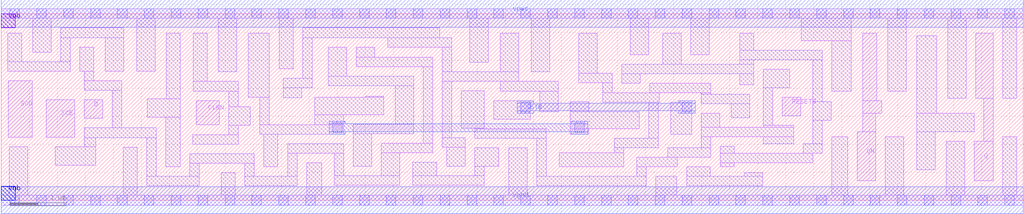
<source format=lef>
# 
# LEF OUT 
# User Name : iptguser 
# Date : Mon Feb  4 15:39:10 2013
# 
VERSION 5.5 ;
NAMESCASESENSITIVE ON ;
BUSBITCHARS "[]" ;
DIVIDERCHAR "/" ;

MACRO scs8ls_tapvgndnovpb_1
  CLASS CORE ;
  SOURCE USER ;
  ORIGIN 0 0 ;
  SIZE 0.48 BY 3.33 ;
  SYMMETRY X Y R90 ;
  SITE unit ;

  PIN vgnd
    DIRECTION INOUT ;
    USE GROUND ;
    PORT
      LAYER met1 ;
        RECT 0 -0.245 0.48 0.245 ;
    END
  END vgnd

  PIN vpwr
    DIRECTION INOUT ;
    USE POWER ;
    PORT
      LAYER met1 ;
        RECT 0 3.085 0.48 3.575 ;
    END
  END vpwr

  PIN vpb
    DIRECTION INOUT ;
    USE POWER ;
    PORT
      LAYER nwell ;
        RECT 0 3.08 0.25 3.33 ;
    END
  END vpb
  OBS
    LAYER li1 ;
      RECT 0 3.245 0.48 3.415 ;
      RECT 0.09 0.085 0.39 1.44 ;
      RECT 0 -0.085 0.48 0.085 ;
    LAYER mcon ;
      RECT 0.155 3.245 0.325 3.415 ;
      RECT 0.155 -0.085 0.325 0.085 ;
  END
END scs8ls_tapvgndnovpb_1

MACRO scs8ls_decaphe_18
  CLASS CORE ;
  SOURCE USER ;
  ORIGIN 0 0 ;
  SIZE 8.64 BY 3.33 ;
  SYMMETRY X Y ;
  SITE unit ;

  PIN vpwr
    DIRECTION INOUT ;
    USE POWER ;
    PORT
      LAYER met1 ;
        RECT 0 3.085 8.64 3.575 ;
    END
  END vpwr

  PIN vgnd
    DIRECTION INOUT ;
    USE GROUND ;
    PORT
      LAYER met1 ;
        RECT 0 -0.245 8.64 0.245 ;
    END
  END vgnd

  PIN vpb
    DIRECTION INOUT ;
    USE POWER ;
    PORT
      LAYER nwell ;
        RECT 0 3.08 0.25 3.33 ;
    END
  END vpb

  PIN vnb
    DIRECTION INOUT ;
    USE GROUND ;
    PORT
      LAYER pwell ;
        RECT 0 0 0.25 0.25 ;
    END
  END vnb
  OBS
    LAYER li1 ;
      RECT 0 3.245 8.64 3.415 ;
      RECT 0.085 1.77 8.555 3.245 ;
      RECT 1.325 1.25 2.015 1.77 ;
      RECT 3.085 1.25 3.775 1.77 ;
      RECT 4.845 1.25 5.535 1.77 ;
      RECT 6.605 1.25 7.295 1.77 ;
      RECT 0.085 1.08 1.155 1.6 ;
      RECT 0.085 0.085 8.555 1.08 ;
      RECT 2.205 1.08 2.895 1.6 ;
      RECT 3.965 1.08 4.655 1.6 ;
      RECT 5.725 1.08 6.415 1.6 ;
      RECT 7.485 1.08 8.555 1.6 ;
      RECT 0 -0.085 8.64 0.085 ;
    LAYER mcon ;
      RECT 6.875 3.245 7.045 3.415 ;
      RECT 6.875 -0.085 7.045 0.085 ;
      RECT 7.355 3.245 7.525 3.415 ;
      RECT 7.355 -0.085 7.525 0.085 ;
      RECT 7.835 3.245 8.005 3.415 ;
      RECT 7.835 -0.085 8.005 0.085 ;
      RECT 8.315 3.245 8.485 3.415 ;
      RECT 8.315 -0.085 8.485 0.085 ;
      RECT 0.155 3.245 0.325 3.415 ;
      RECT 0.155 -0.085 0.325 0.085 ;
      RECT 0.635 3.245 0.805 3.415 ;
      RECT 0.635 -0.085 0.805 0.085 ;
      RECT 1.115 3.245 1.285 3.415 ;
      RECT 1.115 -0.085 1.285 0.085 ;
      RECT 1.595 3.245 1.765 3.415 ;
      RECT 1.595 -0.085 1.765 0.085 ;
      RECT 2.075 3.245 2.245 3.415 ;
      RECT 2.075 -0.085 2.245 0.085 ;
      RECT 2.555 3.245 2.725 3.415 ;
      RECT 2.555 -0.085 2.725 0.085 ;
      RECT 3.035 3.245 3.205 3.415 ;
      RECT 3.035 -0.085 3.205 0.085 ;
      RECT 3.515 3.245 3.685 3.415 ;
      RECT 3.515 -0.085 3.685 0.085 ;
      RECT 3.995 3.245 4.165 3.415 ;
      RECT 3.995 -0.085 4.165 0.085 ;
      RECT 4.475 3.245 4.645 3.415 ;
      RECT 4.475 -0.085 4.645 0.085 ;
      RECT 4.955 3.245 5.125 3.415 ;
      RECT 4.955 -0.085 5.125 0.085 ;
      RECT 5.435 3.245 5.605 3.415 ;
      RECT 5.435 -0.085 5.605 0.085 ;
      RECT 5.915 3.245 6.085 3.415 ;
      RECT 5.915 -0.085 6.085 0.085 ;
      RECT 6.395 3.245 6.565 3.415 ;
      RECT 6.395 -0.085 6.565 0.085 ;
  END
END scs8ls_decaphe_18

MACRO scs8ls_decaphe_2
  CLASS CORE ;
  SOURCE USER ;
  ORIGIN 0 0 ;
  SIZE 0.96 BY 3.33 ;
  SYMMETRY X Y R90 ;
  SITE unit ;

  PIN vpwr
    DIRECTION INOUT ;
    USE POWER ;
    PORT
      LAYER met1 ;
        RECT 0 3.085 0.96 3.575 ;
    END
  END vpwr

  PIN vgnd
    DIRECTION INOUT ;
    USE GROUND ;
    PORT
      LAYER met1 ;
        RECT 0 -0.245 0.96 0.245 ;
    END
  END vgnd

  PIN vpb
    DIRECTION INOUT ;
    USE POWER ;
    PORT
      LAYER nwell ;
        RECT 0 3.08 0.25 3.33 ;
    END
  END vpb

  PIN vnb
    DIRECTION INOUT ;
    USE GROUND ;
    PORT
      LAYER pwell ;
        RECT 0 0 0.25 0.25 ;
    END
  END vnb
  OBS
    LAYER li1 ;
      RECT 0 3.245 0.96 3.415 ;
      RECT 0.085 1.845 0.875 3.245 ;
      RECT 0.085 0.085 0.47 1.675 ;
      RECT 0 -0.085 0.96 0.085 ;
    LAYER mcon ;
      RECT 0.635 -0.085 0.805 0.085 ;
      RECT 0.635 3.245 0.805 3.415 ;
      RECT 0.155 3.245 0.325 3.415 ;
      RECT 0.155 -0.085 0.325 0.085 ;
  END
END scs8ls_decaphe_2

MACRO scs8ls_decaphe_3
  CLASS CORE ;
  SOURCE USER ;
  ORIGIN 0 0 ;
  SIZE 1.44 BY 3.33 ;
  SYMMETRY X Y R90 ;
  SITE unit ;

  PIN vgnd
    DIRECTION INOUT ;
    USE GROUND ;
    PORT
      LAYER met1 ;
        RECT 0 -0.245 1.44 0.245 ;
    END
  END vgnd

  PIN vpwr
    DIRECTION INOUT ;
    USE POWER ;
    PORT
      LAYER met1 ;
        RECT 0 3.085 1.44 3.575 ;
    END
  END vpwr

  PIN vpb
    DIRECTION INOUT ;
    USE POWER ;
    PORT
      LAYER nwell ;
        RECT 0 3.08 0.25 3.33 ;
    END
  END vpb

  PIN vnb
    DIRECTION INOUT ;
    USE GROUND ;
    PORT
      LAYER pwell ;
        RECT 0 0 0.25 0.25 ;
    END
  END vnb
  OBS
    LAYER li1 ;
      RECT 0 3.245 1.44 3.415 ;
      RECT 0.085 1.77 1.355 3.245 ;
      RECT 0.805 1.25 1.355 1.77 ;
      RECT 0.085 1.08 0.635 1.6 ;
      RECT 0.085 0.085 1.355 1.08 ;
      RECT 0 -0.085 1.44 0.085 ;
    LAYER mcon ;
      RECT 0.155 3.245 0.325 3.415 ;
      RECT 0.155 -0.085 0.325 0.085 ;
      RECT 0.635 3.245 0.805 3.415 ;
      RECT 0.635 -0.085 0.805 0.085 ;
      RECT 1.115 3.245 1.285 3.415 ;
      RECT 1.115 -0.085 1.285 0.085 ;
  END
END scs8ls_decaphe_3

MACRO scs8ls_decaphe_4
  CLASS CORE ;
  SOURCE USER ;
  ORIGIN 0 0 ;
  SIZE 1.92 BY 3.33 ;
  SYMMETRY X Y R90 ;
  SITE unit ;

  PIN vgnd
    DIRECTION INOUT ;
    USE GROUND ;
    PORT
      LAYER met1 ;
        RECT 0 -0.245 1.92 0.245 ;
    END
  END vgnd

  PIN vpwr
    DIRECTION INOUT ;
    USE POWER ;
    PORT
      LAYER met1 ;
        RECT 0 3.085 1.92 3.575 ;
    END
  END vpwr

  PIN vpb
    DIRECTION INOUT ;
    USE POWER ;
    PORT
      LAYER nwell ;
        RECT 0 3.08 0.25 3.33 ;
    END
  END vpb

  PIN vnb
    DIRECTION INOUT ;
    USE GROUND ;
    PORT
      LAYER pwell ;
        RECT 0 0 0.25 0.25 ;
    END
  END vnb
  OBS
    LAYER li1 ;
      RECT 0 3.245 1.92 3.415 ;
      RECT 0.085 1.77 1.835 3.245 ;
      RECT 1.06 1.25 1.835 1.77 ;
      RECT 0.085 1.08 0.89 1.6 ;
      RECT 0.085 0.085 1.835 1.08 ;
      RECT 0 -0.085 1.92 0.085 ;
    LAYER mcon ;
      RECT 0.155 3.245 0.325 3.415 ;
      RECT 0.155 -0.085 0.325 0.085 ;
      RECT 0.635 3.245 0.805 3.415 ;
      RECT 0.635 -0.085 0.805 0.085 ;
      RECT 1.115 3.245 1.285 3.415 ;
      RECT 1.115 -0.085 1.285 0.085 ;
      RECT 1.595 3.245 1.765 3.415 ;
      RECT 1.595 -0.085 1.765 0.085 ;
  END
END scs8ls_decaphe_4

MACRO scs8ls_decaphe_6
  CLASS CORE ;
  SOURCE USER ;
  ORIGIN 0 0 ;
  SIZE 2.88 BY 3.33 ;
  SYMMETRY X Y R90 ;
  SITE unit ;

  PIN vgnd
    DIRECTION INOUT ;
    USE GROUND ;
    PORT
      LAYER met1 ;
        RECT 0 -0.245 2.88 0.245 ;
    END
  END vgnd

  PIN vpwr
    DIRECTION INOUT ;
    USE POWER ;
    PORT
      LAYER met1 ;
        RECT 0 3.085 2.88 3.575 ;
    END
  END vpwr

  PIN vpb
    DIRECTION INOUT ;
    USE POWER ;
    PORT
      LAYER nwell ;
        RECT 0 3.08 0.25 3.33 ;
    END
  END vpb

  PIN vnb
    DIRECTION INOUT ;
    USE GROUND ;
    PORT
      LAYER pwell ;
        RECT 0 0 0.25 0.25 ;
    END
  END vnb
  OBS
    LAYER li1 ;
      RECT 0 3.245 2.88 3.415 ;
      RECT 0.12 1.77 2.76 3.245 ;
      RECT 1.365 1.25 2.76 1.77 ;
      RECT 0.12 1.08 1.195 1.6 ;
      RECT 0.12 0.085 2.76 1.08 ;
      RECT 0 -0.085 2.88 0.085 ;
    LAYER mcon ;
      RECT 0.155 3.245 0.325 3.415 ;
      RECT 0.155 -0.085 0.325 0.085 ;
      RECT 0.635 3.245 0.805 3.415 ;
      RECT 0.635 -0.085 0.805 0.085 ;
      RECT 1.115 3.245 1.285 3.415 ;
      RECT 1.595 -0.085 1.765 0.085 ;
      RECT 2.075 3.245 2.245 3.415 ;
      RECT 2.075 -0.085 2.245 0.085 ;
      RECT 2.555 3.245 2.725 3.415 ;
      RECT 2.555 -0.085 2.725 0.085 ;
      RECT 1.115 -0.085 1.285 0.085 ;
      RECT 1.595 3.245 1.765 3.415 ;
  END
END scs8ls_decaphe_6

MACRO scs8ls_decaphe_8
  CLASS CORE ;
  SOURCE USER ;
  ORIGIN 0 0 ;
  SIZE 3.84 BY 3.33 ;
  SYMMETRY X Y R90 ;
  SITE unit ;

  PIN vpwr
    DIRECTION INOUT ;
    USE POWER ;
    PORT
      LAYER met1 ;
        RECT 0 3.085 3.84 3.575 ;
    END
  END vpwr

  PIN vgnd
    DIRECTION INOUT ;
    USE GROUND ;
    PORT
      LAYER met1 ;
        RECT 0 -0.245 3.84 0.245 ;
    END
  END vgnd

  PIN vpb
    DIRECTION INOUT ;
    USE POWER ;
    PORT
      LAYER nwell ;
        RECT 0 3.08 0.25 3.33 ;
    END
  END vpb

  PIN vnb
    DIRECTION INOUT ;
    USE GROUND ;
    PORT
      LAYER pwell ;
        RECT 0 0 0.25 0.25 ;
    END
  END vnb
  OBS
    LAYER li1 ;
      RECT 0.085 1.075 0.95 1.6 ;
      RECT 0.085 1.07 2.71 1.075 ;
      RECT 2 1.075 2.71 1.6 ;
      RECT 0.085 0.085 3.755 1.07 ;
      RECT 0 -0.085 3.84 0.085 ;
      RECT 0 3.245 3.84 3.415 ;
      RECT 0.085 1.77 3.755 3.245 ;
      RECT 1.12 1.25 1.83 1.77 ;
      RECT 2.88 1.25 3.755 1.77 ;
    LAYER mcon ;
      RECT 3.515 -0.085 3.685 0.085 ;
      RECT 2.555 3.245 2.725 3.415 ;
      RECT 3.035 -0.085 3.205 0.085 ;
      RECT 2.555 -0.085 2.725 0.085 ;
      RECT 0.635 -0.085 0.805 0.085 ;
      RECT 0.635 3.245 0.805 3.415 ;
      RECT 1.115 3.245 1.285 3.415 ;
      RECT 1.115 -0.085 1.285 0.085 ;
      RECT 1.595 3.245 1.765 3.415 ;
      RECT 1.595 -0.085 1.765 0.085 ;
      RECT 2.075 3.245 2.245 3.415 ;
      RECT 2.075 -0.085 2.245 0.085 ;
      RECT 3.515 3.245 3.685 3.415 ;
      RECT 3.035 3.245 3.205 3.415 ;
      RECT 0.155 -0.085 0.325 0.085 ;
      RECT 0.155 3.245 0.325 3.415 ;
  END
END scs8ls_decaphe_8

MACRO scs8ls_fill_diode_8
  CLASS CORE ;
  SOURCE USER ;
  ORIGIN 0 0 ;
  SIZE 3.84 BY 3.33 ;
  SYMMETRY X Y ;
  SITE unit ;

  PIN vgnd
    DIRECTION INOUT ;
    USE GROUND ;
    PORT
      LAYER met1 ;
        RECT 0 -0.245 3.84 0.245 ;
    END
  END vgnd

  PIN vpwr
    DIRECTION INOUT ;
    USE POWER ;
    PORT
      LAYER met1 ;
        RECT 0 3.085 3.84 3.575 ;
    END
  END vpwr

  PIN vpb
    DIRECTION INOUT ;
    USE POWER ;
    PORT
      LAYER nwell ;
        RECT 0 3.08 0.25 3.33 ;
    END
  END vpb

  PIN vnb
    DIRECTION INOUT ;
    USE GROUND ;
    PORT
      LAYER pwell ;
        RECT 0 0 0.25 0.25 ;
    END
  END vnb
  OBS
    LAYER li1 ;
      RECT 0 -0.085 3.84 0.085 ;
      RECT 0.135 0.085 3.705 0.58 ;
      RECT 0.135 2.75 3.705 3.245 ;
      RECT 0 3.245 3.84 3.415 ;
    LAYER mcon ;
      RECT 1.595 -0.085 1.765 0.085 ;
      RECT 1.595 3.245 1.765 3.415 ;
      RECT 1.115 -0.085 1.285 0.085 ;
      RECT 3.515 -0.085 3.685 0.085 ;
      RECT 3.515 3.245 3.685 3.415 ;
      RECT 3.035 -0.085 3.205 0.085 ;
      RECT 1.115 3.245 1.285 3.415 ;
      RECT 0.635 -0.085 0.805 0.085 ;
      RECT 3.035 3.245 3.205 3.415 ;
      RECT 0.635 3.245 0.805 3.415 ;
      RECT 0.155 -0.085 0.325 0.085 ;
      RECT 0.155 3.245 0.325 3.415 ;
      RECT 2.555 -0.085 2.725 0.085 ;
      RECT 2.555 3.245 2.725 3.415 ;
      RECT 2.075 -0.085 2.245 0.085 ;
      RECT 2.075 3.245 2.245 3.415 ;
  END
END scs8ls_fill_diode_8

MACRO scs8ls_fill_diode_4
  CLASS CORE ;
  SOURCE USER ;
  ORIGIN 0 0 ;
  SIZE 1.92 BY 3.33 ;
  SYMMETRY X Y ;
  SITE unit ;

  PIN vgnd
    DIRECTION INOUT ;
    USE GROUND ;
    PORT
      LAYER met1 ;
        RECT 0 -0.245 1.92 0.245 ;
    END
  END vgnd

  PIN vpwr
    DIRECTION INOUT ;
    USE POWER ;
    PORT
      LAYER met1 ;
        RECT 0 3.085 1.92 3.575 ;
    END
  END vpwr

  PIN vpb
    DIRECTION INOUT ;
    USE POWER ;
    PORT
      LAYER nwell ;
        RECT 0 3.08 0.25 3.33 ;
    END
  END vpb

  PIN vnb
    DIRECTION INOUT ;
    USE GROUND ;
    PORT
      LAYER pwell ;
        RECT 0 0 0.25 0.25 ;
    END
  END vnb
  OBS
    LAYER li1 ;
      RECT 0 -0.085 1.92 0.085 ;
      RECT 0.135 0.085 1.785 0.58 ;
      RECT 0.135 2.75 1.785 3.245 ;
      RECT 0 3.245 1.92 3.415 ;
    LAYER mcon ;
      RECT 1.595 3.245 1.765 3.415 ;
      RECT 0.635 3.245 0.805 3.415 ;
      RECT 1.115 -0.085 1.285 0.085 ;
      RECT 1.115 3.245 1.285 3.415 ;
      RECT 0.155 -0.085 0.325 0.085 ;
      RECT 0.155 3.245 0.325 3.415 ;
      RECT 0.635 -0.085 0.805 0.085 ;
      RECT 1.595 -0.085 1.765 0.085 ;
  END
END scs8ls_fill_diode_4

MACRO scs8ls_fill_diode_2
  CLASS CORE ;
  SOURCE USER ;
  ORIGIN 0 0 ;
  SIZE 0.96 BY 3.33 ;
  SYMMETRY X Y ;
  SITE unit ;

  PIN vgnd
    DIRECTION INOUT ;
    USE GROUND ;
    PORT
      LAYER met1 ;
        RECT 0 -0.245 0.96 0.245 ;
    END
  END vgnd

  PIN vpwr
    DIRECTION INOUT ;
    USE POWER ;
    PORT
      LAYER met1 ;
        RECT 0 3.085 0.96 3.575 ;
    END
  END vpwr

  PIN vpb
    DIRECTION INOUT ;
    USE POWER ;
    PORT
      LAYER nwell ;
        RECT 0 3.08 0.25 3.33 ;
    END
  END vpb

  PIN vnb
    DIRECTION INOUT ;
    USE GROUND ;
    PORT
      LAYER pwell ;
        RECT 0 0 0.25 0.25 ;
    END
  END vnb
  OBS
    LAYER li1 ;
      RECT 0 -0.085 0.96 0.085 ;
      RECT 0.135 0.085 0.825 0.58 ;
      RECT 0.135 2.75 0.825 3.245 ;
      RECT 0 3.245 0.96 3.415 ;
    LAYER mcon ;
      RECT 0.635 3.245 0.805 3.415 ;
      RECT 0.635 -0.085 0.805 0.085 ;
      RECT 0.155 -0.085 0.325 0.085 ;
      RECT 0.155 3.245 0.325 3.415 ;
  END
END scs8ls_fill_diode_2

MACRO scs8ls_diode_2
  CLASS CORE ANTENNACELL ;
  SOURCE USER ;
  ORIGIN 0 0 ;
  SIZE 0.96 BY 3.33 ;
  SYMMETRY X Y ;
  SITE unit ;

  PIN vgnd
    DIRECTION INOUT ;
    USE GROUND ;
    PORT
      LAYER met1 ;
        RECT 0 -0.245 0.96 0.245 ;
    END
  END vgnd

  PIN vpwr
    DIRECTION INOUT ;
    USE POWER ;
    PORT
      LAYER met1 ;
        RECT 0 3.085 0.96 3.575 ;
    END
  END vpwr

  PIN vpb
    DIRECTION INOUT ;
    USE POWER ;
    PORT
      LAYER nwell ;
        RECT 0 3.08 0.25 3.33 ;
    END
  END vpb

  PIN vnb
    DIRECTION INOUT ;
    USE GROUND ;
    PORT
      LAYER pwell ;
        RECT 0 0 0.25 0.25 ;
    END
  END vnb

  PIN DIODE
    DIRECTION INPUT ;
    PORT
      LAYER li1 ;
        RECT 0.095 0.265 0.865 3.065 ;
    END
    ANTENNADIFFAREA 0.6417 ;
  END DIODE
  OBS
    LAYER li1 ;
      RECT 0 -0.085 0.96 0.085 ;
      RECT 0 3.245 0.96 3.415 ;
    LAYER mcon ;
      RECT 0.635 3.245 0.805 3.415 ;
      RECT 0.635 -0.085 0.805 0.085 ;
      RECT 0.155 -0.085 0.325 0.085 ;
      RECT 0.155 3.245 0.325 3.415 ;
  END
END scs8ls_diode_2

MACRO scs8ls_tapmet1_2
  CLASS CORE ;
  SOURCE USER ;
  ORIGIN 0 0 ;
  SIZE 0.96 BY 3.33 ;
  SYMMETRY X Y ;
  SITE unit ;

  PIN vgnd
    DIRECTION INOUT ;
    USE GROUND ;
    PORT
      LAYER met1 ;
        RECT 0 -0.245 0.96 0.245 ;
    END
  END vgnd

  PIN vpwr
    DIRECTION INOUT ;
    USE POWER ;
    PORT
      LAYER met1 ;
        RECT 0 3.085 0.96 3.575 ;
    END
  END vpwr

  PIN vpb
    DIRECTION INOUT ;
    USE POWER ;
    PORT
      LAYER met1 ;
        RECT 0.56 2.645 0.88 2.905 ;
    END
  END vpb

  PIN vnb
    DIRECTION INOUT ;
    USE GROUND ;
    PORT
      LAYER met1 ;
        RECT 0.08 0.425 0.4 0.685 ;
    END
  END vnb
  OBS
    LAYER li1 ;
      RECT 0.09 0.265 0.87 1.105 ;
      RECT 0 -0.085 0.96 0.085 ;
      RECT 0 3.245 0.96 3.415 ;
      RECT 0.09 2.21 0.87 3.065 ;
    LAYER mcon ;
      RECT 0.635 2.69 0.805 2.86 ;
      RECT 0.635 3.245 0.805 3.415 ;
      RECT 0.635 -0.085 0.805 0.085 ;
      RECT 0.155 0.47 0.325 0.64 ;
      RECT 0.155 -0.085 0.325 0.085 ;
      RECT 0.155 3.245 0.325 3.415 ;
  END
END scs8ls_tapmet1_2

MACRO scs8ls_sedfxbp_2
  CLASS CORE ;
  SOURCE USER ;
  ORIGIN 0 0 ;
  SIZE 17.28 BY 3.33 ;
  SYMMETRY X Y ;
  SITE unit ;

  PIN DE
    DIRECTION INPUT ;
    USE SIGNAL ;
    PORT
      LAYER li1 ;
        RECT 1.565 1.45 1.905 1.78 ;
    END
    ANTENNAGATEAREA 0.318 ;
  END DE

  PIN SCE
    DIRECTION INPUT ;
    USE SIGNAL ;
    PORT
      LAYER li1 ;
        RECT 4.475 1.18 4.915 1.51 ;
    END
    ANTENNAGATEAREA 0.318 ;
  END SCE

  PIN SCD
    DIRECTION INPUT ;
    USE SIGNAL ;
    PORT
      LAYER li1 ;
        RECT 5.125 1.18 5.635 1.51 ;
    END
    ANTENNAGATEAREA 0.159 ;
  END SCD

  PIN CLK
    DIRECTION INPUT ;
    USE CLOCK ;
    PORT
      LAYER li1 ;
        RECT 6.705 1.18 7.045 1.55 ;
    END
    ANTENNAGATEAREA 0.279 ;
  END CLK

  PIN D
    DIRECTION INPUT ;
    USE SIGNAL ;
    PORT
      LAYER li1 ;
        RECT 0.425 0.98 0.835 1.99 ;
    END
    ANTENNAGATEAREA 0.159 ;
  END D

  PIN QN
    DIRECTION OUTPUT ;
    USE SIGNAL ;
    PORT
      LAYER li1 ;
        RECT 16.355 0.35 16.685 0.96 ;
        RECT 16.355 0.96 17.165 1.13 ;
        RECT 16.7 1.13 17.165 1.805 ;
        RECT 16.435 1.805 17.165 1.975 ;
        RECT 16.435 1.975 16.665 3.01 ;
    END
    ANTENNADIFFAREA 0.5432 ;
  END QN

  PIN Q
    DIRECTION OUTPUT ;
    USE SIGNAL ;
    PORT
      LAYER li1 ;
        RECT 15.485 0.35 15.825 2.15 ;
    END
    ANTENNADIFFAREA 0.5432 ;
  END Q

  PIN vgnd
    DIRECTION INOUT ;
    USE GROUND ;
    PORT
      LAYER met1 ;
        RECT 0 -0.245 17.28 0.245 ;
    END
  END vgnd

  PIN vpwr
    DIRECTION INOUT ;
    USE POWER ;
    PORT
      LAYER met1 ;
        RECT 0 3.085 17.28 3.575 ;
    END
  END vpwr

  PIN vpb
    DIRECTION INOUT ;
    USE POWER ;
    PORT
      LAYER nwell ;
        RECT 0 3.08 0.25 3.33 ;
    END
  END vpb

  PIN vnb
    DIRECTION INOUT ;
    USE GROUND ;
    PORT
      LAYER pwell ;
        RECT 0 0 0.25 0.25 ;
    END
  END vnb
  OBS
    LAYER li1 ;
      RECT 7.215 1.01 7.385 1.47 ;
      RECT 6.915 0.35 7.385 1.01 ;
      RECT 4.055 1.68 6.135 1.85 ;
      RECT 5.805 1.85 6.135 2.085 ;
      RECT 5.805 1.43 6.135 1.68 ;
      RECT 4.135 2.245 4.525 2.735 ;
      RECT 4.055 0.605 4.79 1.01 ;
      RECT 4.135 2.055 4.305 2.245 ;
      RECT 4.055 1.85 4.305 2.055 ;
      RECT 4.055 1.01 4.305 1.68 ;
      RECT 4.055 0.365 4.305 0.605 ;
      RECT 0.085 2.29 1.655 2.46 ;
      RECT 1.485 2.46 1.655 2.905 ;
      RECT 1.485 2.905 2.335 3.075 ;
      RECT 2.165 2.46 2.335 2.905 ;
      RECT 2.165 2.29 3.545 2.46 ;
      RECT 3.265 2.46 3.545 2.97 ;
      RECT 3.375 1.345 3.545 2.29 ;
      RECT 3 1.175 3.545 1.345 ;
      RECT 3 0.545 3.33 1.175 ;
      RECT 0.085 2.46 0.525 2.98 ;
      RECT 0.085 0.42 0.58 0.73 ;
      RECT 0.085 0.73 0.255 2.29 ;
      RECT 2.875 1.515 3.205 1.845 ;
      RECT 1.825 2.12 1.995 2.735 ;
      RECT 1.005 1.95 2.635 2.12 ;
      RECT 2.305 1.515 2.635 1.95 ;
      RECT 1.005 1.11 2.01 1.28 ;
      RECT 1.68 0.545 2.01 1.11 ;
      RECT 1.005 1.28 1.335 1.95 ;
      RECT 15.995 1.3 16.51 1.635 ;
      RECT 14.475 2.38 16.185 2.49 ;
      RECT 13.585 2.32 16.185 2.38 ;
      RECT 15.995 1.635 16.185 2.32 ;
      RECT 14.475 2.49 14.835 2.98 ;
      RECT 13.585 2.055 15.235 2.32 ;
      RECT 14.475 1.8 15.235 2.055 ;
      RECT 14.665 1.55 15.235 1.8 ;
      RECT 14.665 1.13 14.835 1.55 ;
      RECT 14.505 0.35 14.835 1.13 ;
      RECT 0 3.245 17.28 3.415 ;
      RECT 16.835 2.145 17.165 3.245 ;
      RECT 15.935 2.66 16.265 3.245 ;
      RECT 10.225 2.73 10.555 3.245 ;
      RECT 11.32 2.73 11.65 3.245 ;
      RECT 15.035 2.66 15.365 3.245 ;
      RECT 6.485 2.65 6.735 3.245 ;
      RECT 7.795 2.65 8.125 3.245 ;
      RECT 13.765 2.65 14.305 3.245 ;
      RECT 1.065 2.63 1.315 3.245 ;
      RECT 2.505 2.63 2.755 3.245 ;
      RECT 5.035 2.595 5.305 3.245 ;
      RECT 12.89 2.52 13.325 2.98 ;
      RECT 13.155 1.885 13.325 2.52 ;
      RECT 13.155 1.715 13.865 1.885 ;
      RECT 13.695 1.63 13.865 1.715 ;
      RECT 13.695 1.3 14.495 1.63 ;
      RECT 13.695 0.94 13.865 1.3 ;
      RECT 12.42 0.77 13.865 0.94 ;
      RECT 12.42 0.35 12.75 0.77 ;
      RECT 8.725 2.14 9.055 2.305 ;
      RECT 8.245 1.82 9.055 2.14 ;
      RECT 8.885 0.425 9.055 1.82 ;
      RECT 7.905 0.255 9.735 0.425 ;
      RECT 7.905 0.425 8.235 1.13 ;
      RECT 9.565 0.425 9.735 0.85 ;
      RECT 9.565 0.85 10.86 1.02 ;
      RECT 9.565 1.02 9.855 1.345 ;
      RECT 10.69 0.425 10.86 0.85 ;
      RECT 10.69 0.255 11.54 0.425 ;
      RECT 11.37 0.425 11.54 0.85 ;
      RECT 11.37 0.85 12.25 1.02 ;
      RECT 12.08 1.02 12.25 1.13 ;
      RECT 12.08 1.13 13.525 1.3 ;
      RECT 12.08 1.3 12.38 1.8 ;
      RECT 13.195 1.3 13.525 1.545 ;
      RECT 9.755 2.39 12.72 2.56 ;
      RECT 9.755 2.36 9.925 2.39 ;
      RECT 12.55 1.8 12.72 2.39 ;
      RECT 9.565 2.03 9.925 2.36 ;
      RECT 12.55 1.47 12.985 1.8 ;
      RECT 10.76 2.05 11.385 2.22 ;
      RECT 11.215 1.52 11.385 2.05 ;
      RECT 11.215 1.36 11.885 1.52 ;
      RECT 10.065 1.19 11.885 1.36 ;
      RECT 10.065 1.36 10.395 1.52 ;
      RECT 11.03 0.595 11.2 1.19 ;
      RECT 9.225 2.53 9.585 2.98 ;
      RECT 9.225 1.86 9.395 2.53 ;
      RECT 9.225 1.69 10.94 1.86 ;
      RECT 10.61 1.53 10.94 1.69 ;
      RECT 9.225 0.595 9.395 1.69 ;
      RECT 4.695 2.31 8.465 2.425 ;
      RECT 5.845 2.425 8.465 2.48 ;
      RECT 7.905 1.65 8.075 2.31 ;
      RECT 8.295 2.48 9.055 2.65 ;
      RECT 7.905 1.48 8.715 1.65 ;
      RECT 8.805 2.65 9.055 2.98 ;
      RECT 8.465 0.595 8.715 1.48 ;
      RECT 4.695 2.255 6.475 2.31 ;
      RECT 5.845 2.48 6.305 2.925 ;
      RECT 6.305 1.26 6.475 2.255 ;
      RECT 5.82 1.09 6.475 1.26 ;
      RECT 5.82 0.605 6.15 1.09 ;
      RECT 3.715 2.905 4.865 3.075 ;
      RECT 4.695 2.425 4.865 2.905 ;
      RECT 3.715 2.29 3.965 2.905 ;
      RECT 3.715 1.005 3.885 2.29 ;
      RECT 3.5 0.545 3.885 1.005 ;
      RECT 0 -0.085 17.28 0.085 ;
      RECT 16.855 0.085 17.115 0.79 ;
      RECT 16.005 0.085 16.175 1.13 ;
      RECT 14.065 0.6 14.335 1.12 ;
      RECT 13.32 0.085 14.335 0.6 ;
      RECT 1.07 0.085 1.4 0.81 ;
      RECT 2.18 0.085 2.51 1.005 ;
      RECT 4.96 0.085 5.29 1.01 ;
      RECT 6.415 0.085 6.745 0.92 ;
      RECT 7.555 0.085 7.725 1.13 ;
      RECT 10.27 0.085 10.52 0.68 ;
      RECT 11.71 0.085 11.96 0.68 ;
      RECT 15.065 0.085 15.315 1.13 ;
      RECT 6.855 1.82 7.655 2.14 ;
      RECT 7.215 1.47 7.655 1.82 ;
    LAYER mcon ;
      RECT 10.715 -0.085 10.885 0.085 ;
      RECT 10.715 3.245 10.885 3.415 ;
      RECT 10.235 -0.085 10.405 0.085 ;
      RECT 10.235 3.245 10.405 3.415 ;
      RECT 9.755 -0.085 9.925 0.085 ;
      RECT 9.755 3.245 9.925 3.415 ;
      RECT 9.275 -0.085 9.445 0.085 ;
      RECT 9.275 3.245 9.445 3.415 ;
      RECT 8.795 -0.085 8.965 0.085 ;
      RECT 8.795 3.245 8.965 3.415 ;
      RECT 8.315 -0.085 8.485 0.085 ;
      RECT 8.315 3.245 8.485 3.415 ;
      RECT 7.835 -0.085 8.005 0.085 ;
      RECT 7.835 3.245 8.005 3.415 ;
      RECT 7.355 -0.085 7.525 0.085 ;
      RECT 7.355 3.245 7.525 3.415 ;
      RECT 6.875 -0.085 7.045 0.085 ;
      RECT 6.875 3.245 7.045 3.415 ;
      RECT 6.395 -0.085 6.565 0.085 ;
      RECT 6.395 3.245 6.565 3.415 ;
      RECT 5.915 -0.085 6.085 0.085 ;
      RECT 5.915 3.245 6.085 3.415 ;
      RECT 5.435 -0.085 5.605 0.085 ;
      RECT 5.435 3.245 5.605 3.415 ;
      RECT 4.955 -0.085 5.125 0.085 ;
      RECT 4.955 3.245 5.125 3.415 ;
      RECT 4.475 -0.085 4.645 0.085 ;
      RECT 4.475 3.245 4.645 3.415 ;
      RECT 3.995 -0.085 4.165 0.085 ;
      RECT 3.995 3.245 4.165 3.415 ;
      RECT 3.515 -0.085 3.685 0.085 ;
      RECT 3.515 3.245 3.685 3.415 ;
      RECT 3.035 -0.085 3.205 0.085 ;
      RECT 3.035 1.58 3.205 1.75 ;
      RECT 3.035 3.245 3.205 3.415 ;
      RECT 2.555 -0.085 2.725 0.085 ;
      RECT 2.555 3.245 2.725 3.415 ;
      RECT 2.075 -0.085 2.245 0.085 ;
      RECT 2.075 3.245 2.245 3.415 ;
      RECT 1.595 -0.085 1.765 0.085 ;
      RECT 1.595 3.245 1.765 3.415 ;
      RECT 1.115 -0.085 1.285 0.085 ;
      RECT 1.115 3.245 1.285 3.415 ;
      RECT 0.635 -0.085 0.805 0.085 ;
      RECT 0.635 3.245 0.805 3.415 ;
      RECT 0.155 -0.085 0.325 0.085 ;
      RECT 0.155 3.245 0.325 3.415 ;
      RECT 16.955 -0.085 17.125 0.085 ;
      RECT 16.955 3.245 17.125 3.415 ;
      RECT 16.475 -0.085 16.645 0.085 ;
      RECT 16.475 3.245 16.645 3.415 ;
      RECT 15.995 -0.085 16.165 0.085 ;
      RECT 15.995 3.245 16.165 3.415 ;
      RECT 15.515 -0.085 15.685 0.085 ;
      RECT 15.515 3.245 15.685 3.415 ;
      RECT 15.035 -0.085 15.205 0.085 ;
      RECT 15.035 1.58 15.205 1.75 ;
      RECT 15.035 3.245 15.205 3.415 ;
      RECT 14.555 -0.085 14.725 0.085 ;
      RECT 14.555 3.245 14.725 3.415 ;
      RECT 14.075 -0.085 14.245 0.085 ;
      RECT 14.075 3.245 14.245 3.415 ;
      RECT 13.595 -0.085 13.765 0.085 ;
      RECT 13.595 3.245 13.765 3.415 ;
      RECT 13.115 -0.085 13.285 0.085 ;
      RECT 13.115 3.245 13.285 3.415 ;
      RECT 12.635 -0.085 12.805 0.085 ;
      RECT 12.635 3.245 12.805 3.415 ;
      RECT 12.155 -0.085 12.325 0.085 ;
      RECT 12.155 3.245 12.325 3.415 ;
      RECT 11.675 -0.085 11.845 0.085 ;
      RECT 11.675 3.245 11.845 3.415 ;
      RECT 11.195 -0.085 11.365 0.085 ;
      RECT 11.195 3.245 11.365 3.415 ;
    LAYER met1 ;
      RECT 2.975 1.735 3.265 1.78 ;
      RECT 2.975 1.595 15.265 1.735 ;
      RECT 14.975 1.735 15.265 1.78 ;
      RECT 2.975 1.55 3.265 1.595 ;
      RECT 14.975 1.55 15.265 1.595 ;
  END
END scs8ls_sedfxbp_2

MACRO scs8ls_sedfxtp_1
  CLASS CORE ;
  SOURCE USER ;
  ORIGIN 0 0 ;
  SIZE 15.36 BY 3.33 ;
  SYMMETRY X Y ;
  SITE unit ;

  PIN D
    DIRECTION INPUT ;
    USE SIGNAL ;
    PORT
      LAYER li1 ;
        RECT 0.425 1.11 0.805 1.78 ;
    END
    ANTENNAGATEAREA 0.159 ;
  END D

  PIN DE
    DIRECTION INPUT ;
    USE SIGNAL ;
    PORT
      LAYER li1 ;
        RECT 1.515 1.32 1.845 1.78 ;
    END
    ANTENNAGATEAREA 0.318 ;
  END DE

  PIN SCE
    DIRECTION INPUT ;
    USE SIGNAL ;
    PORT
      LAYER li1 ;
        RECT 4.4 1.18 4.73 1.51 ;
    END
    ANTENNAGATEAREA 0.318 ;
  END SCE

  PIN SCD
    DIRECTION INPUT ;
    USE SIGNAL ;
    PORT
      LAYER li1 ;
        RECT 4.925 1.18 5.28 1.745 ;
    END
    ANTENNAGATEAREA 0.159 ;
  END SCD

  PIN Q
    DIRECTION OUTPUT ;
    USE SIGNAL ;
    PORT
      LAYER li1 ;
        RECT 14.475 0.35 14.815 2.98 ;
    END
    ANTENNADIFFAREA 0.5189 ;
  END Q

  PIN CLK
    DIRECTION INPUT ;
    USE CLOCK ;
    PORT
      LAYER li1 ;
        RECT 6.33 1.18 6.66 1.55 ;
    END
    ANTENNAGATEAREA 0.279 ;
  END CLK

  PIN vgnd
    DIRECTION INOUT ;
    USE GROUND ;
    PORT
      LAYER met1 ;
        RECT 0 -0.245 15.36 0.245 ;
    END
  END vgnd

  PIN vpwr
    DIRECTION INOUT ;
    USE POWER ;
    PORT
      LAYER met1 ;
        RECT 0 3.085 15.36 3.575 ;
    END
  END vpwr

  PIN vpb
    DIRECTION INOUT ;
    USE POWER ;
    PORT
      LAYER nwell ;
        RECT 0 3.08 0.25 3.33 ;
    END
  END vpb

  PIN vnb
    DIRECTION INOUT ;
    USE GROUND ;
    PORT
      LAYER pwell ;
        RECT 0 0 0.25 0.25 ;
    END
  END vnb
  OBS
    LAYER mcon ;
      RECT 8.795 3.245 8.965 3.415 ;
      RECT 8.315 3.245 8.485 3.415 ;
      RECT 7.835 3.245 8.005 3.415 ;
      RECT 7.355 3.245 7.525 3.415 ;
      RECT 6.875 3.245 7.045 3.415 ;
      RECT 6.395 3.245 6.565 3.415 ;
      RECT 5.915 3.245 6.085 3.415 ;
      RECT 5.435 3.245 5.605 3.415 ;
      RECT 4.955 3.245 5.125 3.415 ;
      RECT 4.475 3.245 4.645 3.415 ;
      RECT 3.995 3.245 4.165 3.415 ;
      RECT 3.515 3.245 3.685 3.415 ;
      RECT 3.035 3.245 3.205 3.415 ;
      RECT 2.555 3.245 2.725 3.415 ;
      RECT 2.075 3.245 2.245 3.415 ;
      RECT 1.595 3.245 1.765 3.415 ;
      RECT 1.115 3.245 1.285 3.415 ;
      RECT 0.635 3.245 0.805 3.415 ;
      RECT 0.155 3.245 0.325 3.415 ;
      RECT 14.075 1.58 14.245 1.75 ;
      RECT 2.555 1.58 2.725 1.75 ;
      RECT 15.035 -0.085 15.205 0.085 ;
      RECT 14.555 -0.085 14.725 0.085 ;
      RECT 14.075 -0.085 14.245 0.085 ;
      RECT 13.595 -0.085 13.765 0.085 ;
      RECT 13.115 -0.085 13.285 0.085 ;
      RECT 12.635 -0.085 12.805 0.085 ;
      RECT 12.155 -0.085 12.325 0.085 ;
      RECT 11.675 -0.085 11.845 0.085 ;
      RECT 11.195 -0.085 11.365 0.085 ;
      RECT 10.715 -0.085 10.885 0.085 ;
      RECT 10.235 -0.085 10.405 0.085 ;
      RECT 9.755 -0.085 9.925 0.085 ;
      RECT 9.275 -0.085 9.445 0.085 ;
      RECT 8.795 -0.085 8.965 0.085 ;
      RECT 8.315 -0.085 8.485 0.085 ;
      RECT 7.835 -0.085 8.005 0.085 ;
      RECT 7.355 -0.085 7.525 0.085 ;
      RECT 6.875 -0.085 7.045 0.085 ;
      RECT 6.395 -0.085 6.565 0.085 ;
      RECT 5.915 -0.085 6.085 0.085 ;
      RECT 5.435 -0.085 5.605 0.085 ;
      RECT 4.955 -0.085 5.125 0.085 ;
      RECT 4.475 -0.085 4.645 0.085 ;
      RECT 3.995 -0.085 4.165 0.085 ;
      RECT 3.515 -0.085 3.685 0.085 ;
      RECT 3.035 -0.085 3.205 0.085 ;
      RECT 2.555 -0.085 2.725 0.085 ;
      RECT 2.075 -0.085 2.245 0.085 ;
      RECT 1.595 -0.085 1.765 0.085 ;
      RECT 1.115 -0.085 1.285 0.085 ;
      RECT 0.635 -0.085 0.805 0.085 ;
      RECT 0.155 -0.085 0.325 0.085 ;
      RECT 15.035 3.245 15.205 3.415 ;
      RECT 14.555 3.245 14.725 3.415 ;
      RECT 14.075 3.245 14.245 3.415 ;
      RECT 13.595 3.245 13.765 3.415 ;
      RECT 13.115 3.245 13.285 3.415 ;
      RECT 12.635 3.245 12.805 3.415 ;
      RECT 12.155 3.245 12.325 3.415 ;
      RECT 11.675 3.245 11.845 3.415 ;
      RECT 11.195 3.245 11.365 3.415 ;
      RECT 10.715 3.245 10.885 3.415 ;
      RECT 10.235 3.245 10.405 3.415 ;
      RECT 9.755 3.245 9.925 3.415 ;
      RECT 9.275 3.245 9.445 3.415 ;
    LAYER met1 ;
      RECT 2.495 1.735 2.785 1.78 ;
      RECT 2.495 1.595 14.305 1.735 ;
      RECT 14.015 1.735 14.305 1.78 ;
      RECT 2.495 1.55 2.785 1.595 ;
      RECT 14.015 1.55 14.305 1.595 ;
    LAYER li1 ;
      RECT 8.985 2.56 9.315 2.98 ;
      RECT 8.835 2.39 9.315 2.56 ;
      RECT 8.835 1.79 9.005 2.39 ;
      RECT 8.745 1.62 10.465 1.79 ;
      RECT 10.135 1.79 10.465 1.795 ;
      RECT 10.135 1.535 10.465 1.62 ;
      RECT 8.745 0.595 8.915 1.62 ;
      RECT 1.705 2.12 1.875 2.735 ;
      RECT 0.975 1.95 2.385 2.12 ;
      RECT 2.055 1.52 2.385 1.95 ;
      RECT 0.975 0.995 1.81 1.15 ;
      RECT 0.975 0.98 1.89 0.995 ;
      RECT 1.64 0.535 1.89 0.98 ;
      RECT 0.975 1.15 1.305 1.95 ;
      RECT 9.485 2.39 12.2 2.56 ;
      RECT 9.485 2.22 9.655 2.39 ;
      RECT 12.03 1.735 12.2 2.39 ;
      RECT 9.175 1.96 9.655 2.22 ;
      RECT 12.03 1.45 12.465 1.735 ;
      RECT 3.905 1.915 5.82 2.085 ;
      RECT 5.49 1.415 5.82 1.915 ;
      RECT 3.905 0.605 4.575 1.01 ;
      RECT 4.015 2.255 4.37 2.735 ;
      RECT 4.015 2.085 4.185 2.255 ;
      RECT 3.905 1.01 4.185 1.915 ;
      RECT 3.905 0.255 4.185 0.605 ;
      RECT 12.37 1.94 12.805 2.98 ;
      RECT 12.635 1.905 12.805 1.94 ;
      RECT 12.635 1.735 13.785 1.905 ;
      RECT 13.615 1.38 13.785 1.735 ;
      RECT 13.175 0.94 13.345 1.735 ;
      RECT 13.615 1.05 13.945 1.38 ;
      RECT 11.9 0.77 13.345 0.94 ;
      RECT 11.9 0.35 12.23 0.77 ;
      RECT 6.61 1.83 7.39 2.16 ;
      RECT 6.61 1.76 7 1.83 ;
      RECT 6.83 1.01 7 1.76 ;
      RECT 6.45 0.84 7 1.01 ;
      RECT 6.45 0.35 6.78 0.84 ;
      RECT 2.555 1.505 3.055 1.835 ;
      RECT 10.385 1.97 10.805 2.22 ;
      RECT 10.635 1.525 10.805 1.97 ;
      RECT 10.635 1.365 11.385 1.525 ;
      RECT 9.565 1.195 11.385 1.365 ;
      RECT 9.565 1.365 9.895 1.45 ;
      RECT 9.565 1.19 9.895 1.195 ;
      RECT 10.51 0.595 10.68 1.195 ;
      RECT 0.085 2.29 1.535 2.46 ;
      RECT 1.365 2.46 1.535 2.905 ;
      RECT 1.365 2.905 2.215 3.075 ;
      RECT 2.045 2.46 2.215 2.905 ;
      RECT 2.045 2.29 3.395 2.46 ;
      RECT 3.145 2.46 3.395 2.975 ;
      RECT 3.225 1.335 3.395 2.29 ;
      RECT 2.89 1.165 3.395 1.335 ;
      RECT 2.89 0.535 3.22 1.165 ;
      RECT 0.085 2.46 0.435 2.98 ;
      RECT 0.085 0.48 0.59 0.81 ;
      RECT 0.085 0.81 0.255 2.29 ;
      RECT 4.54 2.33 8.18 2.425 ;
      RECT 5.64 2.425 8.18 2.5 ;
      RECT 7.62 1.65 7.79 2.33 ;
      RECT 8.01 2.5 8.18 2.73 ;
      RECT 7.62 1.48 8.235 1.65 ;
      RECT 8.01 2.73 8.815 2.98 ;
      RECT 7.985 0.595 8.235 1.48 ;
      RECT 4.54 2.255 6.16 2.33 ;
      RECT 5.64 2.5 5.99 2.935 ;
      RECT 5.99 1.245 6.16 2.255 ;
      RECT 5.465 1.075 6.16 1.245 ;
      RECT 5.465 0.605 5.795 1.075 ;
      RECT 3.565 2.905 4.71 3.075 ;
      RECT 4.54 2.425 4.71 2.905 ;
      RECT 3.565 2.295 3.845 2.905 ;
      RECT 3.565 0.995 3.735 2.295 ;
      RECT 3.39 0.535 3.735 0.995 ;
      RECT 8.405 2.16 8.665 2.335 ;
      RECT 7.96 1.99 8.665 2.16 ;
      RECT 7.96 1.82 8.575 1.99 ;
      RECT 8.405 0.425 8.575 1.82 ;
      RECT 7.515 0.255 9.255 0.425 ;
      RECT 7.515 0.425 7.765 1.13 ;
      RECT 9.085 0.425 9.255 0.85 ;
      RECT 9.085 0.85 10.34 1.02 ;
      RECT 9.085 1.02 9.34 1.345 ;
      RECT 10.17 0.425 10.34 0.85 ;
      RECT 10.17 0.255 11.02 0.425 ;
      RECT 10.85 0.425 11.02 0.855 ;
      RECT 10.85 0.855 11.73 1.025 ;
      RECT 11.56 1.025 11.73 1.11 ;
      RECT 11.56 1.11 13.005 1.28 ;
      RECT 11.56 1.28 11.86 1.8 ;
      RECT 12.675 1.28 13.005 1.555 ;
      RECT 13.955 2.38 14.285 2.98 ;
      RECT 13.065 2.075 14.285 2.38 ;
      RECT 14.045 1.55 14.285 2.075 ;
      RECT 14.115 0.81 14.285 1.55 ;
      RECT 13.925 0.35 14.285 0.81 ;
      RECT 0 -0.085 15.36 0.085 ;
      RECT 14.995 0.085 15.245 1.13 ;
      RECT 1.08 0.085 1.41 0.81 ;
      RECT 2.07 0.085 2.4 0.995 ;
      RECT 4.755 0.085 5.005 1.01 ;
      RECT 6.02 0.085 6.28 0.905 ;
      RECT 7.005 0.085 7.335 0.67 ;
      RECT 9.75 0.085 10 0.68 ;
      RECT 11.19 0.085 11.44 0.685 ;
      RECT 12.8 0.085 13.755 0.6 ;
      RECT 0 3.245 15.36 3.415 ;
      RECT 15.005 1.82 15.255 3.245 ;
      RECT 9.865 2.73 10.195 3.245 ;
      RECT 10.905 2.73 11.235 3.245 ;
      RECT 6.16 2.67 6.49 3.245 ;
      RECT 7.51 2.67 7.84 3.245 ;
      RECT 13.33 2.65 13.785 3.245 ;
      RECT 0.945 2.63 1.195 3.245 ;
      RECT 2.385 2.63 2.635 3.245 ;
      RECT 4.88 2.595 5.13 3.245 ;
  END
END scs8ls_sedfxtp_1

MACRO scs8ls_sedfxtp_2
  CLASS CORE ;
  SOURCE USER ;
  ORIGIN 0 0 ;
  SIZE 16.32 BY 3.33 ;
  SYMMETRY X Y ;
  SITE unit ;

  PIN Q
    DIRECTION OUTPUT ;
    USE SIGNAL ;
    PORT
      LAYER li1 ;
        RECT 15.46 1.55 16.195 2.15 ;
        RECT 15.46 2.15 15.705 2.98 ;
        RECT 15.46 1.13 15.705 1.55 ;
        RECT 15.375 0.35 15.705 1.13 ;
    END
    ANTENNADIFFAREA 0.56 ;
  END Q

  PIN SCD
    DIRECTION INPUT ;
    USE SIGNAL ;
    PORT
      LAYER li1 ;
        RECT 4.955 1.18 5.41 1.745 ;
    END
    ANTENNAGATEAREA 0.159 ;
  END SCD

  PIN DE
    DIRECTION INPUT ;
    USE SIGNAL ;
    PORT
      LAYER li1 ;
        RECT 1.515 1.32 1.845 1.78 ;
    END
    ANTENNAGATEAREA 0.318 ;
  END DE

  PIN D
    DIRECTION INPUT ;
    USE SIGNAL ;
    PORT
      LAYER li1 ;
        RECT 0.425 0.98 0.805 1.99 ;
    END
    ANTENNAGATEAREA 0.159 ;
  END D

  PIN CLK
    DIRECTION INPUT ;
    USE CLOCK ;
    PORT
      LAYER li1 ;
        RECT 6.395 1.18 6.725 1.55 ;
    END
    ANTENNAGATEAREA 0.279 ;
  END CLK

  PIN SCE
    DIRECTION INPUT ;
    USE SIGNAL ;
    PORT
      LAYER li1 ;
        RECT 4.465 1.18 4.785 1.51 ;
    END
    ANTENNAGATEAREA 0.318 ;
  END SCE

  PIN vgnd
    DIRECTION INOUT ;
    USE GROUND ;
    PORT
      LAYER met1 ;
        RECT 0 -0.245 16.32 0.245 ;
    END
  END vgnd

  PIN vpwr
    DIRECTION INOUT ;
    USE POWER ;
    PORT
      LAYER met1 ;
        RECT 0 3.085 16.32 3.575 ;
    END
  END vpwr

  PIN vpb
    DIRECTION INOUT ;
    USE POWER ;
    PORT
      LAYER nwell ;
        RECT 0 3.08 0.25 3.33 ;
    END
  END vpb

  PIN vnb
    DIRECTION INOUT ;
    USE GROUND ;
    PORT
      LAYER pwell ;
        RECT 0 0 0.25 0.25 ;
    END
  END vnb
  OBS
    LAYER mcon ;
      RECT 8.315 -0.085 8.485 0.085 ;
      RECT 8.315 3.245 8.485 3.415 ;
      RECT 7.835 -0.085 8.005 0.085 ;
      RECT 7.835 3.245 8.005 3.415 ;
      RECT 7.355 -0.085 7.525 0.085 ;
      RECT 7.355 3.245 7.525 3.415 ;
      RECT 6.875 -0.085 7.045 0.085 ;
      RECT 6.875 3.245 7.045 3.415 ;
      RECT 6.395 -0.085 6.565 0.085 ;
      RECT 6.395 3.245 6.565 3.415 ;
      RECT 5.915 -0.085 6.085 0.085 ;
      RECT 5.915 3.245 6.085 3.415 ;
      RECT 5.435 -0.085 5.605 0.085 ;
      RECT 5.435 3.245 5.605 3.415 ;
      RECT 4.955 -0.085 5.125 0.085 ;
      RECT 4.955 3.245 5.125 3.415 ;
      RECT 4.475 -0.085 4.645 0.085 ;
      RECT 4.475 3.245 4.645 3.415 ;
      RECT 3.995 -0.085 4.165 0.085 ;
      RECT 3.995 3.245 4.165 3.415 ;
      RECT 3.515 -0.085 3.685 0.085 ;
      RECT 3.515 3.245 3.685 3.415 ;
      RECT 3.035 -0.085 3.205 0.085 ;
      RECT 3.035 3.245 3.205 3.415 ;
      RECT 2.555 -0.085 2.725 0.085 ;
      RECT 2.555 1.58 2.725 1.75 ;
      RECT 2.555 3.245 2.725 3.415 ;
      RECT 2.075 -0.085 2.245 0.085 ;
      RECT 2.075 3.245 2.245 3.415 ;
      RECT 1.595 -0.085 1.765 0.085 ;
      RECT 1.595 3.245 1.765 3.415 ;
      RECT 1.115 -0.085 1.285 0.085 ;
      RECT 1.115 3.245 1.285 3.415 ;
      RECT 0.635 -0.085 0.805 0.085 ;
      RECT 0.635 3.245 0.805 3.415 ;
      RECT 0.155 -0.085 0.325 0.085 ;
      RECT 0.155 3.245 0.325 3.415 ;
      RECT 15.995 -0.085 16.165 0.085 ;
      RECT 15.995 3.245 16.165 3.415 ;
      RECT 15.515 -0.085 15.685 0.085 ;
      RECT 15.515 3.245 15.685 3.415 ;
      RECT 15.035 -0.085 15.205 0.085 ;
      RECT 15.035 1.58 15.205 1.75 ;
      RECT 15.035 3.245 15.205 3.415 ;
      RECT 14.555 -0.085 14.725 0.085 ;
      RECT 14.555 3.245 14.725 3.415 ;
      RECT 14.075 -0.085 14.245 0.085 ;
      RECT 14.075 3.245 14.245 3.415 ;
      RECT 13.595 -0.085 13.765 0.085 ;
      RECT 13.595 3.245 13.765 3.415 ;
      RECT 13.115 -0.085 13.285 0.085 ;
      RECT 13.115 3.245 13.285 3.415 ;
      RECT 12.635 -0.085 12.805 0.085 ;
      RECT 12.635 3.245 12.805 3.415 ;
      RECT 12.155 -0.085 12.325 0.085 ;
      RECT 12.155 3.245 12.325 3.415 ;
      RECT 11.675 -0.085 11.845 0.085 ;
      RECT 11.675 3.245 11.845 3.415 ;
      RECT 11.195 -0.085 11.365 0.085 ;
      RECT 11.195 3.245 11.365 3.415 ;
      RECT 10.715 -0.085 10.885 0.085 ;
      RECT 10.715 3.245 10.885 3.415 ;
      RECT 10.235 -0.085 10.405 0.085 ;
      RECT 10.235 3.245 10.405 3.415 ;
      RECT 9.755 -0.085 9.925 0.085 ;
      RECT 9.755 3.245 9.925 3.415 ;
      RECT 9.275 -0.085 9.445 0.085 ;
      RECT 9.275 3.245 9.445 3.415 ;
      RECT 8.795 -0.085 8.965 0.085 ;
      RECT 8.795 3.245 8.965 3.415 ;
    LAYER met1 ;
      RECT 2.495 1.735 2.785 1.78 ;
      RECT 2.495 1.595 15.265 1.735 ;
      RECT 14.975 1.735 15.265 1.78 ;
      RECT 2.495 1.55 2.785 1.595 ;
      RECT 14.975 1.55 15.265 1.595 ;
    LAYER li1 ;
      RECT 1.81 2.12 1.98 2.735 ;
      RECT 0.975 1.95 2.385 2.12 ;
      RECT 2.055 1.52 2.385 1.95 ;
      RECT 0.975 0.98 1.865 1.15 ;
      RECT 1.615 0.545 1.865 0.98 ;
      RECT 0.975 1.15 1.305 1.95 ;
      RECT 0 3.245 16.32 3.415 ;
      RECT 15.875 2.32 16.205 3.245 ;
      RECT 10.215 2.73 10.545 3.245 ;
      RECT 11.31 2.73 11.65 3.245 ;
      RECT 6.36 2.71 6.695 3.245 ;
      RECT 7.755 2.71 8.085 3.245 ;
      RECT 13.69 2.65 14.23 3.245 ;
      RECT 1.05 2.63 1.3 3.245 ;
      RECT 2.49 2.63 2.74 3.245 ;
      RECT 5.01 2.595 5.26 3.245 ;
      RECT 14.96 1.95 15.29 3.245 ;
      RECT 14.4 2.47 14.75 2.98 ;
      RECT 13.51 2.3 14.75 2.47 ;
      RECT 13.51 2.095 13.84 2.3 ;
      RECT 14.58 1.78 14.75 2.3 ;
      RECT 14.58 1.55 15.235 1.78 ;
      RECT 14.58 1.29 14.75 1.55 ;
      RECT 14.315 1.12 14.75 1.29 ;
      RECT 14.315 0.35 14.645 1.12 ;
      RECT 12.9 1.925 13.25 2.98 ;
      RECT 13.08 1.755 14.41 1.925 ;
      RECT 14.08 1.925 14.41 2.13 ;
      RECT 14.08 1.46 14.41 1.755 ;
      RECT 13.62 1.02 13.79 1.755 ;
      RECT 12.39 0.85 13.79 1.02 ;
      RECT 12.39 0.35 12.72 0.85 ;
      RECT 0 -0.085 16.32 0.085 ;
      RECT 15.875 0.085 16.205 1.13 ;
      RECT 1.055 0.085 1.385 0.81 ;
      RECT 2.045 0.085 2.375 1.005 ;
      RECT 4.885 0.085 5.215 1.01 ;
      RECT 6.235 0.085 6.495 0.68 ;
      RECT 7.235 0.085 7.485 1.13 ;
      RECT 10.1 0.085 10.365 0.68 ;
      RECT 11.635 0.085 11.885 0.68 ;
      RECT 13.21 0.085 14.145 0.68 ;
      RECT 14.875 0.085 15.205 0.95 ;
      RECT 8.645 2.2 9.005 2.35 ;
      RECT 8.205 2.02 9.005 2.2 ;
      RECT 8.205 1.82 8.815 2.02 ;
      RECT 8.645 0.425 8.815 1.82 ;
      RECT 7.665 0.255 9.495 0.425 ;
      RECT 7.665 0.425 7.995 1.13 ;
      RECT 9.325 0.425 9.495 0.85 ;
      RECT 9.325 0.85 10.705 1.02 ;
      RECT 9.325 1.02 9.655 1.345 ;
      RECT 10.535 0.425 10.705 0.85 ;
      RECT 10.535 0.255 11.465 0.425 ;
      RECT 11.295 0.425 11.465 0.85 ;
      RECT 11.295 0.85 12.21 1.02 ;
      RECT 12.04 1.02 12.21 1.19 ;
      RECT 12.04 1.19 13.45 1.36 ;
      RECT 12.04 1.36 12.37 1.8 ;
      RECT 13.12 1.36 13.45 1.585 ;
      RECT 9.715 2.39 12.73 2.56 ;
      RECT 9.715 2.35 9.885 2.39 ;
      RECT 12.56 1.755 12.73 2.39 ;
      RECT 9.525 2.02 9.885 2.35 ;
      RECT 12.56 1.53 12.91 1.755 ;
      RECT 10.75 2.05 11.125 2.22 ;
      RECT 10.955 1.52 11.125 2.05 ;
      RECT 10.955 1.36 11.8 1.52 ;
      RECT 9.915 1.19 11.8 1.36 ;
      RECT 9.915 1.36 10.245 1.49 ;
      RECT 10.875 0.595 11.125 1.19 ;
      RECT 9.185 2.52 9.545 2.98 ;
      RECT 9.185 1.83 9.355 2.52 ;
      RECT 8.985 1.66 10.785 1.83 ;
      RECT 10.455 1.53 10.785 1.66 ;
      RECT 8.985 0.595 9.155 1.66 ;
      RECT 4.67 2.37 8.425 2.425 ;
      RECT 5.8 2.425 8.425 2.52 ;
      RECT 7.865 1.65 8.035 2.37 ;
      RECT 5.8 2.52 9.015 2.54 ;
      RECT 7.865 1.48 8.475 1.65 ;
      RECT 8.255 2.54 9.015 2.69 ;
      RECT 8.225 0.595 8.475 1.48 ;
      RECT 8.765 2.69 9.015 2.98 ;
      RECT 4.67 2.255 6.225 2.37 ;
      RECT 6.055 1.065 6.225 2.255 ;
      RECT 5.8 2.54 6.13 2.935 ;
      RECT 5.675 0.895 6.225 1.065 ;
      RECT 5.675 0.605 6.005 0.895 ;
      RECT 3.67 2.905 4.84 3.075 ;
      RECT 4.67 2.425 4.84 2.905 ;
      RECT 3.67 2.295 3.95 2.905 ;
      RECT 3.67 1.005 3.84 2.295 ;
      RECT 3.51 0.545 3.84 1.005 ;
      RECT 6.895 1.53 7.615 2.2 ;
      RECT 6.895 1.01 7.065 1.53 ;
      RECT 6.675 0.35 7.065 1.01 ;
      RECT 4.01 1.915 5.885 2.085 ;
      RECT 5.62 1.415 5.885 1.915 ;
      RECT 4.125 2.255 4.5 2.735 ;
      RECT 4.01 0.605 4.715 1.01 ;
      RECT 4.125 2.085 4.295 2.255 ;
      RECT 4.01 1.01 4.295 1.915 ;
      RECT 4.01 0.255 4.295 0.605 ;
      RECT 0.085 2.29 1.64 2.46 ;
      RECT 1.47 2.46 1.64 2.905 ;
      RECT 1.47 2.905 2.32 3.075 ;
      RECT 2.15 2.46 2.32 2.905 ;
      RECT 2.15 2.29 3.5 2.46 ;
      RECT 3.25 2.46 3.5 2.975 ;
      RECT 3.33 1.345 3.5 2.29 ;
      RECT 3.17 1.175 3.5 1.345 ;
      RECT 3.17 1.005 3.34 1.175 ;
      RECT 2.865 0.675 3.34 1.005 ;
      RECT 0.085 2.46 0.51 2.98 ;
      RECT 0.085 0.35 0.565 0.81 ;
      RECT 0.085 0.81 0.255 2.29 ;
      RECT 2.555 1.515 3.07 1.845 ;
  END
END scs8ls_sedfxtp_2

MACRO scs8ls_sedfxtp_4
  CLASS CORE ;
  SOURCE USER ;
  ORIGIN 0 0 ;
  SIZE 16.8 BY 3.33 ;
  SYMMETRY X Y ;
  SITE unit ;

  PIN Q
    DIRECTION OUTPUT ;
    USE SIGNAL ;
    PORT
      LAYER li1 ;
        RECT 15.075 1.09 16.675 1.34 ;
        RECT 15.165 1.34 16.675 1.82 ;
        RECT 15.995 0.575 16.2 1.09 ;
        RECT 15.075 0.56 15.325 1.09 ;
        RECT 15.065 1.82 16.675 2.15 ;
        RECT 15.065 2.15 15.285 2.98 ;
        RECT 15.97 2.15 16.185 2.98 ;
    END
    ANTENNADIFFAREA 1.0975 ;
  END Q

  PIN SCD
    DIRECTION INPUT ;
    USE SIGNAL ;
    PORT
      LAYER li1 ;
        RECT 4.955 1.18 5.37 1.745 ;
    END
    ANTENNAGATEAREA 0.159 ;
  END SCD

  PIN DE
    DIRECTION INPUT ;
    USE SIGNAL ;
    PORT
      LAYER li1 ;
        RECT 1.535 1.32 1.865 1.78 ;
    END
    ANTENNAGATEAREA 0.318 ;
  END DE

  PIN D
    DIRECTION INPUT ;
    USE SIGNAL ;
    PORT
      LAYER li1 ;
        RECT 0.425 0.98 0.825 1.99 ;
    END
    ANTENNAGATEAREA 0.159 ;
  END D

  PIN CLK
    DIRECTION INPUT ;
    USE CLOCK ;
    PORT
      LAYER li1 ;
        RECT 6.455 1.18 7.075 1.55 ;
    END
    ANTENNAGATEAREA 0.279 ;
  END CLK

  PIN SCE
    DIRECTION INPUT ;
    USE SIGNAL ;
    PORT
      LAYER li1 ;
        RECT 4.445 1.18 4.785 1.51 ;
    END
    ANTENNAGATEAREA 0.318 ;
  END SCE

  PIN vgnd
    DIRECTION INOUT ;
    USE GROUND ;
    PORT
      LAYER met1 ;
        RECT 0 -0.245 16.8 0.245 ;
    END
  END vgnd

  PIN vpwr
    DIRECTION INOUT ;
    USE POWER ;
    PORT
      LAYER met1 ;
        RECT 0 3.085 16.8 3.575 ;
    END
  END vpwr

  PIN vpb
    DIRECTION INOUT ;
    USE POWER ;
    PORT
      LAYER nwell ;
        RECT 0 3.08 0.25 3.33 ;
    END
  END vpb

  PIN vnb
    DIRECTION INOUT ;
    USE GROUND ;
    PORT
      LAYER pwell ;
        RECT 0 0 0.25 0.25 ;
    END
  END vnb
  OBS
    LAYER mcon ;
      RECT 9.275 -0.085 9.445 0.085 ;
      RECT 9.275 3.245 9.445 3.415 ;
      RECT 8.795 -0.085 8.965 0.085 ;
      RECT 8.795 3.245 8.965 3.415 ;
      RECT 8.315 -0.085 8.485 0.085 ;
      RECT 8.315 3.245 8.485 3.415 ;
      RECT 7.835 -0.085 8.005 0.085 ;
      RECT 7.835 3.245 8.005 3.415 ;
      RECT 7.355 -0.085 7.525 0.085 ;
      RECT 7.355 3.245 7.525 3.415 ;
      RECT 6.875 -0.085 7.045 0.085 ;
      RECT 6.875 3.245 7.045 3.415 ;
      RECT 6.395 -0.085 6.565 0.085 ;
      RECT 6.395 3.245 6.565 3.415 ;
      RECT 5.915 -0.085 6.085 0.085 ;
      RECT 5.915 3.245 6.085 3.415 ;
      RECT 5.435 -0.085 5.605 0.085 ;
      RECT 5.435 3.245 5.605 3.415 ;
      RECT 4.955 -0.085 5.125 0.085 ;
      RECT 4.955 3.245 5.125 3.415 ;
      RECT 4.475 -0.085 4.645 0.085 ;
      RECT 4.475 3.245 4.645 3.415 ;
      RECT 3.995 -0.085 4.165 0.085 ;
      RECT 3.995 3.245 4.165 3.415 ;
      RECT 3.515 -0.085 3.685 0.085 ;
      RECT 3.515 3.245 3.685 3.415 ;
      RECT 3.035 -0.085 3.205 0.085 ;
      RECT 3.035 3.245 3.205 3.415 ;
      RECT 2.555 -0.085 2.725 0.085 ;
      RECT 2.555 1.58 2.725 1.75 ;
      RECT 2.555 3.245 2.725 3.415 ;
      RECT 2.075 -0.085 2.245 0.085 ;
      RECT 2.075 3.245 2.245 3.415 ;
      RECT 1.595 -0.085 1.765 0.085 ;
      RECT 1.595 3.245 1.765 3.415 ;
      RECT 1.115 -0.085 1.285 0.085 ;
      RECT 1.115 3.245 1.285 3.415 ;
      RECT 0.635 -0.085 0.805 0.085 ;
      RECT 0.635 3.245 0.805 3.415 ;
      RECT 0.155 -0.085 0.325 0.085 ;
      RECT 0.155 3.245 0.325 3.415 ;
      RECT 16.475 -0.085 16.645 0.085 ;
      RECT 16.475 3.245 16.645 3.415 ;
      RECT 15.995 -0.085 16.165 0.085 ;
      RECT 15.995 3.245 16.165 3.415 ;
      RECT 15.515 -0.085 15.685 0.085 ;
      RECT 15.515 3.245 15.685 3.415 ;
      RECT 15.035 -0.085 15.205 0.085 ;
      RECT 15.035 3.245 15.205 3.415 ;
      RECT 14.555 -0.085 14.725 0.085 ;
      RECT 14.555 1.58 14.725 1.75 ;
      RECT 14.555 3.245 14.725 3.415 ;
      RECT 14.075 -0.085 14.245 0.085 ;
      RECT 14.075 3.245 14.245 3.415 ;
      RECT 13.595 -0.085 13.765 0.085 ;
      RECT 13.595 3.245 13.765 3.415 ;
      RECT 13.115 -0.085 13.285 0.085 ;
      RECT 13.115 3.245 13.285 3.415 ;
      RECT 12.635 -0.085 12.805 0.085 ;
      RECT 12.635 3.245 12.805 3.415 ;
      RECT 12.155 -0.085 12.325 0.085 ;
      RECT 12.155 3.245 12.325 3.415 ;
      RECT 11.675 -0.085 11.845 0.085 ;
      RECT 11.675 3.245 11.845 3.415 ;
      RECT 11.195 -0.085 11.365 0.085 ;
      RECT 11.195 3.245 11.365 3.415 ;
      RECT 10.715 -0.085 10.885 0.085 ;
      RECT 10.715 3.245 10.885 3.415 ;
      RECT 10.235 -0.085 10.405 0.085 ;
      RECT 10.235 3.245 10.405 3.415 ;
      RECT 9.755 -0.085 9.925 0.085 ;
      RECT 9.755 3.245 9.925 3.415 ;
    LAYER met1 ;
      RECT 2.495 1.735 2.785 1.78 ;
      RECT 2.495 1.595 14.785 1.735 ;
      RECT 14.495 1.735 14.785 1.78 ;
      RECT 2.495 1.55 2.785 1.595 ;
      RECT 14.495 1.55 14.785 1.595 ;
    LAYER li1 ;
      RECT 3.995 1.915 5.86 2.085 ;
      RECT 5.58 1.415 5.86 1.915 ;
      RECT 4.105 2.255 4.46 2.735 ;
      RECT 3.995 0.605 4.585 1.01 ;
      RECT 4.105 2.085 4.275 2.255 ;
      RECT 3.995 1.01 4.275 1.915 ;
      RECT 3.995 0.255 4.275 0.605 ;
      RECT 0.085 2.29 1.625 2.46 ;
      RECT 1.455 2.46 1.625 2.905 ;
      RECT 1.455 2.905 2.305 3.075 ;
      RECT 2.135 2.46 2.305 2.905 ;
      RECT 2.135 2.29 3.485 2.46 ;
      RECT 3.235 2.46 3.485 2.975 ;
      RECT 3.315 1.345 3.485 2.29 ;
      RECT 2.85 1.175 3.485 1.345 ;
      RECT 2.85 0.545 3.18 1.175 ;
      RECT 0.085 2.46 0.495 2.98 ;
      RECT 0.085 0.34 0.55 0.81 ;
      RECT 0.085 0.81 0.255 2.29 ;
      RECT 2.535 1.52 3.055 1.85 ;
      RECT 1.795 2.12 1.965 2.735 ;
      RECT 0.995 1.95 2.365 2.12 ;
      RECT 2.115 1.52 2.365 1.95 ;
      RECT 0.995 0.98 1.85 1.15 ;
      RECT 1.6 0.545 1.85 0.98 ;
      RECT 0.995 1.15 1.325 1.95 ;
      RECT 0 3.245 16.8 3.415 ;
      RECT 16.365 2.32 16.695 3.245 ;
      RECT 9.96 2.73 10.29 3.245 ;
      RECT 10.995 2.73 11.325 3.245 ;
      RECT 6.26 2.675 6.59 3.245 ;
      RECT 7.61 2.675 7.94 3.245 ;
      RECT 13.335 2.65 13.875 3.245 ;
      RECT 1.035 2.63 1.285 3.245 ;
      RECT 2.475 2.63 2.725 3.245 ;
      RECT 4.97 2.595 5.22 3.245 ;
      RECT 14.565 1.95 14.895 3.245 ;
      RECT 15.465 2.32 15.795 3.245 ;
      RECT 0 -0.085 16.8 0.085 ;
      RECT 16.37 0.085 16.7 0.92 ;
      RECT 7.095 0.085 7.425 0.67 ;
      RECT 9.84 0.085 10.09 0.69 ;
      RECT 11.28 0.085 11.53 0.69 ;
      RECT 12.855 0.085 13.835 0.68 ;
      RECT 14.565 0.085 14.895 1.34 ;
      RECT 15.495 0.085 15.825 0.92 ;
      RECT 4.765 0.085 5.095 1.01 ;
      RECT 6.11 0.085 6.36 0.905 ;
      RECT 2.03 0.085 2.36 1.005 ;
      RECT 1.04 0.085 1.37 0.81 ;
      RECT 14.045 2.35 14.395 2.98 ;
      RECT 13.155 2.18 14.395 2.35 ;
      RECT 13.155 2.095 13.485 2.18 ;
      RECT 14.225 1.78 14.395 2.18 ;
      RECT 14.225 1.55 14.755 1.78 ;
      RECT 14.225 0.81 14.395 1.55 ;
      RECT 14.005 0.35 14.395 0.81 ;
      RECT 12.465 1.925 12.895 2.98 ;
      RECT 12.725 1.755 14.055 1.925 ;
      RECT 13.725 1.925 14.055 1.99 ;
      RECT 13.265 1.02 14.055 1.755 ;
      RECT 12.035 0.99 14.055 1.02 ;
      RECT 13.725 0.98 14.055 0.99 ;
      RECT 12.035 0.85 13.435 0.99 ;
      RECT 12.035 0.35 12.365 0.85 ;
      RECT 8.495 2.165 8.83 2.335 ;
      RECT 8.06 1.995 8.83 2.165 ;
      RECT 8.06 1.82 8.665 1.995 ;
      RECT 8.495 0.425 8.665 1.82 ;
      RECT 7.605 0.255 9.505 0.425 ;
      RECT 7.605 0.425 7.855 1.13 ;
      RECT 9.175 0.425 9.505 0.86 ;
      RECT 9.175 0.86 10.43 1.03 ;
      RECT 9.175 1.03 9.505 1.255 ;
      RECT 10.26 0.425 10.43 0.86 ;
      RECT 10.26 0.255 11.11 0.425 ;
      RECT 10.94 0.425 11.11 0.86 ;
      RECT 10.94 0.86 11.855 1.03 ;
      RECT 11.685 1.03 11.855 1.19 ;
      RECT 11.685 1.19 13.095 1.36 ;
      RECT 11.685 1.36 11.955 1.8 ;
      RECT 12.765 1.36 13.095 1.585 ;
      RECT 9.53 2.39 12.295 2.56 ;
      RECT 9.53 2.33 9.7 2.39 ;
      RECT 12.125 1.755 12.295 2.39 ;
      RECT 9.34 2 9.7 2.33 ;
      RECT 12.125 1.53 12.555 1.755 ;
      RECT 10.475 1.97 10.925 2.22 ;
      RECT 10.755 1.53 10.925 1.97 ;
      RECT 10.755 1.37 11.475 1.53 ;
      RECT 9.715 1.2 11.475 1.37 ;
      RECT 9.715 1.37 10.045 1.405 ;
      RECT 10.6 0.595 10.77 1.2 ;
      RECT 9 2.52 9.36 2.98 ;
      RECT 9 1.8 9.17 2.52 ;
      RECT 8.835 1.63 10.585 1.8 ;
      RECT 10.255 1.54 10.585 1.63 ;
      RECT 8.835 0.595 9.005 1.63 ;
      RECT 4.63 2.335 8.325 2.425 ;
      RECT 5.73 2.425 8.325 2.505 ;
      RECT 7.72 1.65 7.89 2.335 ;
      RECT 8.155 2.505 8.83 2.98 ;
      RECT 7.72 1.48 8.325 1.65 ;
      RECT 8.075 0.595 8.325 1.48 ;
      RECT 4.63 2.255 6.2 2.335 ;
      RECT 5.73 2.505 6.06 2.935 ;
      RECT 6.03 1.245 6.2 2.255 ;
      RECT 5.555 1.075 6.2 1.245 ;
      RECT 5.555 0.605 5.885 1.075 ;
      RECT 3.655 2.905 4.8 3.075 ;
      RECT 4.63 2.425 4.8 2.905 ;
      RECT 3.655 2.295 3.935 2.905 ;
      RECT 3.655 1.005 3.825 2.295 ;
      RECT 3.35 0.675 3.825 1.005 ;
      RECT 6.71 1.785 7.49 2.165 ;
      RECT 7.245 1.01 7.415 1.785 ;
      RECT 6.54 0.84 7.415 1.01 ;
      RECT 6.54 0.35 6.87 0.84 ;
  END
END scs8ls_sedfxtp_4

MACRO scs8ls_tap_1
  CLASS CORE ;
  SOURCE USER ;
  ORIGIN 0 0 ;
  SIZE 0.48 BY 3.33 ;
  SYMMETRY X Y ;
  SITE unit ;

  PIN vpb
    DIRECTION INOUT ;
    USE POWER ;
    PORT
      LAYER li1 ;
        RECT 0.09 1.89 0.39 3.065 ;
    END
  END vpb

  PIN vnb
    DIRECTION INOUT ;
    USE GROUND ;
    PORT
      LAYER li1 ;
        RECT 0.09 0.265 0.39 1.44 ;
    END
  END vnb

  PIN vgnd
    DIRECTION INOUT ;
    USE GROUND ;
    PORT
      LAYER met1 ;
        RECT 0 -0.245 0.48 0.245 ;
    END
  END vgnd

  PIN vpwr
    DIRECTION INOUT ;
    USE POWER ;
    PORT
      LAYER met1 ;
        RECT 0 3.085 0.48 3.575 ;
    END
  END vpwr
  OBS
    LAYER li1 ;
      RECT 0 -0.085 0.48 0.085 ;
      RECT 0 3.245 0.48 3.415 ;
    LAYER mcon ;
      RECT 0.155 -0.085 0.325 0.085 ;
      RECT 0.155 3.245 0.325 3.415 ;
  END
END scs8ls_tap_1

MACRO scs8ls_tap_2
  CLASS CORE ;
  SOURCE USER ;
  ORIGIN 0 0 ;
  SIZE 0.96 BY 3.33 ;
  SYMMETRY X Y ;
  SITE unit ;

  PIN vpb
    DIRECTION INOUT ;
    USE POWER ;
    PORT
      LAYER li1 ;
        RECT 0.09 1.89 0.87 3.065 ;
    END
  END vpb

  PIN vnb
    DIRECTION INOUT ;
    USE GROUND ;
    PORT
      LAYER li1 ;
        RECT 0.09 0.265 0.87 1.44 ;
    END
  END vnb

  PIN vgnd
    DIRECTION INOUT ;
    USE GROUND ;
    PORT
      LAYER met1 ;
        RECT 0 -0.245 0.96 0.245 ;
    END
  END vgnd

  PIN vpwr
    DIRECTION INOUT ;
    USE POWER ;
    PORT
      LAYER met1 ;
        RECT 0 3.085 0.96 3.575 ;
    END
  END vpwr
  OBS
    LAYER li1 ;
      RECT 0 -0.085 0.96 0.085 ;
      RECT 0 3.245 0.96 3.415 ;
    LAYER mcon ;
      RECT 0.635 3.245 0.805 3.415 ;
      RECT 0.635 -0.085 0.805 0.085 ;
      RECT 0.155 -0.085 0.325 0.085 ;
      RECT 0.155 3.245 0.325 3.415 ;
  END
END scs8ls_tap_2

MACRO scs8ls_tapvgnd2_1
  CLASS CORE ;
  SOURCE USER ;
  ORIGIN 0 0 ;
  SIZE 0.48 BY 3.33 ;
  SYMMETRY X Y ;
  SITE unit ;

  PIN vgnd
    DIRECTION INOUT ;
    USE GROUND ;
    PORT
      LAYER met1 ;
        RECT 0 -0.245 0.48 0.245 ;
    END
  END vgnd

  PIN vpwr
    DIRECTION INOUT ;
    USE POWER ;
    PORT
      LAYER met1 ;
        RECT 0 3.085 0.48 3.575 ;
    END
  END vpwr

  PIN vpb
    DIRECTION INOUT ;
    USE POWER ;
    PORT
      LAYER met1 ;
        RECT 0.08 2.275 0.4 2.535 ;
    END
    PORT
      LAYER nwell ;
        RECT 0 3.08 0.25 3.33 ;
    END
  END vpb
  OBS
    LAYER li1 ;
      RECT 0 3.245 0.48 3.415 ;
      RECT 0.09 0.085 0.39 1.44 ;
      RECT 0 -0.085 0.48 0.085 ;
      RECT 0.09 1.89 0.39 3.065 ;
    LAYER mcon ;
      RECT 0.155 2.32 0.325 2.49 ;
      RECT 0.155 3.245 0.325 3.415 ;
      RECT 0.155 -0.085 0.325 0.085 ;
  END
END scs8ls_tapvgnd2_1

MACRO scs8ls_tapvgnd_1
  CLASS CORE ;
  SOURCE USER ;
  ORIGIN 0 0 ;
  SIZE 0.48 BY 3.33 ;
  SYMMETRY X Y ;
  SITE unit ;

  PIN vgnd
    DIRECTION INOUT ;
    USE GROUND ;
    PORT
      LAYER met1 ;
        RECT 0 -0.245 0.48 0.245 ;
    END
  END vgnd

  PIN vpwr
    DIRECTION INOUT ;
    USE POWER ;
    PORT
      LAYER met1 ;
        RECT 0 3.085 0.48 3.575 ;
    END
  END vpwr

  PIN vpb
    DIRECTION INOUT ;
    USE POWER ;
    PORT
      LAYER met1 ;
        RECT 0.08 2.645 0.4 2.905 ;
    END
    PORT
      LAYER nwell ;
        RECT 0 3.08 0.25 3.33 ;
    END
  END vpb
  OBS
    LAYER li1 ;
      RECT 0 3.245 0.48 3.415 ;
      RECT 0.09 0.085 0.39 1.44 ;
      RECT 0 -0.085 0.48 0.085 ;
      RECT 0.09 1.89 0.39 3.065 ;
    LAYER mcon ;
      RECT 0.155 2.69 0.325 2.86 ;
      RECT 0.155 3.245 0.325 3.415 ;
      RECT 0.155 -0.085 0.325 0.085 ;
  END
END scs8ls_tapvgnd_1

MACRO scs8ls_tapvpwrvgnd_1
  CLASS CORE ;
  SOURCE USER ;
  ORIGIN 0 0 ;
  SIZE 0.48 BY 3.33 ;
  SYMMETRY X Y ;
  SITE unit ;

  PIN vgnd
    DIRECTION INOUT ;
    USE GROUND ;
    PORT
      LAYER met1 ;
        RECT 0 -0.245 0.48 0.245 ;
    END
  END vgnd

  PIN vpwr
    DIRECTION INOUT ;
    USE POWER ;
    PORT
      LAYER met1 ;
        RECT 0 3.085 0.48 3.575 ;
    END
  END vpwr
  OBS
    LAYER li1 ;
      RECT 0 3.245 0.48 3.415 ;
      RECT 0.09 2.205 0.39 3.245 ;
      RECT 0.09 0.085 0.39 1.105 ;
      RECT 0 -0.085 0.48 0.085 ;
    LAYER mcon ;
      RECT 0.155 -0.085 0.325 0.085 ;
      RECT 0.155 3.245 0.325 3.415 ;
  END
END scs8ls_tapvpwrvgnd_1

MACRO scs8ls_xnor2_1
  CLASS CORE ;
  SOURCE USER ;
  ORIGIN 0 0 ;
  SIZE 3.36 BY 3.33 ;
  SYMMETRY X Y ;
  SITE unit ;

  PIN B
    DIRECTION INPUT ;
    USE SIGNAL ;
    PORT
      LAYER li1 ;
        RECT 0.945 1.435 1.345 1.78 ;
        RECT 1.175 1.78 1.345 1.95 ;
        RECT 1.175 1.95 2.185 2.12 ;
        RECT 2.015 1.68 2.185 1.95 ;
        RECT 2.015 1.35 2.465 1.68 ;
    END
    ANTENNAGATEAREA 0.501 ;
  END B

  PIN Y
    DIRECTION OUTPUT ;
    USE SIGNAL ;
    PORT
      LAYER li1 ;
        RECT 2.045 2.29 2.685 2.98 ;
        RECT 2.355 2.02 2.685 2.29 ;
        RECT 2.355 1.85 3.275 2.02 ;
        RECT 3.105 1.13 3.275 1.85 ;
        RECT 2.975 0.35 3.275 1.13 ;
    END
    ANTENNADIFFAREA 0.6998 ;
  END Y

  PIN A
    DIRECTION INPUT ;
    USE SIGNAL ;
    PORT
      LAYER li1 ;
        RECT 1.515 1.35 1.845 1.78 ;
    END
    ANTENNAGATEAREA 0.501 ;
  END A

  PIN vgnd
    DIRECTION INOUT ;
    USE GROUND ;
    PORT
      LAYER met1 ;
        RECT 0 -0.245 3.36 0.245 ;
    END
  END vgnd

  PIN vpwr
    DIRECTION INOUT ;
    USE POWER ;
    PORT
      LAYER met1 ;
        RECT 0 3.085 3.36 3.575 ;
    END
  END vpwr

  PIN vpb
    DIRECTION INOUT ;
    USE POWER ;
    PORT
      LAYER nwell ;
        RECT 0 3.08 0.25 3.33 ;
    END
  END vpb

  PIN vnb
    DIRECTION INOUT ;
    USE GROUND ;
    PORT
      LAYER pwell ;
        RECT 0 0 0.25 0.25 ;
    END
  END vnb
  OBS
    LAYER li1 ;
      RECT 0 3.245 3.36 3.415 ;
      RECT 2.855 2.19 3.185 3.245 ;
      RECT 0.175 2.29 0.505 3.245 ;
      RECT 0.175 1.905 0.425 2.29 ;
      RECT 1.415 2.29 1.745 3.245 ;
      RECT 0 -0.085 3.36 0.085 ;
      RECT 0.105 0.085 0.435 1.255 ;
      RECT 1.935 0.085 2.265 0.5 ;
      RECT 0.605 1.085 2.805 1.18 ;
      RECT 2.635 1.18 2.805 1.3 ;
      RECT 0.895 1.01 2.805 1.085 ;
      RECT 2.635 1.3 2.935 1.63 ;
      RECT 0.605 1.255 0.775 1.95 ;
      RECT 0.675 2.12 1.005 2.785 ;
      RECT 0.605 1.95 1.005 2.12 ;
      RECT 0.605 1.18 1.225 1.255 ;
      RECT 0.895 0.575 1.225 1.01 ;
      RECT 1.435 0.67 2.77 0.84 ;
      RECT 1.435 0.51 1.765 0.67 ;
      RECT 2.44 0.51 2.77 0.67 ;
    LAYER mcon ;
      RECT 3.035 -0.085 3.205 0.085 ;
      RECT 3.035 3.245 3.205 3.415 ;
      RECT 2.555 -0.085 2.725 0.085 ;
      RECT 2.555 3.245 2.725 3.415 ;
      RECT 2.075 -0.085 2.245 0.085 ;
      RECT 2.075 3.245 2.245 3.415 ;
      RECT 1.595 -0.085 1.765 0.085 ;
      RECT 1.595 3.245 1.765 3.415 ;
      RECT 1.115 -0.085 1.285 0.085 ;
      RECT 1.115 3.245 1.285 3.415 ;
      RECT 0.635 -0.085 0.805 0.085 ;
      RECT 0.635 3.245 0.805 3.415 ;
      RECT 0.155 -0.085 0.325 0.085 ;
      RECT 0.155 3.245 0.325 3.415 ;
  END
END scs8ls_xnor2_1

MACRO scs8ls_xnor2_2
  CLASS CORE ;
  SOURCE USER ;
  ORIGIN 0 0 ;
  SIZE 5.28 BY 3.33 ;
  SYMMETRY X Y ;
  SITE unit ;

  PIN A
    DIRECTION INPUT ;
    USE SIGNAL ;
    PORT
      LAYER li1 ;
        RECT 4.445 1.35 4.855 1.68 ;
        RECT 4.445 1.68 4.675 1.72 ;
        RECT 3.025 1.72 4.675 1.89 ;
        RECT 3.025 1.55 3.355 1.72 ;
        RECT 3.005 1.18 3.355 1.55 ;
    END
    ANTENNAGATEAREA 0.819 LAYER met1 ;
    ANTENNAPARTIALMETALSIDEAREA 2.107 LAYER met1 ;
  END A

  PIN B
    DIRECTION INPUT ;
    USE SIGNAL ;
    PORT
      LAYER li1 ;
        RECT 3.925 1.18 4.255 1.55 ;
        RECT 3.925 1.01 5.195 1.18 ;
        RECT 5.025 1.18 5.195 2.06 ;
        RECT 2.605 2.06 5.195 2.23 ;
        RECT 2.605 1.89 2.775 2.06 ;
        RECT 1.345 1.72 2.775 1.89 ;
        RECT 1.345 1.35 1.675 1.72 ;
    END
    ANTENNAGATEAREA 0.819 ;
  END B

  PIN Y
    DIRECTION OUTPUT ;
    USE SIGNAL ;
    PORT
      LAYER li1 ;
        RECT 0.085 2.4 4.135 2.49 ;
        RECT 2.045 2.49 4.135 2.57 ;
        RECT 0.085 2.32 2.435 2.4 ;
        RECT 2.045 2.06 2.435 2.32 ;
        RECT 2.045 2.57 2.435 2.98 ;
        RECT 3.805 2.57 4.135 2.735 ;
        RECT 0.085 1.01 0.255 2.32 ;
        RECT 0.085 0.84 0.835 1.01 ;
        RECT 0.665 0.425 0.835 0.84 ;
        RECT 0.665 0.255 2.575 0.425 ;
        RECT 2.19 0.425 2.575 0.5 ;
    END
    ANTENNADIFFAREA 1.0728 ;
  END Y

  PIN vgnd
    DIRECTION INOUT ;
    USE GROUND ;
    PORT
      LAYER met1 ;
        RECT 0 -0.245 5.28 0.245 ;
    END
  END vgnd

  PIN vpwr
    DIRECTION INOUT ;
    USE POWER ;
    PORT
      LAYER met1 ;
        RECT 0 3.085 5.28 3.575 ;
    END
  END vpwr

  PIN vpb
    DIRECTION INOUT ;
    USE POWER ;
    PORT
      LAYER nwell ;
        RECT 0 3.08 0.25 3.33 ;
    END
  END vpb

  PIN vnb
    DIRECTION INOUT ;
    USE GROUND ;
    PORT
      LAYER pwell ;
        RECT 0 0 0.25 0.25 ;
    END
  END vnb
  OBS
    LAYER met1 ;
      RECT 0.575 1.365 0.865 1.41 ;
      RECT 0.575 1.225 3.265 1.365 ;
      RECT 2.975 1.365 3.265 1.41 ;
      RECT 0.575 1.18 0.865 1.225 ;
      RECT 2.975 1.18 3.265 1.225 ;
    LAYER li1 ;
      RECT 0 -0.085 5.28 0.085 ;
      RECT 3.265 0.085 3.6 0.5 ;
      RECT 4.31 0.085 4.655 0.5 ;
      RECT 0.115 0.085 0.495 0.67 ;
      RECT 0 3.245 5.28 3.415 ;
      RECT 4.805 2.4 5.135 3.245 ;
      RECT 0.115 2.66 0.445 3.245 ;
      RECT 1.23 2.66 1.875 3.245 ;
      RECT 2.64 2.74 2.97 3.245 ;
      RECT 3.26 2.905 4.635 3.075 ;
      RECT 4.305 2.4 4.635 2.905 ;
      RECT 3.26 2.74 3.6 2.905 ;
      RECT 2.755 0.84 3.085 1.01 ;
      RECT 1.68 0.67 5.165 0.84 ;
      RECT 3.78 0.49 4.11 0.67 ;
      RECT 4.835 0.49 5.165 0.67 ;
      RECT 2.755 0.35 3.085 0.67 ;
      RECT 1.68 0.595 2.01 0.67 ;
      RECT 1.005 1.01 2.585 1.18 ;
      RECT 1.915 1.18 2.585 1.55 ;
      RECT 1.005 0.635 1.45 1.01 ;
      RECT 0.65 1.82 1.175 2.15 ;
      RECT 1.005 1.18 1.175 1.82 ;
      RECT 0.425 1.18 0.835 1.55 ;
    LAYER mcon ;
      RECT 3.035 1.21 3.205 1.38 ;
      RECT 0.635 1.21 0.805 1.38 ;
      RECT 4.955 -0.085 5.125 0.085 ;
      RECT 4.475 -0.085 4.645 0.085 ;
      RECT 3.995 -0.085 4.165 0.085 ;
      RECT 3.515 -0.085 3.685 0.085 ;
      RECT 3.035 -0.085 3.205 0.085 ;
      RECT 2.555 -0.085 2.725 0.085 ;
      RECT 2.075 -0.085 2.245 0.085 ;
      RECT 1.595 -0.085 1.765 0.085 ;
      RECT 1.115 -0.085 1.285 0.085 ;
      RECT 0.635 -0.085 0.805 0.085 ;
      RECT 0.155 -0.085 0.325 0.085 ;
      RECT 4.955 3.245 5.125 3.415 ;
      RECT 4.475 3.245 4.645 3.415 ;
      RECT 3.995 3.245 4.165 3.415 ;
      RECT 3.515 3.245 3.685 3.415 ;
      RECT 3.035 3.245 3.205 3.415 ;
      RECT 2.555 3.245 2.725 3.415 ;
      RECT 2.075 3.245 2.245 3.415 ;
      RECT 1.595 3.245 1.765 3.415 ;
      RECT 1.115 3.245 1.285 3.415 ;
      RECT 0.635 3.245 0.805 3.415 ;
      RECT 0.155 3.245 0.325 3.415 ;
  END
END scs8ls_xnor2_2

MACRO scs8ls_xnor2_4
  CLASS CORE ;
  SOURCE USER ;
  ORIGIN 0 0 ;
  SIZE 9.12 BY 3.33 ;
  SYMMETRY X Y ;
  SITE unit ;

  PIN A
    DIRECTION INPUT ;
    USE SIGNAL ;
    PORT
      LAYER li1 ;
        RECT 4.445 1.35 5.835 1.775 ;
    END
    ANTENNAGATEAREA 1.56 LAYER met1 ;
    ANTENNAPARTIALMETALSIDEAREA 2.779 LAYER met1 ;
  END A

  PIN B
    DIRECTION INPUT ;
    USE SIGNAL ;
    PORT
      LAYER li1 ;
        RECT 6.365 1.35 8.155 1.765 ;
        RECT 6.365 1.765 6.535 1.945 ;
        RECT 1.985 1.945 6.535 2.115 ;
        RECT 1.985 1.68 2.155 1.945 ;
        RECT 1.485 1.35 2.155 1.68 ;
    END
    ANTENNAGATEAREA 1.56 ;
  END B

  PIN Y
    DIRECTION OUTPUT ;
    USE SIGNAL ;
    PORT
      LAYER li1 ;
        RECT 7.325 1.935 8.555 2.105 ;
        RECT 7.325 2.105 7.655 2.285 ;
        RECT 8.225 2.105 8.555 2.735 ;
        RECT 8.325 1.18 8.495 1.935 ;
        RECT 2.545 2.285 7.655 2.455 ;
        RECT 3.035 1.01 8.495 1.18 ;
        RECT 7.325 2.455 7.655 2.735 ;
        RECT 3.035 0.595 3.365 1.01 ;
        RECT 4.06 0.595 4.39 1.01 ;
    END
    ANTENNADIFFAREA 1.4742 ;
  END Y

  PIN vgnd
    DIRECTION INOUT ;
    USE GROUND ;
    PORT
      LAYER met1 ;
        RECT 0 -0.245 9.12 0.245 ;
    END
  END vgnd

  PIN vpwr
    DIRECTION INOUT ;
    USE POWER ;
    PORT
      LAYER met1 ;
        RECT 0 3.085 9.12 3.575 ;
    END
  END vpwr

  PIN vpb
    DIRECTION INOUT ;
    USE POWER ;
    PORT
      LAYER nwell ;
        RECT 0 3.08 0.25 3.33 ;
    END
  END vpb

  PIN vnb
    DIRECTION INOUT ;
    USE GROUND ;
    PORT
      LAYER pwell ;
        RECT 0 0 0.25 0.25 ;
    END
  END vnb
  OBS
    LAYER met1 ;
      RECT 1.055 1.735 1.345 1.78 ;
      RECT 1.055 1.595 4.705 1.735 ;
      RECT 4.415 1.735 4.705 1.78 ;
      RECT 1.055 1.55 1.345 1.595 ;
      RECT 4.415 1.55 4.705 1.595 ;
    LAYER li1 ;
      RECT 0.115 0.98 1.375 1.15 ;
      RECT 1.045 0.6 1.375 0.98 ;
      RECT 0.115 0.35 0.365 0.98 ;
      RECT 1.045 0.35 2.305 0.6 ;
      RECT 1.085 1.65 1.315 1.78 ;
      RECT 0.545 1.32 1.315 1.65 ;
      RECT 2.395 1.35 4.085 1.68 ;
      RECT 2.395 1.18 2.565 1.35 ;
      RECT 1.545 1.01 2.565 1.18 ;
      RECT 1.545 0.77 1.875 1.01 ;
      RECT 8.675 0.84 9.005 1.13 ;
      RECT 4.56 0.67 9.005 0.84 ;
      RECT 4.56 0.425 4.89 0.67 ;
      RECT 5.58 0.35 5.91 0.67 ;
      RECT 6.6 0.35 6.93 0.67 ;
      RECT 7.655 0.35 7.985 0.67 ;
      RECT 8.675 0.35 9.005 0.67 ;
      RECT 2.535 0.255 4.89 0.425 ;
      RECT 2.535 0.425 2.865 0.84 ;
      RECT 3.535 0.425 3.865 0.84 ;
      RECT 3.58 2.795 4.59 2.955 ;
      RECT 1.465 2.625 4.59 2.795 ;
      RECT 1.465 2.12 1.795 2.625 ;
      RECT 0.565 1.95 1.795 2.12 ;
      RECT 0.565 2.12 0.895 2.7 ;
      RECT 0.565 1.82 0.895 1.95 ;
      RECT 6.875 2.905 9.005 3.075 ;
      RECT 8.755 1.935 9.005 2.905 ;
      RECT 4.81 2.625 7.125 2.795 ;
      RECT 6.875 2.795 7.125 2.905 ;
      RECT 4.81 2.795 5.06 2.98 ;
      RECT 5.805 2.795 6.135 2.98 ;
      RECT 7.855 2.275 8.025 2.905 ;
      RECT 0 3.245 9.12 3.415 ;
      RECT 1.095 2.29 1.265 3.245 ;
      RECT 0.115 1.82 0.365 3.245 ;
      RECT 2 2.965 2.34 3.245 ;
      RECT 6.34 2.965 6.67 3.245 ;
      RECT 3.08 2.965 3.41 3.245 ;
      RECT 5.265 2.965 5.6 3.245 ;
      RECT 0 -0.085 9.12 0.085 ;
      RECT 5.07 0.085 5.4 0.5 ;
      RECT 6.09 0.085 6.42 0.5 ;
      RECT 7.11 0.085 7.475 0.5 ;
      RECT 8.165 0.085 8.495 0.5 ;
      RECT 0.545 0.085 0.875 0.81 ;
    LAYER mcon ;
      RECT 5.915 -0.085 6.085 0.085 ;
      RECT 5.435 -0.085 5.605 0.085 ;
      RECT 4.955 -0.085 5.125 0.085 ;
      RECT 4.475 -0.085 4.645 0.085 ;
      RECT 3.995 -0.085 4.165 0.085 ;
      RECT 3.515 -0.085 3.685 0.085 ;
      RECT 3.035 -0.085 3.205 0.085 ;
      RECT 2.555 -0.085 2.725 0.085 ;
      RECT 2.075 -0.085 2.245 0.085 ;
      RECT 1.595 -0.085 1.765 0.085 ;
      RECT 1.115 -0.085 1.285 0.085 ;
      RECT 0.635 -0.085 0.805 0.085 ;
      RECT 0.155 -0.085 0.325 0.085 ;
      RECT 1.115 1.58 1.285 1.75 ;
      RECT 4.475 1.58 4.645 1.75 ;
      RECT 8.795 3.245 8.965 3.415 ;
      RECT 8.315 3.245 8.485 3.415 ;
      RECT 7.835 3.245 8.005 3.415 ;
      RECT 7.355 3.245 7.525 3.415 ;
      RECT 6.875 3.245 7.045 3.415 ;
      RECT 6.395 3.245 6.565 3.415 ;
      RECT 5.915 3.245 6.085 3.415 ;
      RECT 5.435 3.245 5.605 3.415 ;
      RECT 4.955 3.245 5.125 3.415 ;
      RECT 4.475 3.245 4.645 3.415 ;
      RECT 3.995 3.245 4.165 3.415 ;
      RECT 3.515 3.245 3.685 3.415 ;
      RECT 3.035 3.245 3.205 3.415 ;
      RECT 2.555 3.245 2.725 3.415 ;
      RECT 2.075 3.245 2.245 3.415 ;
      RECT 1.595 3.245 1.765 3.415 ;
      RECT 1.115 3.245 1.285 3.415 ;
      RECT 0.635 3.245 0.805 3.415 ;
      RECT 0.155 3.245 0.325 3.415 ;
      RECT 8.795 -0.085 8.965 0.085 ;
      RECT 8.315 -0.085 8.485 0.085 ;
      RECT 7.835 -0.085 8.005 0.085 ;
      RECT 7.355 -0.085 7.525 0.085 ;
      RECT 6.875 -0.085 7.045 0.085 ;
      RECT 6.395 -0.085 6.565 0.085 ;
  END
END scs8ls_xnor2_4

MACRO scs8ls_xnor3_1
  CLASS CORE ;
  SOURCE USER ;
  ORIGIN 0 0 ;
  SIZE 8.16 BY 3.33 ;
  SYMMETRY X Y ;
  SITE unit ;

  PIN A
    DIRECTION INPUT ;
    USE SIGNAL ;
    PORT
      LAYER li1 ;
        RECT 6.845 1.425 7.205 1.78 ;
    END
    ANTENNAGATEAREA 0.246 ;
  END A

  PIN C
    DIRECTION INPUT ;
    USE SIGNAL ;
    PORT
      LAYER li1 ;
        RECT 0.995 1.35 1.325 1.78 ;
    END
    ANTENNAGATEAREA 0.381 ;
  END C

  PIN B
    DIRECTION INPUT ;
    USE SIGNAL ;
    PORT
      LAYER li1 ;
        RECT 3.705 1.35 4.375 1.78 ;
    END
    ANTENNAGATEAREA 0.693 ;
  END B

  PIN X
    DIRECTION OUTPUT ;
    USE SIGNAL ;
    PORT
      LAYER li1 ;
        RECT 0.085 0.44 0.445 1.17 ;
        RECT 0.085 1.17 0.255 1.84 ;
        RECT 0.085 1.84 0.355 2.98 ;
    END
    ANTENNADIFFAREA 0.5301 ;
  END X

  PIN vgnd
    DIRECTION INOUT ;
    USE GROUND ;
    PORT
      LAYER met1 ;
        RECT 0 -0.245 8.16 0.245 ;
    END
  END vgnd

  PIN vpwr
    DIRECTION INOUT ;
    USE POWER ;
    PORT
      LAYER met1 ;
        RECT 0 3.085 8.16 3.575 ;
    END
  END vpwr

  PIN vpb
    DIRECTION INOUT ;
    USE POWER ;
    PORT
      LAYER nwell ;
        RECT 0 3.08 0.25 3.33 ;
    END
  END vpb

  PIN vnb
    DIRECTION INOUT ;
    USE GROUND ;
    PORT
      LAYER pwell ;
        RECT 0 0 0.25 0.25 ;
    END
  END vnb
  OBS
    LAYER met1 ;
      RECT 2.015 1.365 2.305 1.41 ;
      RECT 2.015 1.225 5.665 1.365 ;
      RECT 5.375 1.365 5.665 1.41 ;
      RECT 2.015 1.18 2.305 1.225 ;
      RECT 5.375 1.18 5.665 1.225 ;
      RECT 5.855 1.365 6.145 1.41 ;
      RECT 5.855 1.225 8.065 1.365 ;
      RECT 7.775 1.365 8.065 1.41 ;
      RECT 5.855 1.18 6.145 1.225 ;
      RECT 7.775 1.18 8.065 1.225 ;
    LAYER li1 ;
      RECT 3.92 1.95 4.715 2.2 ;
      RECT 4.545 1.685 4.715 1.95 ;
      RECT 4.545 1.355 5.045 1.685 ;
      RECT 4.545 1.18 4.715 1.355 ;
      RECT 3.905 1.01 4.715 1.18 ;
      RECT 1.315 1.95 1.665 2.5 ;
      RECT 1.495 1.75 1.665 1.95 ;
      RECT 1.495 1.58 2.845 1.75 ;
      RECT 2.515 1.75 2.845 1.81 ;
      RECT 2.515 1.48 2.845 1.58 ;
      RECT 1.495 1.17 1.665 1.58 ;
      RECT 1.135 1 1.665 1.17 ;
      RECT 2.85 2.03 3.185 2.2 ;
      RECT 3.015 1.31 3.185 2.03 ;
      RECT 1.835 1.14 3.185 1.31 ;
      RECT 1.835 1.31 2.275 1.41 ;
      RECT 1.835 0.595 2.165 1.14 ;
      RECT 0.975 2.905 2.655 3.075 ;
      RECT 2.325 2.71 2.655 2.905 ;
      RECT 0.975 2.12 1.145 2.905 ;
      RECT 0.615 1.95 1.145 2.12 ;
      RECT 0.615 0.66 1.665 0.83 ;
      RECT 1.495 0.425 1.665 0.66 ;
      RECT 1.495 0.255 2.665 0.425 ;
      RECT 2.335 0.425 2.665 0.97 ;
      RECT 0.615 1.67 0.785 1.95 ;
      RECT 0.425 1.34 0.785 1.67 ;
      RECT 0.615 0.83 0.785 1.34 ;
      RECT 6.08 1.935 6.25 2.395 ;
      RECT 5.435 1.765 6.25 1.935 ;
      RECT 5.435 1.41 5.605 1.765 ;
      RECT 5.315 1.185 5.605 1.41 ;
      RECT 5.02 1.18 5.605 1.185 ;
      RECT 5.02 1.015 5.485 1.18 ;
      RECT 5.55 2.565 6.59 2.735 ;
      RECT 5.55 2.105 5.88 2.565 ;
      RECT 6.42 1.595 6.59 2.565 ;
      RECT 5.775 1.425 6.59 1.595 ;
      RECT 5.775 0.935 6.085 1.425 ;
      RECT 7.79 2.19 8.075 2.93 ;
      RECT 7.835 1.255 8.075 2.19 ;
      RECT 7.795 0.585 8.075 1.255 ;
      RECT 4.49 2.905 7.09 3.075 ;
      RECT 6.76 2.12 7.09 2.905 ;
      RECT 6.76 1.95 7.62 2.12 ;
      RECT 7.415 1.755 7.62 1.95 ;
      RECT 7.415 1.425 7.665 1.755 ;
      RECT 7.415 1.255 7.62 1.425 ;
      RECT 6.705 1.085 7.62 1.255 ;
      RECT 6.705 0.425 7.035 1.085 ;
      RECT 4.465 0.255 7.035 0.425 ;
      RECT 4.49 2.71 4.82 2.905 ;
      RECT 4.465 0.425 4.84 0.5 ;
      RECT 1.875 2.37 5.265 2.54 ;
      RECT 5.015 2.54 5.265 2.575 ;
      RECT 5.015 1.855 5.265 2.37 ;
      RECT 2.835 0.765 5.18 0.84 ;
      RECT 2.835 0.67 6.535 0.765 ;
      RECT 6.255 0.765 6.535 1.21 ;
      RECT 5.01 0.595 6.535 0.67 ;
      RECT 1.875 2.54 2.125 2.735 ;
      RECT 1.875 1.95 2.125 2.37 ;
      RECT 3.355 0.97 3.525 2.37 ;
      RECT 2.835 0.84 3.525 0.97 ;
      RECT 2.835 0.35 3.165 0.67 ;
      RECT 0.625 0.085 0.955 0.49 ;
      RECT 0 -0.085 8.16 0.085 ;
      RECT 3.395 0.085 3.725 0.5 ;
      RECT 7.205 0.085 7.615 0.915 ;
      RECT 0 3.245 8.16 3.415 ;
      RECT 3.395 2.71 3.725 3.245 ;
      RECT 0.555 2.29 0.805 3.245 ;
      RECT 7.26 2.29 7.59 3.245 ;
    LAYER mcon ;
      RECT 6.875 3.245 7.045 3.415 ;
      RECT 6.395 3.245 6.565 3.415 ;
      RECT 5.915 3.245 6.085 3.415 ;
      RECT 5.435 3.245 5.605 3.415 ;
      RECT 4.955 3.245 5.125 3.415 ;
      RECT 4.475 3.245 4.645 3.415 ;
      RECT 3.995 3.245 4.165 3.415 ;
      RECT 3.515 3.245 3.685 3.415 ;
      RECT 3.035 3.245 3.205 3.415 ;
      RECT 2.555 3.245 2.725 3.415 ;
      RECT 2.075 3.245 2.245 3.415 ;
      RECT 1.595 3.245 1.765 3.415 ;
      RECT 1.115 3.245 1.285 3.415 ;
      RECT 0.635 3.245 0.805 3.415 ;
      RECT 0.155 3.245 0.325 3.415 ;
      RECT 5.435 1.21 5.605 1.38 ;
      RECT 5.915 1.21 6.085 1.38 ;
      RECT 2.075 1.21 2.245 1.38 ;
      RECT 7.835 1.21 8.005 1.38 ;
      RECT 7.835 -0.085 8.005 0.085 ;
      RECT 7.355 -0.085 7.525 0.085 ;
      RECT 6.875 -0.085 7.045 0.085 ;
      RECT 6.395 -0.085 6.565 0.085 ;
      RECT 5.915 -0.085 6.085 0.085 ;
      RECT 5.435 -0.085 5.605 0.085 ;
      RECT 4.955 -0.085 5.125 0.085 ;
      RECT 4.475 -0.085 4.645 0.085 ;
      RECT 3.995 -0.085 4.165 0.085 ;
      RECT 3.515 -0.085 3.685 0.085 ;
      RECT 3.035 -0.085 3.205 0.085 ;
      RECT 2.555 -0.085 2.725 0.085 ;
      RECT 2.075 -0.085 2.245 0.085 ;
      RECT 1.595 -0.085 1.765 0.085 ;
      RECT 1.115 -0.085 1.285 0.085 ;
      RECT 0.635 -0.085 0.805 0.085 ;
      RECT 0.155 -0.085 0.325 0.085 ;
      RECT 7.835 3.245 8.005 3.415 ;
      RECT 7.355 3.245 7.525 3.415 ;
  END
END scs8ls_xnor3_1

MACRO scs8ls_xnor3_2
  CLASS CORE ;
  SOURCE USER ;
  ORIGIN 0 0 ;
  SIZE 8.64 BY 3.33 ;
  SYMMETRY X Y ;
  SITE unit ;

  PIN A
    DIRECTION INPUT ;
    USE SIGNAL ;
    PORT
      LAYER li1 ;
        RECT 0.955 1.375 1.315 1.78 ;
    END
    ANTENNAGATEAREA 0.246 ;
  END A

  PIN C
    DIRECTION INPUT ;
    USE SIGNAL ;
    PORT
      LAYER li1 ;
        RECT 6.845 1.35 7.175 1.78 ;
    END
    ANTENNAGATEAREA 0.381 ;
  END C

  PIN B
    DIRECTION INPUT ;
    USE SIGNAL ;
    PORT
      LAYER li1 ;
        RECT 3.735 1.35 4.405 1.78 ;
    END
    ANTENNAGATEAREA 0.693 ;
  END B

  PIN X
    DIRECTION OUTPUT ;
    USE SIGNAL ;
    PORT
      LAYER li1 ;
        RECT 7.765 0.44 8.095 1.17 ;
        RECT 7.925 1.17 8.095 1.84 ;
        RECT 7.75 1.84 8.095 2.98 ;
    END
    ANTENNADIFFAREA 0.5432 ;
  END X

  PIN vgnd
    DIRECTION INOUT ;
    USE GROUND ;
    PORT
      LAYER met1 ;
        RECT 0 -0.245 8.64 0.245 ;
    END
  END vgnd

  PIN vpwr
    DIRECTION INOUT ;
    USE POWER ;
    PORT
      LAYER met1 ;
        RECT 0 3.085 8.64 3.575 ;
    END
  END vpwr

  PIN vpb
    DIRECTION INOUT ;
    USE POWER ;
    PORT
      LAYER nwell ;
        RECT 0 3.08 0.25 3.33 ;
    END
  END vpb

  PIN vnb
    DIRECTION INOUT ;
    USE GROUND ;
    PORT
      LAYER pwell ;
        RECT 0 0 0.25 0.25 ;
    END
  END vnb
  OBS
    LAYER met1 ;
      RECT 2.495 1.365 2.785 1.41 ;
      RECT 2.495 1.225 5.185 1.365 ;
      RECT 4.895 1.365 5.185 1.41 ;
      RECT 2.495 1.18 2.785 1.225 ;
      RECT 4.895 1.18 5.185 1.225 ;
      RECT 0.095 1.365 0.385 1.41 ;
      RECT 0.095 1.225 1.825 1.365 ;
      RECT 1.535 1.365 1.825 1.41 ;
      RECT 0.095 1.18 0.385 1.225 ;
      RECT 1.535 1.18 1.825 1.225 ;
    LAYER li1 ;
      RECT 6.07 2.565 6.32 2.735 ;
      RECT 4.585 2.54 6.32 2.565 ;
      RECT 2.835 2.395 6.32 2.54 ;
      RECT 2.835 2.37 4.755 2.395 ;
      RECT 6.07 1.975 6.32 2.395 ;
      RECT 4.585 0.965 4.755 2.37 ;
      RECT 4.585 0.785 5.16 0.965 ;
      RECT 2.555 0.765 5.16 0.785 ;
      RECT 1.625 0.615 5.16 0.765 ;
      RECT 4.83 0.35 5.16 0.615 ;
      RECT 2.835 2.54 3.065 2.62 ;
      RECT 2.835 1.875 3.145 2.37 ;
      RECT 1.625 0.765 1.955 0.995 ;
      RECT 1.625 0.595 2.725 0.615 ;
      RECT 3.395 1.95 4.255 2.2 ;
      RECT 3.395 0.955 4.09 1.125 ;
      RECT 3.395 1.705 3.565 1.95 ;
      RECT 3.155 1.375 3.565 1.705 ;
      RECT 3.395 1.125 3.565 1.375 ;
      RECT 6.505 1.95 6.87 2.5 ;
      RECT 6.505 1.805 6.675 1.95 ;
      RECT 5.325 1.475 6.675 1.805 ;
      RECT 6.39 1.17 6.675 1.475 ;
      RECT 6.39 1 6.72 1.17 ;
      RECT 4.925 1.975 5.335 2.225 ;
      RECT 4.925 1.305 5.155 1.975 ;
      RECT 4.925 1.135 6.16 1.305 ;
      RECT 5.83 0.595 6.16 1.135 ;
      RECT 1.885 1.72 2.105 2.395 ;
      RECT 1.885 1.55 2.755 1.72 ;
      RECT 2.555 1.285 2.755 1.55 ;
      RECT 2.555 0.955 2.985 1.285 ;
      RECT 7.41 1.34 7.755 1.67 ;
      RECT 5.535 2.905 7.21 3.075 ;
      RECT 7.04 2.12 7.21 2.905 ;
      RECT 7.04 1.95 7.58 2.12 ;
      RECT 7.41 1.67 7.58 1.95 ;
      RECT 7.41 1.18 7.58 1.34 ;
      RECT 6.89 1.01 7.58 1.18 ;
      RECT 6.89 0.83 7.06 1.01 ;
      RECT 6.33 0.66 7.06 0.83 ;
      RECT 5.535 2.735 5.865 2.905 ;
      RECT 6.33 0.425 6.5 0.66 ;
      RECT 5.33 0.255 6.5 0.425 ;
      RECT 5.33 0.425 5.66 0.965 ;
      RECT 1.545 2.565 2.605 2.735 ;
      RECT 2.275 1.89 2.605 2.565 ;
      RECT 1.545 1.38 1.715 2.565 ;
      RECT 1.545 1.165 2.385 1.38 ;
      RECT 2.135 0.935 2.385 1.165 ;
      RECT 0.085 2.29 0.445 2.885 ;
      RECT 0.085 1.065 0.325 2.29 ;
      RECT 0.085 0.385 0.405 1.065 ;
      RECT 1.095 2.905 3.675 3.075 ;
      RECT 3.345 2.71 3.675 2.905 ;
      RECT 1.095 2.12 1.375 2.905 ;
      RECT 0.495 1.95 1.375 2.12 ;
      RECT 0.575 1.035 1.345 1.205 ;
      RECT 1.095 0.425 1.345 1.035 ;
      RECT 1.095 0.255 3.53 0.425 ;
      RECT 3.2 0.425 3.53 0.445 ;
      RECT 0.495 1.235 0.745 1.95 ;
      RECT 0.575 1.205 0.745 1.235 ;
      RECT 0 -0.085 8.64 0.085 ;
      RECT 8.275 0.085 8.525 1.25 ;
      RECT 7.23 0.49 7.585 0.84 ;
      RECT 6.9 0.085 7.585 0.49 ;
      RECT 0.585 0.085 0.915 0.865 ;
      RECT 4.27 0.085 4.6 0.445 ;
      RECT 0 3.245 8.64 3.415 ;
      RECT 8.28 1.82 8.53 3.245 ;
      RECT 4.455 2.735 4.785 3.245 ;
      RECT 0.645 2.305 0.925 3.245 ;
      RECT 7.38 2.29 7.55 3.245 ;
    LAYER mcon ;
      RECT 8.315 3.245 8.485 3.415 ;
      RECT 7.835 3.245 8.005 3.415 ;
      RECT 7.355 3.245 7.525 3.415 ;
      RECT 6.875 3.245 7.045 3.415 ;
      RECT 6.395 3.245 6.565 3.415 ;
      RECT 5.915 3.245 6.085 3.415 ;
      RECT 5.435 3.245 5.605 3.415 ;
      RECT 4.955 3.245 5.125 3.415 ;
      RECT 4.475 3.245 4.645 3.415 ;
      RECT 3.995 3.245 4.165 3.415 ;
      RECT 3.515 3.245 3.685 3.415 ;
      RECT 3.035 3.245 3.205 3.415 ;
      RECT 2.555 3.245 2.725 3.415 ;
      RECT 2.075 3.245 2.245 3.415 ;
      RECT 1.595 3.245 1.765 3.415 ;
      RECT 1.115 3.245 1.285 3.415 ;
      RECT 0.635 3.245 0.805 3.415 ;
      RECT 0.155 3.245 0.325 3.415 ;
      RECT 2.555 1.21 2.725 1.38 ;
      RECT 1.595 1.21 1.765 1.38 ;
      RECT 4.955 1.21 5.125 1.38 ;
      RECT 0.155 1.21 0.325 1.38 ;
      RECT 8.315 -0.085 8.485 0.085 ;
      RECT 7.835 -0.085 8.005 0.085 ;
      RECT 7.355 -0.085 7.525 0.085 ;
      RECT 6.875 -0.085 7.045 0.085 ;
      RECT 6.395 -0.085 6.565 0.085 ;
      RECT 5.915 -0.085 6.085 0.085 ;
      RECT 5.435 -0.085 5.605 0.085 ;
      RECT 4.955 -0.085 5.125 0.085 ;
      RECT 4.475 -0.085 4.645 0.085 ;
      RECT 3.995 -0.085 4.165 0.085 ;
      RECT 3.515 -0.085 3.685 0.085 ;
      RECT 3.035 -0.085 3.205 0.085 ;
      RECT 2.555 -0.085 2.725 0.085 ;
      RECT 2.075 -0.085 2.245 0.085 ;
      RECT 1.595 -0.085 1.765 0.085 ;
      RECT 1.115 -0.085 1.285 0.085 ;
      RECT 0.635 -0.085 0.805 0.085 ;
      RECT 0.155 -0.085 0.325 0.085 ;
  END
END scs8ls_xnor3_2

MACRO scs8ls_xnor3_4
  CLASS CORE ;
  SOURCE USER ;
  ORIGIN 0 0 ;
  SIZE 10.08 BY 3.33 ;
  SYMMETRY X Y ;
  SITE unit ;

  PIN A
    DIRECTION INPUT ;
    USE SIGNAL ;
    PORT
      LAYER li1 ;
        RECT 0.915 1.375 1.315 1.78 ;
    END
    ANTENNAGATEAREA 0.246 ;
  END A

  PIN C
    DIRECTION INPUT ;
    USE SIGNAL ;
    PORT
      LAYER li1 ;
        RECT 6.78 1.35 7.11 1.78 ;
    END
    ANTENNAGATEAREA 0.381 ;
  END C

  PIN B
    DIRECTION INPUT ;
    USE SIGNAL ;
    PORT
      LAYER li1 ;
        RECT 3.94 1.35 4.27 1.78 ;
    END
    ANTENNAGATEAREA 0.693 ;
  END B

  PIN X
    DIRECTION OUTPUT ;
    USE SIGNAL ;
    PORT
      LAYER li1 ;
        RECT 9.205 0.44 9.535 1.42 ;
        RECT 8.47 1.42 9.535 1.625 ;
        RECT 9.18 1.625 9.535 2.98 ;
        RECT 8.47 1.625 8.64 1.84 ;
        RECT 8.47 1.17 8.675 1.42 ;
        RECT 8.28 1.84 8.64 2.98 ;
        RECT 8.345 0.47 8.675 1.17 ;
    END
    ANTENNADIFFAREA 1.0864 ;
  END X

  PIN vgnd
    DIRECTION INOUT ;
    USE GROUND ;
    PORT
      LAYER met1 ;
        RECT 0 -0.245 10.08 0.245 ;
    END
  END vgnd

  PIN vpwr
    DIRECTION INOUT ;
    USE POWER ;
    PORT
      LAYER met1 ;
        RECT 0 3.085 10.08 3.575 ;
    END
  END vpwr

  PIN vpb
    DIRECTION INOUT ;
    USE POWER ;
    PORT
      LAYER nwell ;
        RECT 0 3.08 0.25 3.33 ;
    END
  END vpb

  PIN vnb
    DIRECTION INOUT ;
    USE GROUND ;
    PORT
      LAYER pwell ;
        RECT 0 0 0.25 0.25 ;
    END
  END vnb
  OBS
    LAYER mcon ;
      RECT 2.075 3.245 2.245 3.415 ;
      RECT 1.595 -0.085 1.765 0.085 ;
      RECT 1.595 1.95 1.765 2.12 ;
      RECT 1.595 3.245 1.765 3.415 ;
      RECT 1.115 -0.085 1.285 0.085 ;
      RECT 1.115 3.245 1.285 3.415 ;
      RECT 0.635 -0.085 0.805 0.085 ;
      RECT 0.635 3.245 0.805 3.415 ;
      RECT 0.155 -0.085 0.325 0.085 ;
      RECT 0.155 1.95 0.325 2.12 ;
      RECT 0.155 3.245 0.325 3.415 ;
      RECT 9.755 -0.085 9.925 0.085 ;
      RECT 9.755 3.245 9.925 3.415 ;
      RECT 9.275 -0.085 9.445 0.085 ;
      RECT 9.275 3.245 9.445 3.415 ;
      RECT 8.795 -0.085 8.965 0.085 ;
      RECT 8.795 3.245 8.965 3.415 ;
      RECT 8.315 -0.085 8.485 0.085 ;
      RECT 8.315 3.245 8.485 3.415 ;
      RECT 7.835 -0.085 8.005 0.085 ;
      RECT 7.835 3.245 8.005 3.415 ;
      RECT 7.355 -0.085 7.525 0.085 ;
      RECT 7.355 3.245 7.525 3.415 ;
      RECT 6.875 -0.085 7.045 0.085 ;
      RECT 6.875 3.245 7.045 3.415 ;
      RECT 6.395 -0.085 6.565 0.085 ;
      RECT 6.395 3.245 6.565 3.415 ;
      RECT 5.915 -0.085 6.085 0.085 ;
      RECT 5.915 3.245 6.085 3.415 ;
      RECT 5.435 -0.085 5.605 0.085 ;
      RECT 5.435 3.245 5.605 3.415 ;
      RECT 4.955 -0.085 5.125 0.085 ;
      RECT 4.955 1.95 5.125 2.12 ;
      RECT 4.955 3.245 5.125 3.415 ;
      RECT 4.475 -0.085 4.645 0.085 ;
      RECT 4.475 3.245 4.645 3.415 ;
      RECT 3.995 -0.085 4.165 0.085 ;
      RECT 3.995 3.245 4.165 3.415 ;
      RECT 3.515 -0.085 3.685 0.085 ;
      RECT 3.515 3.245 3.685 3.415 ;
      RECT 3.035 -0.085 3.205 0.085 ;
      RECT 3.035 3.245 3.205 3.415 ;
      RECT 2.555 -0.085 2.725 0.085 ;
      RECT 2.555 3.245 2.725 3.415 ;
      RECT 2.075 -0.085 2.245 0.085 ;
      RECT 2.075 1.95 2.245 2.12 ;
    LAYER met1 ;
      RECT 2.015 2.105 2.305 2.15 ;
      RECT 2.015 1.965 5.185 2.105 ;
      RECT 4.895 2.105 5.185 2.15 ;
      RECT 2.015 1.92 2.305 1.965 ;
      RECT 4.895 1.92 5.185 1.965 ;
      RECT 0.095 2.105 0.385 2.15 ;
      RECT 0.095 1.965 1.825 2.105 ;
      RECT 1.535 2.105 1.825 2.15 ;
      RECT 0.095 1.92 0.385 1.965 ;
      RECT 1.535 1.92 1.825 1.965 ;
    LAYER li1 ;
      RECT 6.02 2.56 6.27 2.735 ;
      RECT 4.44 2.54 6.27 2.56 ;
      RECT 2.895 2.39 6.27 2.54 ;
      RECT 2.895 2.37 4.61 2.39 ;
      RECT 6.02 1.97 6.27 2.39 ;
      RECT 4.44 1.03 4.61 2.37 ;
      RECT 4.44 0.785 5.16 1.03 ;
      RECT 2.555 0.765 5.16 0.785 ;
      RECT 1.625 0.615 5.16 0.765 ;
      RECT 4.83 0.35 5.16 0.615 ;
      RECT 2.895 2.54 3.145 2.545 ;
      RECT 2.895 1.875 3.145 2.37 ;
      RECT 1.625 0.765 1.955 0.995 ;
      RECT 1.625 0.595 2.725 0.615 ;
      RECT 7.32 1.34 8.3 1.67 ;
      RECT 5.485 2.905 7.315 3.075 ;
      RECT 7.13 2.12 7.315 2.905 ;
      RECT 7.13 1.95 7.49 2.12 ;
      RECT 7.32 1.67 7.49 1.95 ;
      RECT 7.32 1.18 7.49 1.34 ;
      RECT 6.89 1.01 7.49 1.18 ;
      RECT 6.89 0.83 7.06 1.01 ;
      RECT 6.33 0.66 7.06 0.83 ;
      RECT 5.485 2.73 5.815 2.905 ;
      RECT 6.33 0.425 6.5 0.66 ;
      RECT 5.33 0.255 6.5 0.425 ;
      RECT 5.33 0.425 5.66 1.01 ;
      RECT 0 3.245 10.08 3.415 ;
      RECT 9.71 1.82 9.96 3.245 ;
      RECT 4.39 2.73 4.72 3.245 ;
      RECT 0.565 2.29 0.895 3.245 ;
      RECT 7.485 2.29 8.11 3.245 ;
      RECT 7.685 1.84 8.11 2.29 ;
      RECT 8.81 1.82 8.98 3.245 ;
      RECT 0 -0.085 10.08 0.085 ;
      RECT 9.715 0.085 9.965 1.25 ;
      RECT 7.915 0.84 8.165 1.17 ;
      RECT 7.23 0.49 8.165 0.84 ;
      RECT 6.9 0.085 8.165 0.49 ;
      RECT 0.665 0.085 0.995 0.865 ;
      RECT 4.27 0.085 4.6 0.445 ;
      RECT 8.855 0.085 9.025 1.25 ;
      RECT 4.78 1.95 5.28 2.22 ;
      RECT 4.78 1.38 4.95 1.95 ;
      RECT 4.78 1.21 6.16 1.38 ;
      RECT 5.405 1.18 6.16 1.21 ;
      RECT 5.83 0.595 6.16 1.18 ;
      RECT 3.6 1.95 4.27 2.2 ;
      RECT 3.6 0.955 4.09 1.125 ;
      RECT 3.6 1.705 3.77 1.95 ;
      RECT 2.995 1.375 3.77 1.705 ;
      RECT 3.6 1.125 3.77 1.375 ;
      RECT 1.065 2.905 3.68 3.075 ;
      RECT 3.35 2.71 3.68 2.905 ;
      RECT 1.065 2.12 1.395 2.905 ;
      RECT 0.535 1.95 1.395 2.12 ;
      RECT 0.455 1.035 1.425 1.205 ;
      RECT 1.175 0.425 1.425 1.035 ;
      RECT 1.175 0.255 3.53 0.425 ;
      RECT 3.2 0.425 3.53 0.445 ;
      RECT 0.535 1.465 0.705 1.95 ;
      RECT 0.455 1.205 0.705 1.465 ;
      RECT 1.935 2.12 2.135 2.155 ;
      RECT 1.935 1.675 2.245 2.12 ;
      RECT 1.935 1.505 2.755 1.675 ;
      RECT 2.555 1.205 2.755 1.505 ;
      RECT 2.555 0.955 3.02 1.205 ;
      RECT 1.565 2.565 2.725 2.735 ;
      RECT 2.305 2.29 2.725 2.565 ;
      RECT 1.565 1.375 1.765 2.565 ;
      RECT 1.595 1.335 1.765 1.375 ;
      RECT 1.595 1.165 2.385 1.335 ;
      RECT 2.135 0.935 2.385 1.165 ;
      RECT 6.44 1.99 6.96 2.5 ;
      RECT 6.44 1.72 6.61 1.99 ;
      RECT 5.12 1.55 6.61 1.72 ;
      RECT 5.12 1.72 5.45 1.78 ;
      RECT 6.39 1.17 6.61 1.55 ;
      RECT 6.39 1 6.72 1.17 ;
      RECT 0.085 1.845 0.365 2.885 ;
      RECT 0.085 0.865 0.285 1.845 ;
      RECT 0.085 0.365 0.495 0.865 ;
  END
END scs8ls_xnor3_4

MACRO scs8ls_xor2_1
  CLASS CORE ;
  SOURCE USER ;
  ORIGIN 0 0 ;
  SIZE 3.84 BY 3.33 ;
  SYMMETRY X Y ;
  SITE unit ;

  PIN X
    DIRECTION OUTPUT ;
    USE SIGNAL ;
    PORT
      LAYER li1 ;
        RECT 2.525 0.415 2.97 0.98 ;
        RECT 2.525 0.98 3.755 1.15 ;
        RECT 3.585 1.15 3.755 1.82 ;
        RECT 3.365 1.82 3.755 2.98 ;
    END
    ANTENNADIFFAREA 0.6972 ;
  END X

  PIN B
    DIRECTION INPUT ;
    USE SIGNAL ;
    PORT
      LAYER li1 ;
        RECT 1.285 1.365 2.845 1.695 ;
        RECT 2.515 1.695 2.845 1.78 ;
        RECT 2.515 1.35 2.845 1.365 ;
    END
    ANTENNAGATEAREA 0.512 ;
  END B

  PIN A
    DIRECTION INPUT ;
    USE SIGNAL ;
    PORT
      LAYER li1 ;
        RECT 0.105 1.18 0.775 1.615 ;
    END
    ANTENNAGATEAREA 0.512 ;
  END A

  PIN vgnd
    DIRECTION INOUT ;
    USE GROUND ;
    PORT
      LAYER met1 ;
        RECT 0 -0.245 3.84 0.245 ;
    END
  END vgnd

  PIN vpwr
    DIRECTION INOUT ;
    USE POWER ;
    PORT
      LAYER met1 ;
        RECT 0 3.085 3.84 3.575 ;
    END
  END vpwr

  PIN vpb
    DIRECTION INOUT ;
    USE POWER ;
    PORT
      LAYER nwell ;
        RECT 0 3.08 0.25 3.33 ;
    END
  END vpb

  PIN vnb
    DIRECTION INOUT ;
    USE GROUND ;
    PORT
      LAYER pwell ;
        RECT 0 0 0.25 0.25 ;
    END
  END vnb
  OBS
    LAYER li1 ;
      RECT 1.755 2.46 2.085 2.98 ;
      RECT 1.755 2.29 3.195 2.46 ;
      RECT 2.865 2.46 3.195 2.98 ;
      RECT 3.025 1.32 3.415 1.65 ;
      RECT 0.945 1.95 3.195 2.12 ;
      RECT 3.025 1.65 3.195 1.95 ;
      RECT 0.945 1.04 1.115 1.95 ;
      RECT 0.945 2.12 1.525 2.98 ;
      RECT 0.945 0.71 1.64 1.04 ;
      RECT 0 3.245 3.84 3.415 ;
      RECT 2.255 2.65 2.695 3.245 ;
      RECT 0.325 1.94 0.655 3.245 ;
      RECT 0 -0.085 3.84 0.085 ;
      RECT 0.175 0.085 0.775 0.99 ;
      RECT 1.82 0.085 2.15 1.195 ;
      RECT 3.21 0.085 3.54 0.745 ;
    LAYER mcon ;
      RECT 3.515 3.245 3.685 3.415 ;
      RECT 3.035 3.245 3.205 3.415 ;
      RECT 2.555 3.245 2.725 3.415 ;
      RECT 2.075 3.245 2.245 3.415 ;
      RECT 1.595 3.245 1.765 3.415 ;
      RECT 1.115 3.245 1.285 3.415 ;
      RECT 0.635 3.245 0.805 3.415 ;
      RECT 0.155 3.245 0.325 3.415 ;
      RECT 3.515 -0.085 3.685 0.085 ;
      RECT 3.035 -0.085 3.205 0.085 ;
      RECT 2.555 -0.085 2.725 0.085 ;
      RECT 2.075 -0.085 2.245 0.085 ;
      RECT 1.595 -0.085 1.765 0.085 ;
      RECT 1.115 -0.085 1.285 0.085 ;
      RECT 0.635 -0.085 0.805 0.085 ;
      RECT 0.155 -0.085 0.325 0.085 ;
  END
END scs8ls_xor2_1

MACRO scs8ls_xor2_2
  CLASS CORE ;
  SOURCE USER ;
  ORIGIN 0 0 ;
  SIZE 4.8 BY 3.33 ;
  SYMMETRY X Y ;
  SITE unit ;

  PIN X
    DIRECTION OUTPUT ;
    USE SIGNAL ;
    PORT
      LAYER li1 ;
        RECT 4.355 0.35 4.685 0.67 ;
        RECT 3.33 0.67 4.685 0.84 ;
        RECT 4.355 0.84 4.685 1.85 ;
        RECT 3.33 0.595 3.66 0.67 ;
        RECT 3.025 1.85 4.685 2.02 ;
        RECT 3.025 2.02 3.195 2.735 ;
    END
    ANTENNADIFFAREA 0.7541 ;
  END X

  PIN B
    DIRECTION INPUT ;
    USE SIGNAL ;
    PORT
      LAYER li1 ;
        RECT 3.485 1.18 4.145 1.55 ;
        RECT 1.155 1.01 4.145 1.18 ;
        RECT 1.155 1.18 1.485 1.45 ;
    END
    ANTENNAGATEAREA 0.804 ;
  END B

  PIN A
    DIRECTION INPUT ;
    USE SIGNAL ;
    PORT
      LAYER li1 ;
        RECT 0.585 1.62 2.515 1.79 ;
        RECT 0.585 1.165 0.915 1.62 ;
        RECT 1.845 1.35 2.515 1.62 ;
    END
    ANTENNAGATEAREA 0.804 ;
  END A

  PIN vgnd
    DIRECTION INOUT ;
    USE GROUND ;
    PORT
      LAYER met1 ;
        RECT 0 -0.245 4.8 0.245 ;
    END
  END vgnd

  PIN vpwr
    DIRECTION INOUT ;
    USE POWER ;
    PORT
      LAYER met1 ;
        RECT 0 3.085 4.8 3.575 ;
    END
  END vpwr

  PIN vpb
    DIRECTION INOUT ;
    USE POWER ;
    PORT
      LAYER nwell ;
        RECT 0 3.08 0.25 3.33 ;
    END
  END vpb

  PIN vnb
    DIRECTION INOUT ;
    USE GROUND ;
    PORT
      LAYER pwell ;
        RECT 0 0 0.25 0.25 ;
    END
  END vnb
  OBS
    LAYER li1 ;
      RECT 2.99 0.255 4.175 0.425 ;
      RECT 3.84 0.425 4.175 0.5 ;
      RECT 1.97 0.67 3.16 0.84 ;
      RECT 2.99 0.425 3.16 0.67 ;
      RECT 1.97 0.35 2.3 0.67 ;
      RECT 2.495 2.905 3.675 3.075 ;
      RECT 3.395 2.36 3.675 2.905 ;
      RECT 3.395 2.19 4.685 2.36 ;
      RECT 4.345 2.36 4.685 2.98 ;
      RECT 1.545 2.47 1.795 2.98 ;
      RECT 1.545 2.3 2.825 2.47 ;
      RECT 2.495 2.47 2.825 2.905 ;
      RECT 2.685 1.35 3.125 1.68 ;
      RECT 0.245 1.96 2.855 2.13 ;
      RECT 2.685 1.68 2.855 1.96 ;
      RECT 0.245 0.84 0.415 1.96 ;
      RECT 1.065 2.13 1.315 2.98 ;
      RECT 0.245 0.67 1.22 0.84 ;
      RECT 0.89 0.35 1.22 0.67 ;
      RECT 0 3.245 4.8 3.415 ;
      RECT 3.845 2.53 4.175 3.245 ;
      RECT 1.995 2.64 2.325 3.245 ;
      RECT 0.115 2.3 0.445 3.245 ;
      RECT 0 -0.085 4.8 0.085 ;
      RECT 0.115 0.085 0.71 0.5 ;
      RECT 1.39 0.085 1.72 0.84 ;
      RECT 2.48 0.085 2.82 0.5 ;
    LAYER mcon ;
      RECT 4.475 3.245 4.645 3.415 ;
      RECT 3.995 3.245 4.165 3.415 ;
      RECT 3.515 3.245 3.685 3.415 ;
      RECT 3.035 3.245 3.205 3.415 ;
      RECT 2.555 3.245 2.725 3.415 ;
      RECT 2.075 3.245 2.245 3.415 ;
      RECT 1.595 3.245 1.765 3.415 ;
      RECT 1.115 3.245 1.285 3.415 ;
      RECT 0.635 3.245 0.805 3.415 ;
      RECT 0.155 3.245 0.325 3.415 ;
      RECT 4.475 -0.085 4.645 0.085 ;
      RECT 3.995 -0.085 4.165 0.085 ;
      RECT 3.515 -0.085 3.685 0.085 ;
      RECT 3.035 -0.085 3.205 0.085 ;
      RECT 2.555 -0.085 2.725 0.085 ;
      RECT 2.075 -0.085 2.245 0.085 ;
      RECT 1.595 -0.085 1.765 0.085 ;
      RECT 1.115 -0.085 1.285 0.085 ;
      RECT 0.635 -0.085 0.805 0.085 ;
      RECT 0.155 -0.085 0.325 0.085 ;
  END
END scs8ls_xor2_2

MACRO scs8ls_xor2_4
  CLASS CORE ;
  SOURCE USER ;
  ORIGIN 0 0 ;
  SIZE 8.64 BY 3.33 ;
  SYMMETRY X Y ;
  SITE unit ;

  PIN X
    DIRECTION OUTPUT ;
    USE SIGNAL ;
    PORT
      LAYER li1 ;
        RECT 2.985 2.285 6.315 2.455 ;
        RECT 2.985 2.455 3.315 2.735 ;
        RECT 3.885 2.455 4.215 2.735 ;
        RECT 2.985 2.19 3.315 2.285 ;
        RECT 6.145 2.12 6.315 2.285 ;
        RECT 6.145 1.95 8.505 2.12 ;
        RECT 8.335 1.18 8.505 1.95 ;
        RECT 4.105 1.01 8.505 1.18 ;
        RECT 4.105 0.85 4.275 1.01 ;
        RECT 6.835 0.595 7.165 1.01 ;
        RECT 7.845 0.595 8.015 1.01 ;
        RECT 3.21 0.68 4.275 0.85 ;
        RECT 3.21 0.47 3.54 0.68 ;
    END
    ANTENNADIFFAREA 1.5045 ;
  END X

  PIN B
    DIRECTION INPUT ;
    USE SIGNAL ;
    PORT
      LAYER li1 ;
        RECT 5.805 1.55 8.165 1.78 ;
        RECT 5.805 1.78 5.975 1.945 ;
        RECT 5.885 1.35 8.165 1.55 ;
        RECT 2.03 1.945 5.975 2.02 ;
        RECT 3.485 2.02 5.975 2.115 ;
        RECT 2.03 1.85 3.655 1.945 ;
        RECT 2.03 1.47 2.36 1.85 ;
    END
    ANTENNAGATEAREA 1.638 ;
  END B

  PIN A
    DIRECTION INPUT ;
    USE SIGNAL ;
    PORT
      LAYER li1 ;
        RECT 3.965 1.52 5.635 1.775 ;
        RECT 3.765 1.35 5.635 1.52 ;
        RECT 3.765 1.19 3.935 1.35 ;
        RECT 2.87 1.02 3.935 1.19 ;
        RECT 2.87 0.77 3.04 1.02 ;
        RECT 1.275 0.75 3.04 0.77 ;
        RECT 0.515 0.6 3.04 0.75 ;
        RECT 0.515 0.75 0.685 1.42 ;
        RECT 0.515 0.58 1.445 0.6 ;
        RECT 0.44 1.42 1.11 1.75 ;
    END
    ANTENNAGATEAREA 1.638 ;
  END A

  PIN vgnd
    DIRECTION INOUT ;
    USE GROUND ;
    PORT
      LAYER met1 ;
        RECT 0 -0.245 8.64 0.245 ;
    END
  END vgnd

  PIN vpwr
    DIRECTION INOUT ;
    USE POWER ;
    PORT
      LAYER met1 ;
        RECT 0 3.085 8.64 3.575 ;
    END
  END vpwr

  PIN vpb
    DIRECTION INOUT ;
    USE POWER ;
    PORT
      LAYER nwell ;
        RECT 0 3.08 0.25 3.33 ;
    END
  END vpb

  PIN vnb
    DIRECTION INOUT ;
    USE GROUND ;
    PORT
      LAYER pwell ;
        RECT 0 0 0.25 0.25 ;
    END
  END vnb
  OBS
    LAYER li1 ;
      RECT 6.405 0.255 8.525 0.425 ;
      RECT 8.195 0.425 8.525 0.84 ;
      RECT 4.445 0.67 6.655 0.84 ;
      RECT 6.405 0.425 6.655 0.67 ;
      RECT 4.445 0.35 4.695 0.67 ;
      RECT 5.385 0.35 5.715 0.67 ;
      RECT 7.335 0.425 7.665 0.84 ;
      RECT 1.11 2.905 2.34 3.075 ;
      RECT 2.01 2.19 2.34 2.905 ;
      RECT 1.11 2.09 1.36 2.905 ;
      RECT 0.16 1.92 1.36 2.09 ;
      RECT 0.16 2.09 0.49 2.98 ;
      RECT 4.415 2.625 6.655 2.795 ;
      RECT 6.485 2.795 6.655 2.98 ;
      RECT 6.485 2.46 6.655 2.625 ;
      RECT 6.485 2.29 8.535 2.46 ;
      RECT 7.305 2.46 7.635 2.98 ;
      RECT 8.205 2.46 8.535 2.98 ;
      RECT 2.535 2.19 2.785 2.905 ;
      RECT 3.515 2.625 3.685 2.905 ;
      RECT 2.535 2.905 4.665 3.075 ;
      RECT 4.415 2.795 4.665 2.905 ;
      RECT 5.375 2.795 5.705 2.98 ;
      RECT 2.53 1.36 3.595 1.68 ;
      RECT 0.855 1.19 1.105 1.25 ;
      RECT 1.56 1.19 1.81 2.735 ;
      RECT 0.855 0.92 1.105 0.94 ;
      RECT 2.53 1.19 2.7 1.36 ;
      RECT 0.855 0.94 2.7 1.19 ;
      RECT 0 3.245 8.64 3.415 ;
      RECT 5.89 2.965 6.22 3.245 ;
      RECT 6.855 2.63 7.105 3.245 ;
      RECT 7.835 2.63 8.005 3.245 ;
      RECT 0.69 2.26 0.94 3.245 ;
      RECT 4.855 2.965 5.185 3.245 ;
      RECT 0 -0.085 8.64 0.085 ;
      RECT 3.72 0.085 4.135 0.51 ;
      RECT 4.875 0.085 5.205 0.5 ;
      RECT 5.895 0.085 6.225 0.5 ;
      RECT 0.095 0.085 0.345 1.25 ;
      RECT 1.285 0.085 1.615 0.41 ;
      RECT 2.415 0.085 2.745 0.43 ;
    LAYER mcon ;
      RECT 4.955 -0.085 5.125 0.085 ;
      RECT 4.475 -0.085 4.645 0.085 ;
      RECT 3.995 -0.085 4.165 0.085 ;
      RECT 3.515 -0.085 3.685 0.085 ;
      RECT 3.035 -0.085 3.205 0.085 ;
      RECT 2.555 -0.085 2.725 0.085 ;
      RECT 2.075 -0.085 2.245 0.085 ;
      RECT 1.595 -0.085 1.765 0.085 ;
      RECT 1.115 -0.085 1.285 0.085 ;
      RECT 0.635 -0.085 0.805 0.085 ;
      RECT 0.155 -0.085 0.325 0.085 ;
      RECT 8.315 3.245 8.485 3.415 ;
      RECT 7.835 3.245 8.005 3.415 ;
      RECT 7.355 3.245 7.525 3.415 ;
      RECT 6.875 3.245 7.045 3.415 ;
      RECT 6.395 3.245 6.565 3.415 ;
      RECT 5.915 3.245 6.085 3.415 ;
      RECT 5.435 3.245 5.605 3.415 ;
      RECT 4.955 3.245 5.125 3.415 ;
      RECT 4.475 3.245 4.645 3.415 ;
      RECT 3.995 3.245 4.165 3.415 ;
      RECT 3.515 3.245 3.685 3.415 ;
      RECT 3.035 3.245 3.205 3.415 ;
      RECT 2.555 3.245 2.725 3.415 ;
      RECT 2.075 3.245 2.245 3.415 ;
      RECT 1.595 3.245 1.765 3.415 ;
      RECT 1.115 3.245 1.285 3.415 ;
      RECT 0.635 3.245 0.805 3.415 ;
      RECT 0.155 3.245 0.325 3.415 ;
      RECT 8.315 -0.085 8.485 0.085 ;
      RECT 7.835 -0.085 8.005 0.085 ;
      RECT 7.355 -0.085 7.525 0.085 ;
      RECT 6.875 -0.085 7.045 0.085 ;
      RECT 6.395 -0.085 6.565 0.085 ;
      RECT 5.915 -0.085 6.085 0.085 ;
      RECT 5.435 -0.085 5.605 0.085 ;
  END
END scs8ls_xor2_4

MACRO scs8ls_xor3_1
  CLASS CORE ;
  SOURCE USER ;
  ORIGIN 0 0 ;
  SIZE 9.12 BY 3.33 ;
  SYMMETRY X Y ;
  SITE unit ;

  PIN X
    DIRECTION OUTPUT ;
    USE SIGNAL ;
    PORT
      LAYER li1 ;
        RECT 8.755 0.4 9.005 2.98 ;
    END
    ANTENNADIFFAREA 0.5413 ;
  END X

  PIN A
    DIRECTION INPUT ;
    USE SIGNAL ;
    PORT
      LAYER li1 ;
        RECT 0.96 1.18 1.285 1.75 ;
    END
    ANTENNAGATEAREA 0.246 ;
  END A

  PIN C
    DIRECTION INPUT ;
    USE SIGNAL ;
    PORT
      LAYER li1 ;
        RECT 6.875 1.18 7.205 1.685 ;
    END
    ANTENNAGATEAREA 0.381 ;
  END C

  PIN B
    DIRECTION INPUT ;
    USE SIGNAL ;
    PORT
      LAYER li1 ;
        RECT 4.92 1.35 5.25 1.78 ;
    END
    ANTENNAGATEAREA 0.693 ;
  END B

  PIN vgnd
    DIRECTION INOUT ;
    USE GROUND ;
    PORT
      LAYER met1 ;
        RECT 0 -0.245 9.12 0.245 ;
    END
  END vgnd

  PIN vpwr
    DIRECTION INOUT ;
    USE POWER ;
    PORT
      LAYER met1 ;
        RECT 0 3.085 9.12 3.575 ;
    END
  END vpwr

  PIN vpb
    DIRECTION INOUT ;
    USE POWER ;
    PORT
      LAYER nwell ;
        RECT 0 3.08 0.25 3.33 ;
    END
  END vpb

  PIN vnb
    DIRECTION INOUT ;
    USE GROUND ;
    PORT
      LAYER pwell ;
        RECT 0 0 0.25 0.25 ;
    END
  END vnb
  OBS
    LAYER met1 ;
      RECT 2.975 1.735 3.265 1.78 ;
      RECT 2.975 1.595 5.665 1.735 ;
      RECT 5.375 1.735 5.665 1.78 ;
      RECT 2.975 1.55 3.265 1.595 ;
      RECT 5.375 1.55 5.665 1.595 ;
      RECT 6.335 1.735 6.625 1.78 ;
      RECT 6.335 1.595 8.545 1.735 ;
      RECT 8.255 1.735 8.545 1.78 ;
      RECT 6.335 1.55 6.625 1.595 ;
      RECT 8.255 1.55 8.545 1.595 ;
    LAYER li1 ;
      RECT 6.025 2.905 7.605 3.075 ;
      RECT 7.435 2.525 7.605 2.905 ;
      RECT 7.435 2.195 7.985 2.525 ;
      RECT 7.815 0.86 7.985 2.195 ;
      RECT 7.815 0.4 8.065 0.86 ;
      RECT 6.025 1.82 6.195 2.905 ;
      RECT 5.805 1.53 6.195 1.82 ;
      RECT 3.725 1.435 4.055 1.735 ;
      RECT 3.725 0.765 3.895 1.435 ;
      RECT 3.725 0.595 4.805 0.765 ;
      RECT 4.58 0.765 4.805 1.13 ;
      RECT 4.58 1.13 4.75 2.98 ;
      RECT 5.775 0.255 7.645 0.425 ;
      RECT 7.475 0.425 7.645 1.855 ;
      RECT 6.875 1.855 7.645 2.025 ;
      RECT 6.875 2.025 7.205 2.735 ;
      RECT 3.385 0.255 5.145 0.425 ;
      RECT 4.975 0.425 5.145 0.85 ;
      RECT 4.975 0.85 6.025 1.02 ;
      RECT 5.775 0.425 6.025 0.85 ;
      RECT 1.93 2.565 3.555 2.735 ;
      RECT 1.93 1.94 2.26 2.565 ;
      RECT 3.385 0.425 3.555 2.565 ;
      RECT 6.365 1.55 6.705 2.735 ;
      RECT 6.535 0.935 6.705 1.55 ;
      RECT 2.965 1.875 3.215 2.395 ;
      RECT 3.02 0.46 3.215 1.875 ;
      RECT 2.135 0.29 3.215 0.46 ;
      RECT 2.135 0.46 2.385 1.09 ;
      RECT 8.255 1.35 8.585 1.78 ;
      RECT 6.195 0.595 7.305 0.765 ;
      RECT 6.885 0.765 7.305 0.925 ;
      RECT 5.405 1.99 5.855 2.84 ;
      RECT 5.405 1.95 5.625 1.99 ;
      RECT 5.42 1.36 5.625 1.95 ;
      RECT 5.42 1.19 6.365 1.36 ;
      RECT 6.195 0.765 6.365 1.19 ;
      RECT 1.37 2.905 3.895 3.075 ;
      RECT 3.725 2.755 3.895 2.905 ;
      RECT 1.37 2.09 1.7 2.905 ;
      RECT 3.725 1.905 4.395 2.755 ;
      RECT 0.425 1.94 1.7 2.09 ;
      RECT 4.225 1.265 4.395 1.905 ;
      RECT 0.425 1.92 1.625 1.94 ;
      RECT 4.065 0.935 4.395 1.265 ;
      RECT 1.455 1 1.625 1.92 ;
      RECT 0.425 1.47 0.75 1.92 ;
      RECT 0.085 0.66 1.965 0.83 ;
      RECT 1.795 0.83 1.965 1.26 ;
      RECT 1.795 1.26 2.76 1.43 ;
      RECT 2.43 1.43 2.76 2.395 ;
      RECT 2.59 1.09 2.76 1.26 ;
      RECT 2.59 0.63 2.85 1.09 ;
      RECT 0.085 2.26 0.6 2.98 ;
      RECT 0.085 1.3 0.255 2.26 ;
      RECT 0.085 0.83 0.445 1.3 ;
      RECT 0.085 0.65 0.445 0.66 ;
      RECT 0 3.245 9.12 3.415 ;
      RECT 0.77 2.26 1.1 3.245 ;
      RECT 4.95 1.95 5.2 3.245 ;
      RECT 8.225 1.95 8.555 3.245 ;
      RECT 0 -0.085 9.12 0.085 ;
      RECT 0.625 0.085 1.195 0.49 ;
      RECT 5.315 0.085 5.565 0.68 ;
      RECT 8.245 0.085 8.575 1.18 ;
    LAYER mcon ;
      RECT 2.555 3.245 2.725 3.415 ;
      RECT 2.075 3.245 2.245 3.415 ;
      RECT 1.595 3.245 1.765 3.415 ;
      RECT 1.115 3.245 1.285 3.415 ;
      RECT 0.635 3.245 0.805 3.415 ;
      RECT 0.155 3.245 0.325 3.415 ;
      RECT 8.795 -0.085 8.965 0.085 ;
      RECT 8.315 -0.085 8.485 0.085 ;
      RECT 7.835 -0.085 8.005 0.085 ;
      RECT 7.355 -0.085 7.525 0.085 ;
      RECT 6.875 -0.085 7.045 0.085 ;
      RECT 6.395 -0.085 6.565 0.085 ;
      RECT 5.915 -0.085 6.085 0.085 ;
      RECT 5.435 -0.085 5.605 0.085 ;
      RECT 4.955 -0.085 5.125 0.085 ;
      RECT 4.475 -0.085 4.645 0.085 ;
      RECT 3.995 -0.085 4.165 0.085 ;
      RECT 3.515 -0.085 3.685 0.085 ;
      RECT 3.035 -0.085 3.205 0.085 ;
      RECT 2.555 -0.085 2.725 0.085 ;
      RECT 2.075 -0.085 2.245 0.085 ;
      RECT 1.595 -0.085 1.765 0.085 ;
      RECT 1.115 -0.085 1.285 0.085 ;
      RECT 0.635 -0.085 0.805 0.085 ;
      RECT 0.155 -0.085 0.325 0.085 ;
      RECT 6.395 1.58 6.565 1.75 ;
      RECT 5.435 1.58 5.605 1.75 ;
      RECT 3.035 1.58 3.205 1.75 ;
      RECT 8.315 1.58 8.485 1.75 ;
      RECT 8.795 3.245 8.965 3.415 ;
      RECT 8.315 3.245 8.485 3.415 ;
      RECT 7.835 3.245 8.005 3.415 ;
      RECT 7.355 3.245 7.525 3.415 ;
      RECT 6.875 3.245 7.045 3.415 ;
      RECT 6.395 3.245 6.565 3.415 ;
      RECT 5.915 3.245 6.085 3.415 ;
      RECT 5.435 3.245 5.605 3.415 ;
      RECT 4.955 3.245 5.125 3.415 ;
      RECT 4.475 3.245 4.645 3.415 ;
      RECT 3.995 3.245 4.165 3.415 ;
      RECT 3.515 3.245 3.685 3.415 ;
      RECT 3.035 3.245 3.205 3.415 ;
  END
END scs8ls_xor3_1

MACRO scs8ls_xor3_2
  CLASS CORE ;
  SOURCE USER ;
  ORIGIN 0 0 ;
  SIZE 9.6 BY 3.33 ;
  SYMMETRY X Y ;
  SITE unit ;

  PIN X
    DIRECTION OUTPUT ;
    USE SIGNAL ;
    PORT
      LAYER li1 ;
        RECT 8.705 0.37 9.035 2.98 ;
    END
    ANTENNADIFFAREA 0.5432 ;
  END X

  PIN A
    DIRECTION INPUT ;
    USE SIGNAL ;
    PORT
      LAYER li1 ;
        RECT 0.955 1.18 1.285 1.75 ;
    END
    ANTENNAGATEAREA 0.246 ;
  END A

  PIN C
    DIRECTION INPUT ;
    USE SIGNAL ;
    PORT
      LAYER li1 ;
        RECT 6.875 1.18 7.125 1.685 ;
    END
    ANTENNAGATEAREA 0.381 ;
  END C

  PIN B
    DIRECTION INPUT ;
    USE SIGNAL ;
    PORT
      LAYER li1 ;
        RECT 4.92 1.18 5.25 1.55 ;
    END
    ANTENNAGATEAREA 0.693 ;
  END B

  PIN vgnd
    DIRECTION INOUT ;
    USE GROUND ;
    PORT
      LAYER met1 ;
        RECT 0 -0.245 9.6 0.245 ;
    END
  END vgnd

  PIN vpwr
    DIRECTION INOUT ;
    USE POWER ;
    PORT
      LAYER met1 ;
        RECT 0 3.085 9.6 3.575 ;
    END
  END vpwr

  PIN vpb
    DIRECTION INOUT ;
    USE POWER ;
    PORT
      LAYER nwell ;
        RECT 0 3.08 0.25 3.33 ;
    END
  END vpb

  PIN vnb
    DIRECTION INOUT ;
    USE GROUND ;
    PORT
      LAYER pwell ;
        RECT 0 0 0.25 0.25 ;
    END
  END vnb
  OBS
    LAYER met1 ;
      RECT 6.335 2.105 6.625 2.15 ;
      RECT 6.335 1.965 8.545 2.105 ;
      RECT 8.255 2.105 8.545 2.15 ;
      RECT 6.335 1.92 6.625 1.965 ;
      RECT 8.255 1.92 8.545 1.965 ;
      RECT 2.975 2.105 3.265 2.15 ;
      RECT 2.975 1.965 5.665 2.105 ;
      RECT 5.375 2.105 5.665 2.15 ;
      RECT 2.975 1.92 3.265 1.965 ;
      RECT 5.375 1.92 5.665 1.965 ;
    LAYER li1 ;
      RECT 8.315 1.65 8.525 2.15 ;
      RECT 8.195 1.32 8.525 1.65 ;
      RECT 3.725 1.435 4.055 1.735 ;
      RECT 3.725 0.765 3.895 1.435 ;
      RECT 3.725 0.595 4.805 0.765 ;
      RECT 4.58 0.765 4.805 1.01 ;
      RECT 4.58 1.01 4.75 2.98 ;
      RECT 6.01 2.905 7.45 3.075 ;
      RECT 7.28 2.5 7.45 2.905 ;
      RECT 7.28 2.195 7.805 2.5 ;
      RECT 7.635 1.605 7.805 2.195 ;
      RECT 7.635 1.435 8.025 1.605 ;
      RECT 7.775 0.37 8.025 1.435 ;
      RECT 6.01 1.685 6.18 2.905 ;
      RECT 5.85 1.355 6.18 1.685 ;
      RECT 5.775 0.255 7.605 0.425 ;
      RECT 7.435 0.425 7.605 1.095 ;
      RECT 7.295 1.095 7.605 1.265 ;
      RECT 7.295 1.265 7.465 1.855 ;
      RECT 6.785 1.855 7.465 2.025 ;
      RECT 6.785 2.025 7.05 2.69 ;
      RECT 3.385 0.255 5.145 0.425 ;
      RECT 4.975 0.425 5.145 0.675 ;
      RECT 4.975 0.675 6.025 0.845 ;
      RECT 5.775 0.425 6.025 0.675 ;
      RECT 1.85 2.565 3.555 2.735 ;
      RECT 1.85 2.075 2.18 2.565 ;
      RECT 3.385 0.425 3.555 2.565 ;
      RECT 6.35 1.525 6.6 2.7 ;
      RECT 6.35 1.355 6.705 1.525 ;
      RECT 6.535 0.935 6.705 1.355 ;
      RECT 2.885 1.875 3.215 2.395 ;
      RECT 3.045 0.595 3.215 1.875 ;
      RECT 2.135 0.425 3.215 0.595 ;
      RECT 2.135 0.595 2.305 1.225 ;
      RECT 6.195 0.595 7.265 0.765 ;
      RECT 6.885 0.765 7.265 0.925 ;
      RECT 5.405 1.92 5.84 2.98 ;
      RECT 5.51 1.185 5.68 1.92 ;
      RECT 5.51 1.015 6.365 1.185 ;
      RECT 6.195 0.765 6.365 1.015 ;
      RECT 0.085 0.66 1.965 0.83 ;
      RECT 1.795 0.83 1.965 1.395 ;
      RECT 1.795 1.395 2.68 1.565 ;
      RECT 2.35 1.565 2.68 2.395 ;
      RECT 2.51 1.225 2.68 1.395 ;
      RECT 2.51 0.765 2.875 1.225 ;
      RECT 0.085 2.26 0.595 2.955 ;
      RECT 0.085 1.275 0.255 2.26 ;
      RECT 0.085 0.83 0.445 1.275 ;
      RECT 0.085 0.65 0.445 0.66 ;
      RECT 1.31 2.905 3.895 3.075 ;
      RECT 3.725 2.755 3.895 2.905 ;
      RECT 1.31 2.09 1.64 2.905 ;
      RECT 3.725 1.905 4.395 2.755 ;
      RECT 0.425 2.075 1.64 2.09 ;
      RECT 4.225 1.265 4.395 1.905 ;
      RECT 0.425 1.92 1.625 2.075 ;
      RECT 4.065 0.935 4.395 1.265 ;
      RECT 1.455 1 1.625 1.92 ;
      RECT 0.425 1.445 0.745 1.92 ;
      RECT 0 3.245 9.6 3.415 ;
      RECT 9.235 1.82 9.485 3.245 ;
      RECT 7.975 2.32 8.53 3.245 ;
      RECT 0.765 2.26 1.095 3.245 ;
      RECT 4.95 1.82 5.2 3.245 ;
      RECT 7.975 1.82 8.145 2.32 ;
      RECT 0 -0.085 9.6 0.085 ;
      RECT 9.215 0.085 9.465 1.15 ;
      RECT 0.625 0.085 1.195 0.49 ;
      RECT 5.315 0.085 5.565 0.505 ;
      RECT 8.205 0.085 8.535 1.15 ;
    LAYER mcon ;
      RECT 3.515 3.245 3.685 3.415 ;
      RECT 3.035 3.245 3.205 3.415 ;
      RECT 2.555 3.245 2.725 3.415 ;
      RECT 2.075 3.245 2.245 3.415 ;
      RECT 1.595 3.245 1.765 3.415 ;
      RECT 1.115 3.245 1.285 3.415 ;
      RECT 0.635 3.245 0.805 3.415 ;
      RECT 0.155 3.245 0.325 3.415 ;
      RECT 9.275 -0.085 9.445 0.085 ;
      RECT 8.795 -0.085 8.965 0.085 ;
      RECT 8.315 -0.085 8.485 0.085 ;
      RECT 7.835 -0.085 8.005 0.085 ;
      RECT 7.355 -0.085 7.525 0.085 ;
      RECT 6.875 -0.085 7.045 0.085 ;
      RECT 6.395 -0.085 6.565 0.085 ;
      RECT 5.915 -0.085 6.085 0.085 ;
      RECT 5.435 -0.085 5.605 0.085 ;
      RECT 4.955 -0.085 5.125 0.085 ;
      RECT 4.475 -0.085 4.645 0.085 ;
      RECT 3.995 -0.085 4.165 0.085 ;
      RECT 3.515 -0.085 3.685 0.085 ;
      RECT 3.035 -0.085 3.205 0.085 ;
      RECT 2.555 -0.085 2.725 0.085 ;
      RECT 2.075 -0.085 2.245 0.085 ;
      RECT 1.595 -0.085 1.765 0.085 ;
      RECT 1.115 -0.085 1.285 0.085 ;
      RECT 0.635 -0.085 0.805 0.085 ;
      RECT 0.155 -0.085 0.325 0.085 ;
      RECT 6.395 1.95 6.565 2.12 ;
      RECT 5.435 1.95 5.605 2.12 ;
      RECT 8.315 1.95 8.485 2.12 ;
      RECT 3.035 1.95 3.205 2.12 ;
      RECT 9.275 3.245 9.445 3.415 ;
      RECT 8.795 3.245 8.965 3.415 ;
      RECT 8.315 3.245 8.485 3.415 ;
      RECT 7.835 3.245 8.005 3.415 ;
      RECT 7.355 3.245 7.525 3.415 ;
      RECT 6.875 3.245 7.045 3.415 ;
      RECT 6.395 3.245 6.565 3.415 ;
      RECT 5.915 3.245 6.085 3.415 ;
      RECT 5.435 3.245 5.605 3.415 ;
      RECT 4.955 3.245 5.125 3.415 ;
      RECT 4.475 3.245 4.645 3.415 ;
      RECT 3.995 3.245 4.165 3.415 ;
  END
END scs8ls_xor3_2

MACRO scs8ls_xor3_4
  CLASS CORE ;
  SOURCE USER ;
  ORIGIN 0 0 ;
  SIZE 10.56 BY 3.33 ;
  SYMMETRY X Y ;
  SITE unit ;

  PIN A
    DIRECTION INPUT ;
    USE SIGNAL ;
    PORT
      LAYER li1 ;
        RECT 0.91 1.18 1.285 1.67 ;
    END
    ANTENNAGATEAREA 0.246 ;
  END A

  PIN C
    DIRECTION INPUT ;
    USE SIGNAL ;
    PORT
      LAYER li1 ;
        RECT 6.81 1.45 7.07 1.78 ;
    END
    ANTENNAGATEAREA 0.381 ;
  END C

  PIN B
    DIRECTION INPUT ;
    USE SIGNAL ;
    PORT
      LAYER li1 ;
        RECT 4.91 1.18 5.24 1.55 ;
    END
    ANTENNAGATEAREA 0.693 ;
  END B

  PIN X
    DIRECTION OUTPUT ;
    USE SIGNAL ;
    PORT
      LAYER li1 ;
        RECT 9.665 1.55 9.995 2.98 ;
        RECT 9.665 1.47 9.94 1.55 ;
        RECT 8.955 1.3 9.94 1.47 ;
        RECT 8.955 1.47 9.125 1.82 ;
        RECT 8.955 1.085 9.16 1.3 ;
        RECT 9.69 0.35 9.94 1.3 ;
        RECT 8.685 1.82 9.125 2.98 ;
        RECT 8.83 0.35 9.16 1.085 ;
    END
    ANTENNADIFFAREA 1.0864 ;
  END X

  PIN vgnd
    DIRECTION INOUT ;
    USE GROUND ;
    PORT
      LAYER met1 ;
        RECT 0 -0.245 10.56 0.245 ;
    END
  END vgnd

  PIN vpwr
    DIRECTION INOUT ;
    USE POWER ;
    PORT
      LAYER met1 ;
        RECT 0 3.085 10.56 3.575 ;
    END
  END vpwr

  PIN vpb
    DIRECTION INOUT ;
    USE POWER ;
    PORT
      LAYER nwell ;
        RECT 0 3.08 0.25 3.33 ;
    END
  END vpb

  PIN vnb
    DIRECTION INOUT ;
    USE GROUND ;
    PORT
      LAYER pwell ;
        RECT 0 0 0.25 0.25 ;
    END
  END vnb
  OBS
    LAYER met1 ;
      RECT 6.335 2.105 6.625 2.15 ;
      RECT 6.335 1.965 8.545 2.105 ;
      RECT 8.255 2.105 8.545 2.15 ;
      RECT 6.335 1.92 6.625 1.965 ;
      RECT 8.255 1.92 8.545 1.965 ;
      RECT 2.495 2.105 2.785 2.15 ;
      RECT 2.495 1.965 5.665 2.105 ;
      RECT 5.375 2.105 5.665 2.15 ;
      RECT 2.495 1.92 2.785 1.965 ;
      RECT 5.375 1.92 5.665 1.965 ;
    LAYER li1 ;
      RECT 0 -0.085 10.56 0.085 ;
      RECT 10.12 0.085 10.45 1.13 ;
      RECT 0.625 0.085 1.035 0.41 ;
      RECT 5.25 0.085 5.5 0.61 ;
      RECT 8.33 0.085 8.66 1.085 ;
      RECT 9.34 0.085 9.51 1.13 ;
      RECT 0 3.245 10.56 3.415 ;
      RECT 10.195 1.82 10.445 3.245 ;
      RECT 7.945 2.33 8.5 3.245 ;
      RECT 0.565 2.18 0.895 3.245 ;
      RECT 4.905 1.82 5.235 3.245 ;
      RECT 7.945 1.82 8.115 2.33 ;
      RECT 9.295 1.82 9.465 3.245 ;
      RECT 7.92 1.255 8.785 1.585 ;
      RECT 8.285 1.585 8.515 2.15 ;
      RECT 5.965 2.905 7.5 3.075 ;
      RECT 7.33 2.71 7.5 2.905 ;
      RECT 7.33 2.29 7.75 2.71 ;
      RECT 7.58 0.745 7.75 2.29 ;
      RECT 7.58 0.415 8.15 0.745 ;
      RECT 5.965 1.75 6.135 2.905 ;
      RECT 5.775 1.46 6.135 1.75 ;
      RECT 5.71 0.255 7.41 0.425 ;
      RECT 7.24 0.425 7.41 1.95 ;
      RECT 6.835 1.95 7.41 2.12 ;
      RECT 6.835 2.12 7.085 2.735 ;
      RECT 3.315 0.255 5.08 0.425 ;
      RECT 4.91 0.425 5.08 0.78 ;
      RECT 4.91 0.78 5.96 0.95 ;
      RECT 5.71 0.425 5.96 0.78 ;
      RECT 1.6 2.565 3.485 2.735 ;
      RECT 1.6 2.18 1.93 2.565 ;
      RECT 3.315 0.425 3.485 2.565 ;
      RECT 6.13 0.595 7.07 0.765 ;
      RECT 6.82 0.765 7.07 1.275 ;
      RECT 5.405 1.92 5.795 2.8 ;
      RECT 5.435 1.29 5.605 1.92 ;
      RECT 5.435 1.12 6.3 1.29 ;
      RECT 6.13 0.765 6.3 1.12 ;
      RECT 6.305 1.92 6.64 2.735 ;
      RECT 6.47 0.935 6.64 1.92 ;
      RECT 3.655 1.435 3.985 1.735 ;
      RECT 3.655 0.765 3.825 1.435 ;
      RECT 3.655 0.595 4.74 0.765 ;
      RECT 4.535 0.765 4.74 1.13 ;
      RECT 4.535 1.13 4.705 2.98 ;
      RECT 1.065 2.905 3.825 3.075 ;
      RECT 3.655 2.755 3.825 2.905 ;
      RECT 1.065 2.01 1.395 2.905 ;
      RECT 3.655 1.905 4.325 2.755 ;
      RECT 0.425 1.84 1.625 2.01 ;
      RECT 4.155 1.265 4.325 1.905 ;
      RECT 1.455 0.92 1.625 1.84 ;
      RECT 3.995 0.935 4.325 1.265 ;
      RECT 0.425 1.47 0.7 1.84 ;
      RECT 2.555 1.875 3.145 2.395 ;
      RECT 2.975 0.62 3.145 1.875 ;
      RECT 2.135 0.45 3.145 0.62 ;
      RECT 2.135 0.62 2.385 1.25 ;
      RECT 0.085 0.58 1.965 0.75 ;
      RECT 1.795 0.75 1.965 1.42 ;
      RECT 1.795 1.42 2.805 1.59 ;
      RECT 2.135 1.59 2.385 2.395 ;
      RECT 2.555 0.79 2.805 1.42 ;
      RECT 0.085 2.18 0.365 2.98 ;
      RECT 0.085 1.25 0.255 2.18 ;
      RECT 0.085 0.75 0.445 1.25 ;
      RECT 0.085 0.57 0.445 0.58 ;
    LAYER mcon ;
      RECT 0.155 3.245 0.325 3.415 ;
      RECT 10.235 -0.085 10.405 0.085 ;
      RECT 10.235 3.245 10.405 3.415 ;
      RECT 9.755 -0.085 9.925 0.085 ;
      RECT 9.755 3.245 9.925 3.415 ;
      RECT 9.275 -0.085 9.445 0.085 ;
      RECT 9.275 3.245 9.445 3.415 ;
      RECT 8.795 -0.085 8.965 0.085 ;
      RECT 8.795 3.245 8.965 3.415 ;
      RECT 8.315 -0.085 8.485 0.085 ;
      RECT 8.315 1.95 8.485 2.12 ;
      RECT 8.315 3.245 8.485 3.415 ;
      RECT 7.835 -0.085 8.005 0.085 ;
      RECT 7.835 3.245 8.005 3.415 ;
      RECT 7.355 -0.085 7.525 0.085 ;
      RECT 7.355 3.245 7.525 3.415 ;
      RECT 6.875 -0.085 7.045 0.085 ;
      RECT 6.875 3.245 7.045 3.415 ;
      RECT 6.395 -0.085 6.565 0.085 ;
      RECT 6.395 1.95 6.565 2.12 ;
      RECT 6.395 3.245 6.565 3.415 ;
      RECT 5.915 -0.085 6.085 0.085 ;
      RECT 5.915 3.245 6.085 3.415 ;
      RECT 5.435 -0.085 5.605 0.085 ;
      RECT 5.435 1.95 5.605 2.12 ;
      RECT 5.435 3.245 5.605 3.415 ;
      RECT 4.955 -0.085 5.125 0.085 ;
      RECT 4.955 3.245 5.125 3.415 ;
      RECT 4.475 -0.085 4.645 0.085 ;
      RECT 4.475 3.245 4.645 3.415 ;
      RECT 3.995 -0.085 4.165 0.085 ;
      RECT 3.995 3.245 4.165 3.415 ;
      RECT 3.515 -0.085 3.685 0.085 ;
      RECT 3.515 3.245 3.685 3.415 ;
      RECT 3.035 -0.085 3.205 0.085 ;
      RECT 3.035 3.245 3.205 3.415 ;
      RECT 2.555 -0.085 2.725 0.085 ;
      RECT 2.555 1.95 2.725 2.12 ;
      RECT 2.555 3.245 2.725 3.415 ;
      RECT 2.075 -0.085 2.245 0.085 ;
      RECT 2.075 3.245 2.245 3.415 ;
      RECT 1.595 -0.085 1.765 0.085 ;
      RECT 1.595 3.245 1.765 3.415 ;
      RECT 1.115 -0.085 1.285 0.085 ;
      RECT 1.115 3.245 1.285 3.415 ;
      RECT 0.635 -0.085 0.805 0.085 ;
      RECT 0.635 3.245 0.805 3.415 ;
      RECT 0.155 -0.085 0.325 0.085 ;
  END
END scs8ls_xor3_4

MACRO scs8ls_or4bb_1
  CLASS CORE ;
  SOURCE USER ;
  ORIGIN 0 0 ;
  SIZE 4.8 BY 3.33 ;
  SYMMETRY X Y ;
  SITE unit ;

  PIN X
    DIRECTION OUTPUT ;
    USE SIGNAL ;
    PORT
      LAYER li1 ;
        RECT 4.345 0.35 4.715 1.13 ;
        RECT 4.545 1.13 4.715 1.82 ;
        RECT 4.24 1.82 4.715 2.98 ;
    END
    ANTENNADIFFAREA 0.5413 ;
  END X

  PIN A
    DIRECTION INPUT ;
    USE SIGNAL ;
    PORT
      LAYER li1 ;
        RECT 3.485 1.35 3.835 1.78 ;
    END
    ANTENNAGATEAREA 0.233 ;
  END A

  PIN B
    DIRECTION INPUT ;
    USE SIGNAL ;
    PORT
      LAYER li1 ;
        RECT 2.965 1.35 3.295 2.89 ;
    END
    ANTENNAGATEAREA 0.233 ;
  END B

  PIN CN
    DIRECTION INPUT ;
    USE SIGNAL ;
    PORT
      LAYER li1 ;
        RECT 0.125 1.3 0.455 1.78 ;
    END
    ANTENNAGATEAREA 0.208 ;
  END CN

  PIN DN
    DIRECTION INPUT ;
    USE SIGNAL ;
    PORT
      LAYER li1 ;
        RECT 0.965 1.05 1.315 1.72 ;
    END
    ANTENNAGATEAREA 0.208 ;
  END DN

  PIN vgnd
    DIRECTION INOUT ;
    USE GROUND ;
    PORT
      LAYER met1 ;
        RECT 0 -0.245 4.8 0.245 ;
    END
  END vgnd

  PIN vpwr
    DIRECTION INOUT ;
    USE POWER ;
    PORT
      LAYER met1 ;
        RECT 0 3.085 4.8 3.575 ;
    END
  END vpwr

  PIN vpb
    DIRECTION INOUT ;
    USE POWER ;
    PORT
      LAYER nwell ;
        RECT 0 3.08 0.25 3.33 ;
    END
  END vpb

  PIN vnb
    DIRECTION INOUT ;
    USE GROUND ;
    PORT
      LAYER pwell ;
        RECT 0 0 0.25 0.25 ;
    END
  END vnb
  OBS
    LAYER li1 ;
      RECT 0 3.245 4.8 3.415 ;
      RECT 3.74 1.95 4.07 3.245 ;
      RECT 0.615 2.65 0.945 3.245 ;
      RECT 0.115 2.31 1.285 2.48 ;
      RECT 1.115 2.48 1.285 2.905 ;
      RECT 1.115 2.905 2.755 3.075 ;
      RECT 2.425 1.19 2.755 2.905 ;
      RECT 0.115 2.48 0.445 2.98 ;
      RECT 0.115 2.1 0.795 2.31 ;
      RECT 0.625 1.13 0.795 2.1 ;
      RECT 0.14 0.96 0.795 1.13 ;
      RECT 0.14 0.35 0.47 0.96 ;
      RECT 4.005 1.3 4.375 1.63 ;
      RECT 2.075 1.01 4.175 1.02 ;
      RECT 3.31 1.02 4.175 1.18 ;
      RECT 2.075 0.85 3.64 1.01 ;
      RECT 4.005 1.18 4.175 1.3 ;
      RECT 3.31 0.35 3.64 0.85 ;
      RECT 1.845 1.87 2.245 2.735 ;
      RECT 2.075 1.02 2.245 1.87 ;
      RECT 2.245 0.35 2.575 0.85 ;
      RECT 1.15 1.89 1.655 2.14 ;
      RECT 1.485 1.7 1.655 1.89 ;
      RECT 1.485 1.03 1.905 1.7 ;
      RECT 1.485 0.88 1.655 1.03 ;
      RECT 1.14 0.35 1.655 0.88 ;
      RECT 0 -0.085 4.8 0.085 ;
      RECT 0.64 0.085 0.97 0.79 ;
      RECT 1.825 0.085 2.075 0.68 ;
      RECT 2.745 0.085 3.14 0.68 ;
      RECT 3.81 0.085 4.14 0.84 ;
    LAYER mcon ;
      RECT 4.475 -0.085 4.645 0.085 ;
      RECT 3.995 -0.085 4.165 0.085 ;
      RECT 3.515 -0.085 3.685 0.085 ;
      RECT 3.035 -0.085 3.205 0.085 ;
      RECT 2.555 -0.085 2.725 0.085 ;
      RECT 2.075 -0.085 2.245 0.085 ;
      RECT 1.595 -0.085 1.765 0.085 ;
      RECT 1.115 -0.085 1.285 0.085 ;
      RECT 0.635 -0.085 0.805 0.085 ;
      RECT 0.155 -0.085 0.325 0.085 ;
      RECT 4.475 3.245 4.645 3.415 ;
      RECT 3.995 3.245 4.165 3.415 ;
      RECT 3.515 3.245 3.685 3.415 ;
      RECT 3.035 3.245 3.205 3.415 ;
      RECT 2.555 3.245 2.725 3.415 ;
      RECT 2.075 3.245 2.245 3.415 ;
      RECT 1.595 3.245 1.765 3.415 ;
      RECT 1.115 3.245 1.285 3.415 ;
      RECT 0.635 3.245 0.805 3.415 ;
      RECT 0.155 3.245 0.325 3.415 ;
  END
END scs8ls_or4bb_1

MACRO scs8ls_or4bb_2
  CLASS CORE ;
  SOURCE USER ;
  ORIGIN 0 0 ;
  SIZE 4.8 BY 3.33 ;
  SYMMETRY X Y ;
  SITE unit ;

  PIN A
    DIRECTION INPUT ;
    USE SIGNAL ;
    PORT
      LAYER li1 ;
        RECT 3.485 1.47 3.925 1.8 ;
    END
    ANTENNAGATEAREA 0.246 ;
  END A

  PIN B
    DIRECTION INPUT ;
    USE SIGNAL ;
    PORT
      LAYER li1 ;
        RECT 3.15 0.255 3.715 0.57 ;
        RECT 3.485 0.57 3.715 0.67 ;
    END
    ANTENNAGATEAREA 0.246 ;
  END B

  PIN CN
    DIRECTION INPUT ;
    USE SIGNAL ;
    PORT
      LAYER li1 ;
        RECT 4.435 1.3 4.695 1.78 ;
    END
    ANTENNAGATEAREA 0.208 ;
  END CN

  PIN DN
    DIRECTION INPUT ;
    USE SIGNAL ;
    PORT
      LAYER li1 ;
        RECT 0.125 1.35 0.55 1.78 ;
    END
    ANTENNAGATEAREA 0.208 ;
  END DN

  PIN X
    DIRECTION OUTPUT ;
    USE SIGNAL ;
    PORT
      LAYER li1 ;
        RECT 1.06 0.44 1.315 1.18 ;
        RECT 1.06 1.18 1.23 1.85 ;
        RECT 1.06 1.85 1.39 2.1 ;
    END
    ANTENNADIFFAREA 0.5432 ;
  END X

  PIN vgnd
    DIRECTION INOUT ;
    USE GROUND ;
    PORT
      LAYER met1 ;
        RECT 0 -0.245 4.8 0.245 ;
    END
  END vgnd

  PIN vpwr
    DIRECTION INOUT ;
    USE POWER ;
    PORT
      LAYER met1 ;
        RECT 0 3.085 4.8 3.575 ;
    END
  END vpwr

  PIN vpb
    DIRECTION INOUT ;
    USE POWER ;
    PORT
      LAYER nwell ;
        RECT 0 3.08 0.25 3.33 ;
    END
  END vpb

  PIN vnb
    DIRECTION INOUT ;
    USE GROUND ;
    PORT
      LAYER pwell ;
        RECT 0 0 0.25 0.25 ;
    END
  END vnb
  OBS
    LAYER li1 ;
      RECT 0 3.245 4.8 3.415 ;
      RECT 0.605 2.61 0.935 3.245 ;
      RECT 1.51 2.61 1.84 3.245 ;
      RECT 3.82 2.31 4.15 3.245 ;
      RECT 1.56 1.13 3.735 1.3 ;
      RECT 3.405 0.84 3.735 1.13 ;
      RECT 2.05 2.78 2.38 2.98 ;
      RECT 2.05 2.61 2.605 2.78 ;
      RECT 2.435 1.3 2.605 2.61 ;
      RECT 1.56 1.3 1.73 1.35 ;
      RECT 2.31 0.58 2.64 1.13 ;
      RECT 1.4 1.35 1.73 1.68 ;
      RECT 0.105 2.27 2.265 2.44 ;
      RECT 1.97 1.47 2.265 2.27 ;
      RECT 0.105 2.44 0.435 2.98 ;
      RECT 0.105 2.1 0.89 2.27 ;
      RECT 0.72 1.18 0.89 2.1 ;
      RECT 0.12 1.01 0.89 1.18 ;
      RECT 0.12 0.67 0.45 1.01 ;
      RECT 4.36 2.14 4.69 2.82 ;
      RECT 2.775 1.97 4.69 2.14 ;
      RECT 4.095 1.95 4.69 1.97 ;
      RECT 4.095 0.96 4.685 1.13 ;
      RECT 4.435 0.435 4.685 0.96 ;
      RECT 4.095 1.13 4.265 1.95 ;
      RECT 2.775 1.47 3.07 1.97 ;
      RECT 0 -0.085 4.8 0.085 ;
      RECT 3.925 0.085 4.255 0.79 ;
      RECT 2.81 0.085 2.98 0.74 ;
      RECT 1.575 0.085 2.035 0.91 ;
      RECT 2.81 0.74 3.195 0.96 ;
      RECT 0.63 0.085 0.88 0.84 ;
    LAYER mcon ;
      RECT 4.475 -0.085 4.645 0.085 ;
      RECT 3.995 -0.085 4.165 0.085 ;
      RECT 3.515 -0.085 3.685 0.085 ;
      RECT 3.035 -0.085 3.205 0.085 ;
      RECT 2.555 -0.085 2.725 0.085 ;
      RECT 2.075 -0.085 2.245 0.085 ;
      RECT 1.595 -0.085 1.765 0.085 ;
      RECT 1.115 -0.085 1.285 0.085 ;
      RECT 0.635 -0.085 0.805 0.085 ;
      RECT 0.155 -0.085 0.325 0.085 ;
      RECT 4.475 3.245 4.645 3.415 ;
      RECT 3.995 3.245 4.165 3.415 ;
      RECT 3.515 3.245 3.685 3.415 ;
      RECT 3.035 3.245 3.205 3.415 ;
      RECT 2.555 3.245 2.725 3.415 ;
      RECT 2.075 3.245 2.245 3.415 ;
      RECT 1.595 3.245 1.765 3.415 ;
      RECT 1.115 3.245 1.285 3.415 ;
      RECT 0.635 3.245 0.805 3.415 ;
      RECT 0.155 3.245 0.325 3.415 ;
  END
END scs8ls_or4bb_2

MACRO scs8ls_or4bb_4
  CLASS CORE ;
  SOURCE USER ;
  ORIGIN 0 0 ;
  SIZE 8.64 BY 3.33 ;
  SYMMETRY X Y ;
  SITE unit ;

  PIN B
    DIRECTION INPUT ;
    USE SIGNAL ;
    PORT
      LAYER li1 ;
        RECT 6.365 1.45 7.075 1.78 ;
    END
    ANTENNAGATEAREA 0.411 ;
  END B

  PIN X
    DIRECTION OUTPUT ;
    USE SIGNAL ;
    PORT
      LAYER li1 ;
        RECT 1.085 1.18 1.45 2.05 ;
        RECT 1.085 2.05 2.525 2.22 ;
        RECT 1.12 0.75 1.45 1.18 ;
        RECT 1.12 0.58 2.775 0.75 ;
        RECT 2.14 0.42 2.775 0.58 ;
        RECT 1.12 0.35 1.45 0.58 ;
    END
    ANTENNADIFFAREA 1.6775 ;
  END X

  PIN A
    DIRECTION INPUT ;
    USE SIGNAL ;
    PORT
      LAYER li1 ;
        RECT 7.525 1.18 8.535 1.55 ;
    END
    ANTENNAGATEAREA 0.411 ;
  END A

  PIN CN
    DIRECTION INPUT ;
    USE SIGNAL ;
    PORT
      LAYER li1 ;
        RECT 3.375 1.35 3.715 1.78 ;
    END
    ANTENNAGATEAREA 0.246 ;
  END CN

  PIN DN
    DIRECTION INPUT ;
    USE SIGNAL ;
    PORT
      LAYER li1 ;
        RECT 0.425 1.35 0.835 1.78 ;
    END
    ANTENNAGATEAREA 0.246 ;
  END DN

  PIN vgnd
    DIRECTION INOUT ;
    USE GROUND ;
    PORT
      LAYER met1 ;
        RECT 0 -0.245 8.64 0.245 ;
    END
  END vgnd

  PIN vpwr
    DIRECTION INOUT ;
    USE POWER ;
    PORT
      LAYER met1 ;
        RECT 0 3.085 8.64 3.575 ;
    END
  END vpwr

  PIN vpb
    DIRECTION INOUT ;
    USE POWER ;
    PORT
      LAYER nwell ;
        RECT 0 3.08 0.25 3.33 ;
    END
  END vpb

  PIN vnb
    DIRECTION INOUT ;
    USE GROUND ;
    PORT
      LAYER pwell ;
        RECT 0 0 0.25 0.25 ;
    END
  END vnb
  OBS
    LAYER li1 ;
      RECT 7.245 1.95 8.525 2.24 ;
      RECT 7.245 2.24 7.575 2.905 ;
      RECT 8.195 1.94 8.525 1.95 ;
      RECT 6.345 2.905 7.575 3.075 ;
      RECT 6.345 2.44 6.675 2.905 ;
      RECT 8.25 2.24 8.525 2.99 ;
      RECT 4.835 2.98 6.115 3.075 ;
      RECT 3.935 2.905 6.115 2.98 ;
      RECT 3.935 2.63 5.165 2.905 ;
      RECT 5.865 2.44 6.115 2.905 ;
      RECT 5.335 2.27 5.665 2.735 ;
      RECT 5.335 2.1 7.045 2.27 ;
      RECT 6.875 2.27 7.045 2.735 ;
      RECT 6.575 1.95 7.045 2.1 ;
      RECT 1.62 0.92 4.275 1.09 ;
      RECT 3.945 1.09 4.275 1.25 ;
      RECT 0.085 2.39 2.865 2.56 ;
      RECT 2.695 1.88 2.865 2.39 ;
      RECT 1.62 1.71 2.865 1.88 ;
      RECT 0.085 2.56 0.445 2.86 ;
      RECT 0.085 1.95 0.445 2.39 ;
      RECT 0.085 0.45 0.445 1.13 ;
      RECT 0.085 1.13 0.255 1.95 ;
      RECT 1.62 1.09 1.79 1.71 ;
      RECT 5.975 1.09 7.355 1.26 ;
      RECT 7.025 0.35 7.355 1.09 ;
      RECT 3.035 2.29 4.715 2.46 ;
      RECT 4.385 1.93 4.715 2.29 ;
      RECT 4.385 1.76 6.145 1.93 ;
      RECT 5.975 1.26 6.145 1.76 ;
      RECT 4.785 0.35 6.28 1.09 ;
      RECT 3.035 1.54 3.205 2.29 ;
      RECT 1.96 1.26 3.205 1.54 ;
      RECT 3.375 1.95 4.055 2.12 ;
      RECT 3.885 1.59 4.055 1.95 ;
      RECT 3.885 1.42 5.805 1.59 ;
      RECT 4.445 1.26 5.805 1.42 ;
      RECT 4.445 0.75 4.615 1.26 ;
      RECT 3.455 0.58 4.615 0.75 ;
      RECT 3.455 0.45 3.785 0.58 ;
      RECT 0 -0.085 8.64 0.085 ;
      RECT 2.945 0.085 3.275 0.75 ;
      RECT 4.015 0.085 4.605 0.41 ;
      RECT 6.45 0.085 6.78 0.92 ;
      RECT 7.64 0.085 8.31 0.985 ;
      RECT 0.615 0.085 0.915 1.13 ;
      RECT 1.63 0.085 1.96 0.41 ;
      RECT 0 3.245 8.64 3.415 ;
      RECT 0.65 2.73 0.995 3.245 ;
      RECT 1.565 2.73 1.99 3.245 ;
      RECT 2.84 2.73 3.17 3.245 ;
      RECT 7.745 2.41 8.075 3.245 ;
    LAYER mcon ;
      RECT 3.995 3.245 4.165 3.415 ;
      RECT 3.515 3.245 3.685 3.415 ;
      RECT 3.035 3.245 3.205 3.415 ;
      RECT 2.555 3.245 2.725 3.415 ;
      RECT 2.075 3.245 2.245 3.415 ;
      RECT 1.595 3.245 1.765 3.415 ;
      RECT 1.115 3.245 1.285 3.415 ;
      RECT 0.635 3.245 0.805 3.415 ;
      RECT 0.155 3.245 0.325 3.415 ;
      RECT 8.315 -0.085 8.485 0.085 ;
      RECT 7.835 -0.085 8.005 0.085 ;
      RECT 7.355 -0.085 7.525 0.085 ;
      RECT 6.875 -0.085 7.045 0.085 ;
      RECT 6.395 -0.085 6.565 0.085 ;
      RECT 5.915 -0.085 6.085 0.085 ;
      RECT 5.435 -0.085 5.605 0.085 ;
      RECT 4.955 -0.085 5.125 0.085 ;
      RECT 4.475 -0.085 4.645 0.085 ;
      RECT 3.995 -0.085 4.165 0.085 ;
      RECT 3.515 -0.085 3.685 0.085 ;
      RECT 3.035 -0.085 3.205 0.085 ;
      RECT 2.555 -0.085 2.725 0.085 ;
      RECT 2.075 -0.085 2.245 0.085 ;
      RECT 1.595 -0.085 1.765 0.085 ;
      RECT 1.115 -0.085 1.285 0.085 ;
      RECT 0.635 -0.085 0.805 0.085 ;
      RECT 0.155 -0.085 0.325 0.085 ;
      RECT 8.315 3.245 8.485 3.415 ;
      RECT 7.835 3.245 8.005 3.415 ;
      RECT 7.355 3.245 7.525 3.415 ;
      RECT 6.875 3.245 7.045 3.415 ;
      RECT 6.395 3.245 6.565 3.415 ;
      RECT 5.915 3.245 6.085 3.415 ;
      RECT 5.435 3.245 5.605 3.415 ;
      RECT 4.955 3.245 5.125 3.415 ;
      RECT 4.475 3.245 4.645 3.415 ;
  END
END scs8ls_or4bb_4

MACRO scs8ls_sdfbbn_1
  CLASS CORE ;
  SOURCE USER ;
  ORIGIN 0 0 ;
  SIZE 16.8 BY 3.33 ;
  SYMMETRY X Y ;
  SITE unit ;

  PIN Q
    DIRECTION OUTPUT ;
    USE SIGNAL ;
    PORT
      LAYER li1 ;
        RECT 16.355 1.82 16.715 2.98 ;
        RECT 16.545 1.05 16.715 1.82 ;
        RECT 16.335 0.35 16.715 1.05 ;
    END
    ANTENNADIFFAREA 0.5413 ;
  END Q

  PIN RESETB
    DIRECTION INPUT ;
    USE SIGNAL ;
    PORT
      LAYER li1 ;
        RECT 14.075 1.19 14.38 1.55 ;
    END
    ANTENNAGATEAREA 0.159 ;
  END RESETB

  PIN CLKN
    DIRECTION INPUT ;
    USE CLOCK ;
    PORT
      LAYER li1 ;
        RECT 3.47 1.35 3.8 1.78 ;
    END
    ANTENNAGATEAREA 0.279 ;
  END CLKN

  PIN QN
    DIRECTION OUTPUT ;
    USE SIGNAL ;
    PORT
      LAYER li1 ;
        RECT 14.89 1.82 15.275 2.98 ;
        RECT 15.105 1.13 15.275 1.82 ;
        RECT 14.915 0.35 15.275 1.13 ;
    END
    ANTENNADIFFAREA 0.5413 ;
  END QN

  PIN SCD
    DIRECTION INPUT ;
    USE SIGNAL ;
    PORT
      LAYER li1 ;
        RECT 0.125 1.205 0.55 1.875 ;
    END
    ANTENNAGATEAREA 0.159 ;
  END SCD

  PIN SCE
    DIRECTION INPUT ;
    USE SIGNAL ;
    PORT
      LAYER li1 ;
        RECT 0.805 1.205 1.315 1.875 ;
    END
    ANTENNAGATEAREA 0.318 ;
  END SCE

  PIN D
    DIRECTION INPUT ;
    USE SIGNAL ;
    PORT
      LAYER li1 ;
        RECT 1.485 1.48 1.815 1.81 ;
    END
    ANTENNAGATEAREA 0.159 ;
  END D

  PIN vgnd
    DIRECTION INOUT ;
    USE GROUND ;
    PORT
      LAYER met1 ;
        RECT 0 -0.245 16.8 0.245 ;
    END
  END vgnd

  PIN vpwr
    DIRECTION INOUT ;
    USE POWER ;
    PORT
      LAYER met1 ;
        RECT 0 3.085 16.8 3.575 ;
    END
  END vpwr

  PIN SETB
    DIRECTION INPUT ;
    USE SIGNAL ;
    PORT
      LAYER met1 ;
        RECT 8.255 1.965 11.905 2.105 ;
        RECT 11.615 2.105 11.905 2.15 ;
        RECT 11.615 1.92 11.905 1.965 ;
        RECT 8.255 2.105 8.545 2.15 ;
        RECT 8.255 1.92 8.545 1.965 ;
    END
    ANTENNAGATEAREA 0.4695 LAYER met1 ;
    ANTENNAPARTIALMETALSIDEAREA 2.541 LAYER met1 ;
  END SETB

  PIN vpb
    DIRECTION INOUT ;
    USE POWER ;
    PORT
      LAYER nwell ;
        RECT 0 3.08 0.25 3.33 ;
    END
  END vpb

  PIN vnb
    DIRECTION INOUT ;
    USE GROUND ;
    PORT
      LAYER pwell ;
        RECT 0 0 0.25 0.25 ;
    END
  END vnb
  OBS
    LAYER li1 ;
      RECT 12.465 0.79 13.565 0.96 ;
      RECT 12.465 0.595 12.795 0.79 ;
      RECT 15.45 1.22 16.375 1.55 ;
      RECT 15.45 1.55 15.7 2.78 ;
      RECT 15.45 0.35 15.725 1.22 ;
      RECT 11.63 1.47 11.96 2.12 ;
      RECT 0 3.245 16.8 3.415 ;
      RECT 15.905 1.9 16.155 3.245 ;
      RECT 10.9 2.97 11.23 3.245 ;
      RECT 11.995 2.97 12.325 3.245 ;
      RECT 8.125 2.65 8.295 3.245 ;
      RECT 14 2.55 14.69 3.245 ;
      RECT 9.05 2.47 9.38 3.245 ;
      RECT 5.02 2.465 5.27 3.245 ;
      RECT 0.565 2.385 0.895 3.245 ;
      RECT 2.47 2.3 2.72 3.245 ;
      RECT 3.93 2.29 4.18 3.245 ;
      RECT 0 -0.085 16.8 0.085 ;
      RECT 15.905 0.085 16.155 1.05 ;
      RECT 0.14 0.085 0.47 1.035 ;
      RECT 1.89 0.085 2.22 0.97 ;
      RECT 3.8 0.085 4.13 0.41 ;
      RECT 5.3 0.085 5.63 1.035 ;
      RECT 8.795 0.085 9.125 1.08 ;
      RECT 11.415 0.085 11.755 0.41 ;
      RECT 14.415 0.085 14.735 0.68 ;
      RECT 8.285 1.96 8.49 2.14 ;
      RECT 8.285 1.79 8.99 1.96 ;
      RECT 8.66 1.63 8.99 1.79 ;
      RECT 9.725 1.555 10.07 1.94 ;
      RECT 9.725 1.26 11 1.555 ;
      RECT 11.935 0.425 12.265 0.96 ;
      RECT 11.935 0.255 13.225 0.425 ;
      RECT 12.975 0.425 13.225 0.62 ;
      RECT 13.61 1.79 14.13 2.04 ;
      RECT 13.61 1.3 13.78 1.79 ;
      RECT 11.51 1.13 13.905 1.3 ;
      RECT 12.2 1.3 12.53 1.55 ;
      RECT 11.51 0.75 11.68 1.13 ;
      RECT 13.735 0.67 13.905 1.13 ;
      RECT 10.75 0.58 11.68 0.75 ;
      RECT 10.75 0.535 10.92 0.58 ;
      RECT 9.385 0.365 10.92 0.535 ;
      RECT 9.385 0.535 9.555 1.29 ;
      RECT 8.1 1.29 9.555 1.46 ;
      RECT 8.1 1.46 8.43 1.62 ;
      RECT 4.38 1.84 4.78 2.98 ;
      RECT 4.61 1.72 4.78 1.84 ;
      RECT 4.61 1.55 6.71 1.72 ;
      RECT 5.405 1.72 6.71 1.8 ;
      RECT 6.38 1.47 6.71 1.55 ;
      RECT 4.61 1.17 4.79 1.55 ;
      RECT 5.405 1.8 5.755 1.905 ;
      RECT 4.31 0.92 4.79 1.17 ;
      RECT 6.365 2.48 6.695 2.735 ;
      RECT 6.365 2.31 7.59 2.48 ;
      RECT 7.42 0.96 7.59 2.31 ;
      RECT 6.595 0.79 7.59 0.96 ;
      RECT 6.595 0.425 6.925 0.79 ;
      RECT 5.8 0.255 6.925 0.425 ;
      RECT 5.8 0.425 5.97 1.205 ;
      RECT 4.96 1.205 5.97 1.375 ;
      RECT 4.96 0.75 5.13 1.205 ;
      RECT 3.23 0.58 5.13 0.75 ;
      RECT 3.23 0.425 3.4 0.58 ;
      RECT 2.39 0.255 3.4 0.425 ;
      RECT 2.39 0.425 2.56 1.14 ;
      RECT 1.485 1.14 2.56 1.31 ;
      RECT 1.985 1.31 2.155 1.98 ;
      RECT 1.485 1.035 1.655 1.14 ;
      RECT 1.545 1.98 2.155 2.15 ;
      RECT 0.96 0.865 1.655 1.035 ;
      RECT 1.545 2.15 1.715 2.3 ;
      RECT 1.465 2.3 1.715 2.735 ;
      RECT 0.96 0.575 1.29 0.865 ;
      RECT 7.15 0.425 7.48 0.62 ;
      RECT 7.15 0.255 8.59 0.425 ;
      RECT 8.26 0.425 8.59 1.08 ;
      RECT 1.065 2.905 2.245 3.075 ;
      RECT 1.915 2.32 2.245 2.905 ;
      RECT 1.065 2.215 1.235 2.905 ;
      RECT 0.115 2.045 1.235 2.215 ;
      RECT 0.115 2.215 0.395 2.98 ;
      RECT 3.48 2.12 3.73 2.98 ;
      RECT 3.48 1.95 4.14 2.12 ;
      RECT 3.97 1.67 4.14 1.95 ;
      RECT 3.97 1.34 4.44 1.67 ;
      RECT 3.97 1.17 4.14 1.34 ;
      RECT 3.29 0.92 4.14 1.17 ;
      RECT 2.89 2.3 3.25 2.98 ;
      RECT 2.89 1.81 3.06 2.3 ;
      RECT 2.51 1.48 3.06 1.81 ;
      RECT 2.73 0.595 3.06 1.48 ;
      RECT 5.865 2.245 6.195 2.735 ;
      RECT 6.025 2.14 6.195 2.245 ;
      RECT 6.025 1.97 7.25 2.14 ;
      RECT 6.92 1.3 7.25 1.97 ;
      RECT 6.17 1.13 7.25 1.3 ;
      RECT 6.17 0.595 6.42 1.13 ;
      RECT 5.44 2.905 7.505 3.075 ;
      RECT 6.925 2.82 7.505 2.905 ;
      RECT 5.44 2.295 5.61 2.905 ;
      RECT 6.925 2.65 7.93 2.82 ;
      RECT 4.95 2.125 5.61 2.295 ;
      RECT 7.76 2.48 7.93 2.65 ;
      RECT 4.95 1.965 5.215 2.125 ;
      RECT 7.76 2.31 8.83 2.48 ;
      RECT 8.495 2.48 8.83 2.98 ;
      RECT 8.66 2.3 8.83 2.31 ;
      RECT 7.76 1.08 7.93 2.31 ;
      RECT 8.66 2.13 9.53 2.3 ;
      RECT 7.76 0.595 8.09 1.08 ;
      RECT 9.2 1.63 9.53 2.13 ;
      RECT 9.89 2.28 10.22 2.98 ;
      RECT 9.89 2.11 10.41 2.28 ;
      RECT 10.24 1.895 10.41 2.11 ;
      RECT 10.24 1.725 11.34 1.895 ;
      RECT 11.17 1.895 11.34 2.29 ;
      RECT 11.17 1.09 11.34 1.725 ;
      RECT 11.17 2.29 12.78 2.46 ;
      RECT 9.745 0.92 11.34 1.09 ;
      RECT 12.61 1.89 12.78 2.29 ;
      RECT 9.745 0.705 10.58 0.92 ;
      RECT 12.61 1.72 13.44 1.89 ;
      RECT 12.77 1.47 13.44 1.72 ;
      RECT 14.55 1.3 14.935 1.63 ;
      RECT 12.95 2.21 14.72 2.38 ;
      RECT 14.55 1.63 14.72 2.21 ;
      RECT 14.55 1.02 14.72 1.3 ;
      RECT 14.075 0.85 14.72 1.02 ;
      RECT 14.075 0.5 14.245 0.85 ;
      RECT 13.395 0.33 14.245 0.5 ;
      RECT 11.46 2.8 11.79 2.98 ;
      RECT 10.665 2.63 13.28 2.8 ;
      RECT 12.95 2.8 13.28 2.98 ;
      RECT 12.95 2.38 13.28 2.63 ;
      RECT 10.665 2.065 10.995 2.63 ;
      RECT 12.95 2.06 13.28 2.21 ;
      RECT 13.395 0.5 13.565 0.79 ;
    LAYER mcon ;
      RECT 14.075 -0.085 14.245 0.085 ;
      RECT 13.595 -0.085 13.765 0.085 ;
      RECT 13.115 -0.085 13.285 0.085 ;
      RECT 12.635 -0.085 12.805 0.085 ;
      RECT 12.155 -0.085 12.325 0.085 ;
      RECT 11.675 -0.085 11.845 0.085 ;
      RECT 11.195 -0.085 11.365 0.085 ;
      RECT 10.715 -0.085 10.885 0.085 ;
      RECT 10.235 -0.085 10.405 0.085 ;
      RECT 9.755 -0.085 9.925 0.085 ;
      RECT 9.275 -0.085 9.445 0.085 ;
      RECT 8.795 -0.085 8.965 0.085 ;
      RECT 8.315 -0.085 8.485 0.085 ;
      RECT 7.835 -0.085 8.005 0.085 ;
      RECT 7.355 -0.085 7.525 0.085 ;
      RECT 6.875 -0.085 7.045 0.085 ;
      RECT 6.395 -0.085 6.565 0.085 ;
      RECT 5.915 -0.085 6.085 0.085 ;
      RECT 5.435 -0.085 5.605 0.085 ;
      RECT 4.955 -0.085 5.125 0.085 ;
      RECT 4.475 -0.085 4.645 0.085 ;
      RECT 3.995 -0.085 4.165 0.085 ;
      RECT 3.515 -0.085 3.685 0.085 ;
      RECT 3.035 -0.085 3.205 0.085 ;
      RECT 2.555 -0.085 2.725 0.085 ;
      RECT 2.075 -0.085 2.245 0.085 ;
      RECT 1.595 -0.085 1.765 0.085 ;
      RECT 1.115 -0.085 1.285 0.085 ;
      RECT 0.635 -0.085 0.805 0.085 ;
      RECT 0.155 -0.085 0.325 0.085 ;
      RECT 8.315 1.95 8.485 2.12 ;
      RECT 5.435 1.58 5.605 1.75 ;
      RECT 9.755 1.58 9.925 1.75 ;
      RECT 11.675 1.95 11.845 2.12 ;
      RECT 16.475 3.245 16.645 3.415 ;
      RECT 15.995 3.245 16.165 3.415 ;
      RECT 15.515 3.245 15.685 3.415 ;
      RECT 15.035 3.245 15.205 3.415 ;
      RECT 14.555 3.245 14.725 3.415 ;
      RECT 14.075 3.245 14.245 3.415 ;
      RECT 13.595 3.245 13.765 3.415 ;
      RECT 13.115 3.245 13.285 3.415 ;
      RECT 12.635 3.245 12.805 3.415 ;
      RECT 12.155 3.245 12.325 3.415 ;
      RECT 11.675 3.245 11.845 3.415 ;
      RECT 11.195 3.245 11.365 3.415 ;
      RECT 10.715 3.245 10.885 3.415 ;
      RECT 10.235 3.245 10.405 3.415 ;
      RECT 9.755 3.245 9.925 3.415 ;
      RECT 9.275 3.245 9.445 3.415 ;
      RECT 8.795 3.245 8.965 3.415 ;
      RECT 8.315 3.245 8.485 3.415 ;
      RECT 7.835 3.245 8.005 3.415 ;
      RECT 7.355 3.245 7.525 3.415 ;
      RECT 6.875 3.245 7.045 3.415 ;
      RECT 6.395 3.245 6.565 3.415 ;
      RECT 5.915 3.245 6.085 3.415 ;
      RECT 5.435 3.245 5.605 3.415 ;
      RECT 4.955 3.245 5.125 3.415 ;
      RECT 4.475 3.245 4.645 3.415 ;
      RECT 3.995 3.245 4.165 3.415 ;
      RECT 3.515 3.245 3.685 3.415 ;
      RECT 3.035 3.245 3.205 3.415 ;
      RECT 2.555 3.245 2.725 3.415 ;
      RECT 2.075 3.245 2.245 3.415 ;
      RECT 1.595 3.245 1.765 3.415 ;
      RECT 1.115 3.245 1.285 3.415 ;
      RECT 0.635 3.245 0.805 3.415 ;
      RECT 0.155 3.245 0.325 3.415 ;
      RECT 16.475 -0.085 16.645 0.085 ;
      RECT 15.995 -0.085 16.165 0.085 ;
      RECT 15.515 -0.085 15.685 0.085 ;
      RECT 15.035 -0.085 15.205 0.085 ;
      RECT 14.555 -0.085 14.725 0.085 ;
    LAYER met1 ;
      RECT 5.375 1.735 5.665 1.78 ;
      RECT 5.375 1.595 9.985 1.735 ;
      RECT 9.695 1.735 9.985 1.78 ;
      RECT 5.375 1.55 5.665 1.595 ;
      RECT 9.695 1.55 9.985 1.595 ;
  END
END scs8ls_sdfbbn_1

MACRO scs8ls_sdfbbn_2
  CLASS CORE ;
  SOURCE USER ;
  ORIGIN 0 0 ;
  SIZE 18.24 BY 3.33 ;
  SYMMETRY X Y ;
  SITE unit ;

  PIN RESETB
    DIRECTION INPUT ;
    USE SIGNAL ;
    PORT
      LAYER li1 ;
        RECT 13.945 1.505 14.275 1.835 ;
    END
    ANTENNAGATEAREA 0.159 ;
  END RESETB

  PIN Q
    DIRECTION OUTPUT ;
    USE SIGNAL ;
    PORT
      LAYER li1 ;
        RECT 17.395 1.82 17.705 2.98 ;
        RECT 17.535 1.05 17.705 1.82 ;
        RECT 17.37 0.35 17.705 1.05 ;
    END
    ANTENNADIFFAREA 0.5432 ;
  END Q

  PIN QN
    DIRECTION OUTPUT ;
    USE SIGNAL ;
    PORT
      LAYER li1 ;
        RECT 15.375 1.55 15.715 1.78 ;
        RECT 15.375 1.78 15.625 2.98 ;
        RECT 15.375 1.22 15.61 1.55 ;
        RECT 15.28 0.35 15.61 1.22 ;
    END
    ANTENNADIFFAREA 0.5432 ;
  END QN

  PIN CLKN
    DIRECTION INPUT ;
    USE CLOCK ;
    PORT
      LAYER li1 ;
        RECT 3.485 1.35 3.895 1.78 ;
    END
    ANTENNAGATEAREA 0.279 ;
  END CLKN

  PIN D
    DIRECTION INPUT ;
    USE SIGNAL ;
    PORT
      LAYER li1 ;
        RECT 1.485 1.46 1.815 1.79 ;
    END
    ANTENNAGATEAREA 0.159 ;
  END D

  PIN SCE
    DIRECTION INPUT ;
    USE SIGNAL ;
    PORT
      LAYER li1 ;
        RECT 0.805 1.125 1.315 1.795 ;
    END
    ANTENNAGATEAREA 0.318 ;
  END SCE

  PIN SCD
    DIRECTION INPUT ;
    USE SIGNAL ;
    PORT
      LAYER li1 ;
        RECT 0.125 1.125 0.55 2.135 ;
    END
    ANTENNAGATEAREA 0.159 ;
  END SCD

  PIN vgnd
    DIRECTION INOUT ;
    USE GROUND ;
    PORT
      LAYER met1 ;
        RECT 0 -0.245 18.24 0.245 ;
    END
  END vgnd

  PIN vpwr
    DIRECTION INOUT ;
    USE POWER ;
    PORT
      LAYER met1 ;
        RECT 0 3.085 18.24 3.575 ;
    END
  END vpwr

  PIN SETB
    DIRECTION INPUT ;
    USE SIGNAL ;
    PORT
      LAYER met1 ;
        RECT 9.215 1.595 12.385 1.735 ;
        RECT 12.095 1.735 12.385 1.78 ;
        RECT 12.095 1.55 12.385 1.595 ;
        RECT 9.215 1.735 9.505 1.78 ;
        RECT 9.215 1.55 9.505 1.595 ;
    END
    ANTENNAGATEAREA 0.4695 LAYER met1 ;
    ANTENNAPARTIALMETALSIDEAREA 2.205 LAYER met1 ;
  END SETB

  PIN vpb
    DIRECTION INOUT ;
    USE POWER ;
    PORT
      LAYER nwell ;
        RECT 0 3.08 0.25 3.33 ;
    END
  END vpb

  PIN vnb
    DIRECTION INOUT ;
    USE GROUND ;
    PORT
      LAYER pwell ;
        RECT 0 0 0.25 0.25 ;
    END
  END vnb
  OBS
    LAYER li1 ;
      RECT 14.485 1.005 14.655 1.43 ;
      RECT 14.32 0.835 14.655 1.005 ;
      RECT 12.835 0.665 14.49 0.835 ;
      RECT 13.185 2.675 13.435 2.98 ;
      RECT 13.185 2.43 13.435 2.505 ;
      RECT 11.08 2.26 13.435 2.43 ;
      RECT 11.805 2.43 12.135 2.98 ;
      RECT 11.08 2.09 11.41 2.26 ;
      RECT 13.185 2.06 13.435 2.26 ;
      RECT 12.835 0.835 13.085 0.96 ;
      RECT 12.835 0.595 13.085 0.665 ;
      RECT 16.34 1.55 16.7 2.94 ;
      RECT 16.34 1.22 17.365 1.55 ;
      RECT 16.34 0.54 16.67 1.22 ;
      RECT 4.405 1.84 4.785 2.98 ;
      RECT 4.615 1.35 4.785 1.84 ;
      RECT 4.615 1.18 6.115 1.35 ;
      RECT 5.595 1.35 6.115 1.525 ;
      RECT 4.69 0.595 4.94 1.18 ;
      RECT 5.595 1.525 6.825 1.84 ;
      RECT 6.495 1.84 6.825 1.855 ;
      RECT 11.955 1.18 12.325 1.75 ;
      RECT 0 -0.085 18.24 0.085 ;
      RECT 17.88 0.085 18.13 1.13 ;
      RECT 15.78 0.085 16.11 1.13 ;
      RECT 16.87 0.085 17.2 1.05 ;
      RECT 2.18 0.085 2.43 0.95 ;
      RECT 3.93 0.085 4.18 0.49 ;
      RECT 5.45 0.085 5.72 0.67 ;
      RECT 9.055 0.085 9.385 0.94 ;
      RECT 11.68 0.085 12.055 0.43 ;
      RECT 14.825 0.085 15.11 1.13 ;
      RECT 0.14 0.085 0.47 0.955 ;
      RECT 0 3.245 18.24 3.415 ;
      RECT 17.875 1.82 18.125 3.245 ;
      RECT 15.825 1.95 16.155 3.245 ;
      RECT 16.895 1.82 17.225 3.245 ;
      RECT 14.28 2.845 15.17 3.245 ;
      RECT 14.825 1.95 15.17 2.845 ;
      RECT 0.565 2.645 0.895 3.245 ;
      RECT 11.23 2.6 11.56 3.245 ;
      RECT 12.305 2.6 12.635 3.245 ;
      RECT 8.365 2.465 8.695 3.245 ;
      RECT 4.965 2.35 5.215 3.245 ;
      RECT 2.415 2.3 2.745 3.245 ;
      RECT 3.875 2.29 4.205 3.245 ;
      RECT 9.465 2.29 9.795 3.245 ;
      RECT 8.79 1.45 9.445 1.78 ;
      RECT 12.235 0.425 12.655 0.6 ;
      RECT 12.235 0.255 13.595 0.425 ;
      RECT 13.265 0.425 13.595 0.495 ;
      RECT 10.155 1.58 10.485 1.755 ;
      RECT 10.155 1.28 11.385 1.58 ;
      RECT 10.155 1.18 10.485 1.28 ;
      RECT 13.605 2.005 14.075 2.335 ;
      RECT 13.605 1.3 14.15 1.335 ;
      RECT 12.495 1.13 14.15 1.3 ;
      RECT 13.605 1.005 14.15 1.13 ;
      RECT 13.605 1.335 13.775 2.005 ;
      RECT 12.495 1.3 12.825 1.55 ;
      RECT 12.495 0.94 12.665 1.13 ;
      RECT 11.895 0.77 12.665 0.94 ;
      RECT 11.34 0.6 12.065 0.77 ;
      RECT 11.34 0.43 11.51 0.6 ;
      RECT 9.555 0.26 11.51 0.43 ;
      RECT 9.555 0.43 9.725 1.11 ;
      RECT 8.45 1.11 9.725 1.28 ;
      RECT 8.45 1.28 8.62 1.285 ;
      RECT 8.215 1.285 8.62 1.955 ;
      RECT 8.45 0.605 8.885 0.935 ;
      RECT 8.45 0.435 8.62 0.605 ;
      RECT 7.345 0.265 8.62 0.435 ;
      RECT 7.345 0.435 7.77 0.675 ;
      RECT 5.84 2.21 6.17 2.735 ;
      RECT 5.84 2.04 7.365 2.21 ;
      RECT 7.035 1.355 7.365 2.04 ;
      RECT 6.285 1.185 7.365 1.355 ;
      RECT 6.285 0.605 6.615 1.185 ;
      RECT 6.34 2.55 6.67 2.735 ;
      RECT 6.34 2.38 7.705 2.55 ;
      RECT 7.535 1.015 7.705 2.38 ;
      RECT 6.785 0.845 7.705 1.015 ;
      RECT 6.785 0.435 7.115 0.845 ;
      RECT 5.945 0.265 7.115 0.435 ;
      RECT 5.945 0.435 6.115 0.84 ;
      RECT 5.11 0.84 6.115 1.01 ;
      RECT 5.11 0.425 5.28 0.84 ;
      RECT 4.35 0.255 5.28 0.425 ;
      RECT 4.35 0.425 4.52 0.66 ;
      RECT 3.365 0.66 4.52 0.83 ;
      RECT 3.365 0.425 3.535 0.66 ;
      RECT 2.6 0.255 3.535 0.425 ;
      RECT 2.6 0.425 2.77 1.12 ;
      RECT 1.485 1.12 2.77 1.29 ;
      RECT 1.985 1.29 2.155 1.96 ;
      RECT 1.485 0.955 1.69 1.12 ;
      RECT 1.485 1.96 2.155 2.13 ;
      RECT 0.96 0.625 1.69 0.955 ;
      RECT 1.485 2.13 1.655 2.3 ;
      RECT 1.405 2.3 1.655 2.735 ;
      RECT 0.115 2.475 0.365 2.98 ;
      RECT 0.115 2.305 1.235 2.475 ;
      RECT 1.065 2.475 1.235 2.905 ;
      RECT 1.065 2.905 2.185 3.075 ;
      RECT 1.855 2.3 2.185 2.905 ;
      RECT 3.425 2.12 3.675 2.98 ;
      RECT 3.425 1.95 4.235 2.12 ;
      RECT 4.065 1.67 4.235 1.95 ;
      RECT 4.065 1.34 4.445 1.67 ;
      RECT 4.065 1.17 4.235 1.34 ;
      RECT 3.42 1 4.235 1.17 ;
      RECT 2.945 1.81 3.195 2.98 ;
      RECT 2.605 1.48 3.195 1.81 ;
      RECT 2.94 0.595 3.195 1.48 ;
      RECT 5.385 2.905 7.825 3.075 ;
      RECT 6.9 2.9 7.825 2.905 ;
      RECT 5.385 2.18 5.555 2.905 ;
      RECT 6.9 2.73 8.045 2.9 ;
      RECT 5.035 2.01 5.555 2.18 ;
      RECT 7.875 2.295 8.045 2.73 ;
      RECT 5.035 1.83 5.365 2.01 ;
      RECT 7.875 2.125 9.235 2.295 ;
      RECT 8.905 2.295 9.235 2.98 ;
      RECT 8.905 2.12 9.235 2.125 ;
      RECT 7.875 1.115 8.045 2.125 ;
      RECT 8.905 1.95 9.945 2.12 ;
      RECT 7.875 0.945 8.28 1.115 ;
      RECT 9.615 1.58 9.945 1.95 ;
      RECT 7.95 0.605 8.28 0.945 ;
      RECT 10.305 2.27 10.635 2.98 ;
      RECT 10.305 2.1 10.91 2.27 ;
      RECT 10.74 1.92 10.91 2.1 ;
      RECT 10.74 1.75 11.75 1.92 ;
      RECT 11.58 1.92 12.665 2.09 ;
      RECT 11.555 1.11 11.725 1.75 ;
      RECT 12.495 1.89 12.665 1.92 ;
      RECT 10.94 0.94 11.725 1.11 ;
      RECT 12.495 1.72 13.365 1.89 ;
      RECT 10.94 0.85 11.11 0.94 ;
      RECT 13.035 1.47 13.365 1.72 ;
      RECT 9.96 0.6 11.11 0.85 ;
      RECT 13.185 2.505 14.655 2.675 ;
      RECT 14.485 1.76 14.655 2.505 ;
      RECT 14.485 1.43 14.815 1.76 ;
    LAYER mcon ;
      RECT 15.035 3.245 15.205 3.415 ;
      RECT 14.555 3.245 14.725 3.415 ;
      RECT 14.075 3.245 14.245 3.415 ;
      RECT 13.595 3.245 13.765 3.415 ;
      RECT 13.115 3.245 13.285 3.415 ;
      RECT 12.635 3.245 12.805 3.415 ;
      RECT 12.155 3.245 12.325 3.415 ;
      RECT 11.675 3.245 11.845 3.415 ;
      RECT 11.195 3.245 11.365 3.415 ;
      RECT 10.715 3.245 10.885 3.415 ;
      RECT 10.235 3.245 10.405 3.415 ;
      RECT 9.755 3.245 9.925 3.415 ;
      RECT 9.275 3.245 9.445 3.415 ;
      RECT 8.795 3.245 8.965 3.415 ;
      RECT 8.315 3.245 8.485 3.415 ;
      RECT 7.835 3.245 8.005 3.415 ;
      RECT 7.355 3.245 7.525 3.415 ;
      RECT 6.875 3.245 7.045 3.415 ;
      RECT 6.395 3.245 6.565 3.415 ;
      RECT 5.915 3.245 6.085 3.415 ;
      RECT 5.435 3.245 5.605 3.415 ;
      RECT 4.955 3.245 5.125 3.415 ;
      RECT 4.475 3.245 4.645 3.415 ;
      RECT 3.995 3.245 4.165 3.415 ;
      RECT 3.515 3.245 3.685 3.415 ;
      RECT 3.035 3.245 3.205 3.415 ;
      RECT 2.555 3.245 2.725 3.415 ;
      RECT 2.075 3.245 2.245 3.415 ;
      RECT 1.595 3.245 1.765 3.415 ;
      RECT 1.115 3.245 1.285 3.415 ;
      RECT 0.635 3.245 0.805 3.415 ;
      RECT 0.155 3.245 0.325 3.415 ;
      RECT 12.155 1.58 12.325 1.75 ;
      RECT 10.235 1.21 10.405 1.38 ;
      RECT 9.275 1.58 9.445 1.75 ;
      RECT 5.915 1.21 6.085 1.38 ;
      RECT 17.915 -0.085 18.085 0.085 ;
      RECT 17.435 -0.085 17.605 0.085 ;
      RECT 16.955 -0.085 17.125 0.085 ;
      RECT 16.475 -0.085 16.645 0.085 ;
      RECT 15.995 -0.085 16.165 0.085 ;
      RECT 15.515 -0.085 15.685 0.085 ;
      RECT 15.035 -0.085 15.205 0.085 ;
      RECT 14.555 -0.085 14.725 0.085 ;
      RECT 14.075 -0.085 14.245 0.085 ;
      RECT 13.595 -0.085 13.765 0.085 ;
      RECT 13.115 -0.085 13.285 0.085 ;
      RECT 12.635 -0.085 12.805 0.085 ;
      RECT 12.155 -0.085 12.325 0.085 ;
      RECT 11.675 -0.085 11.845 0.085 ;
      RECT 11.195 -0.085 11.365 0.085 ;
      RECT 10.715 -0.085 10.885 0.085 ;
      RECT 10.235 -0.085 10.405 0.085 ;
      RECT 9.755 -0.085 9.925 0.085 ;
      RECT 9.275 -0.085 9.445 0.085 ;
      RECT 8.795 -0.085 8.965 0.085 ;
      RECT 8.315 -0.085 8.485 0.085 ;
      RECT 7.835 -0.085 8.005 0.085 ;
      RECT 7.355 -0.085 7.525 0.085 ;
      RECT 6.875 -0.085 7.045 0.085 ;
      RECT 6.395 -0.085 6.565 0.085 ;
      RECT 5.915 -0.085 6.085 0.085 ;
      RECT 5.435 -0.085 5.605 0.085 ;
      RECT 4.955 -0.085 5.125 0.085 ;
      RECT 4.475 -0.085 4.645 0.085 ;
      RECT 3.995 -0.085 4.165 0.085 ;
      RECT 3.515 -0.085 3.685 0.085 ;
      RECT 3.035 -0.085 3.205 0.085 ;
      RECT 2.555 -0.085 2.725 0.085 ;
      RECT 2.075 -0.085 2.245 0.085 ;
      RECT 1.595 -0.085 1.765 0.085 ;
      RECT 1.115 -0.085 1.285 0.085 ;
      RECT 0.635 -0.085 0.805 0.085 ;
      RECT 0.155 -0.085 0.325 0.085 ;
      RECT 17.915 3.245 18.085 3.415 ;
      RECT 17.435 3.245 17.605 3.415 ;
      RECT 16.955 3.245 17.125 3.415 ;
      RECT 16.475 3.245 16.645 3.415 ;
      RECT 15.995 3.245 16.165 3.415 ;
      RECT 15.515 3.245 15.685 3.415 ;
    LAYER met1 ;
      RECT 5.855 1.365 6.145 1.41 ;
      RECT 5.855 1.225 10.465 1.365 ;
      RECT 10.175 1.365 10.465 1.41 ;
      RECT 5.855 1.18 6.145 1.225 ;
      RECT 10.175 1.18 10.465 1.225 ;
  END
END scs8ls_sdfbbn_2

MACRO scs8ls_sdfbbp_1
  CLASS CORE ;
  SOURCE USER ;
  ORIGIN 0 0 ;
  SIZE 15.84 BY 3.33 ;
  SYMMETRY X Y ;
  SITE unit ;

  PIN SETB
    DIRECTION INPUT ;
    USE SIGNAL ;
    PORT
      LAYER li1 ;
        RECT 11.055 1.86 11.365 2.15 ;
        RECT 10.125 1.8 11.365 1.86 ;
        RECT 10.125 1.86 10.295 2.015 ;
        RECT 10.125 1.69 11.385 1.8 ;
        RECT 10.095 2.015 10.295 2.185 ;
        RECT 11.055 1.52 11.385 1.69 ;
        RECT 10.095 2.185 10.265 2.905 ;
        RECT 8.855 2.905 10.265 3.075 ;
        RECT 8.855 2.335 9.025 2.905 ;
        RECT 7.935 2.165 9.025 2.335 ;
        RECT 7.935 2.335 8.105 2.905 ;
        RECT 7.095 2.905 8.105 3.075 ;
        RECT 7.095 1.655 7.265 2.905 ;
        RECT 7.045 1.41 7.375 1.655 ;
    END
    ANTENNAGATEAREA 0.47 ;
  END SETB

  PIN CLK
    DIRECTION INPUT ;
    USE CLOCK ;
    PORT
      LAYER li1 ;
        RECT 3.43 1.18 3.76 1.67 ;
    END
    ANTENNAGATEAREA 0.279 ;
  END CLK

  PIN Q
    DIRECTION OUTPUT ;
    USE SIGNAL ;
    PORT
      LAYER li1 ;
        RECT 15.395 0.35 15.735 2.98 ;
    END
    ANTENNADIFFAREA 0.5301 ;
  END Q

  PIN SCD
    DIRECTION INPUT ;
    USE SIGNAL ;
    PORT
      LAYER li1 ;
        RECT 0.125 1.125 0.55 2.135 ;
    END
    ANTENNAGATEAREA 0.159 ;
  END SCD

  PIN SCE
    DIRECTION INPUT ;
    USE SIGNAL ;
    PORT
      LAYER li1 ;
        RECT 0.805 1.55 1.285 2.095 ;
    END
    ANTENNAGATEAREA 0.318 ;
  END SCE

  PIN D
    DIRECTION INPUT ;
    USE SIGNAL ;
    PORT
      LAYER li1 ;
        RECT 1.455 1.525 1.765 1.855 ;
    END
    ANTENNAGATEAREA 0.159 ;
  END D

  PIN RESETB
    DIRECTION INPUT ;
    USE SIGNAL ;
    PORT
      LAYER li1 ;
        RECT 13.065 1.18 13.36 1.55 ;
    END
    ANTENNAGATEAREA 0.159 ;
  END RESETB

  PIN QN
    DIRECTION OUTPUT ;
    USE SIGNAL ;
    PORT
      LAYER li1 ;
        RECT 13.87 1.72 14.275 2.89 ;
        RECT 14.105 1.05 14.275 1.72 ;
        RECT 13.77 0.35 14.275 1.05 ;
    END
    ANTENNADIFFAREA 0.5189 ;
  END QN

  PIN vgnd
    DIRECTION INOUT ;
    USE GROUND ;
    PORT
      LAYER met1 ;
        RECT 0 -0.245 15.84 0.245 ;
    END
  END vgnd

  PIN vpwr
    DIRECTION INOUT ;
    USE POWER ;
    PORT
      LAYER met1 ;
        RECT 0 3.085 15.84 3.575 ;
    END
  END vpwr

  PIN vpb
    DIRECTION INOUT ;
    USE POWER ;
    PORT
      LAYER nwell ;
        RECT 0 3.08 0.25 3.33 ;
    END
  END vpb

  PIN vnb
    DIRECTION INOUT ;
    USE GROUND ;
    PORT
      LAYER pwell ;
        RECT 0 0 0.25 0.25 ;
    END
  END vnb
  OBS
    LAYER mcon ;
      RECT 1.595 -0.085 1.765 0.085 ;
      RECT 1.115 -0.085 1.285 0.085 ;
      RECT 0.635 -0.085 0.805 0.085 ;
      RECT 0.155 -0.085 0.325 0.085 ;
      RECT 12.635 1.21 12.805 1.38 ;
      RECT 8.315 1.21 8.485 1.38 ;
      RECT 15.515 3.245 15.685 3.415 ;
      RECT 15.035 3.245 15.205 3.415 ;
      RECT 14.555 3.245 14.725 3.415 ;
      RECT 14.075 3.245 14.245 3.415 ;
      RECT 13.595 3.245 13.765 3.415 ;
      RECT 13.115 3.245 13.285 3.415 ;
      RECT 12.635 3.245 12.805 3.415 ;
      RECT 12.155 3.245 12.325 3.415 ;
      RECT 11.675 3.245 11.845 3.415 ;
      RECT 11.195 3.245 11.365 3.415 ;
      RECT 10.715 3.245 10.885 3.415 ;
      RECT 10.235 3.245 10.405 3.415 ;
      RECT 9.755 3.245 9.925 3.415 ;
      RECT 9.275 3.245 9.445 3.415 ;
      RECT 8.795 3.245 8.965 3.415 ;
      RECT 8.315 3.245 8.485 3.415 ;
      RECT 7.835 3.245 8.005 3.415 ;
      RECT 7.355 3.245 7.525 3.415 ;
      RECT 6.875 3.245 7.045 3.415 ;
      RECT 6.395 3.245 6.565 3.415 ;
      RECT 5.915 3.245 6.085 3.415 ;
      RECT 5.435 3.245 5.605 3.415 ;
      RECT 4.955 3.245 5.125 3.415 ;
      RECT 4.475 3.245 4.645 3.415 ;
      RECT 3.995 3.245 4.165 3.415 ;
      RECT 3.515 3.245 3.685 3.415 ;
      RECT 3.035 3.245 3.205 3.415 ;
      RECT 2.555 3.245 2.725 3.415 ;
      RECT 2.075 3.245 2.245 3.415 ;
      RECT 1.595 3.245 1.765 3.415 ;
      RECT 1.115 3.245 1.285 3.415 ;
      RECT 0.635 3.245 0.805 3.415 ;
      RECT 0.155 3.245 0.325 3.415 ;
      RECT 15.515 -0.085 15.685 0.085 ;
      RECT 15.035 -0.085 15.205 0.085 ;
      RECT 14.555 -0.085 14.725 0.085 ;
      RECT 14.075 -0.085 14.245 0.085 ;
      RECT 13.595 -0.085 13.765 0.085 ;
      RECT 13.115 -0.085 13.285 0.085 ;
      RECT 12.635 -0.085 12.805 0.085 ;
      RECT 12.155 -0.085 12.325 0.085 ;
      RECT 11.675 -0.085 11.845 0.085 ;
      RECT 11.195 -0.085 11.365 0.085 ;
      RECT 10.715 -0.085 10.885 0.085 ;
      RECT 10.235 -0.085 10.405 0.085 ;
      RECT 9.755 -0.085 9.925 0.085 ;
      RECT 9.275 -0.085 9.445 0.085 ;
      RECT 8.795 -0.085 8.965 0.085 ;
      RECT 8.315 -0.085 8.485 0.085 ;
      RECT 7.835 -0.085 8.005 0.085 ;
      RECT 7.355 -0.085 7.525 0.085 ;
      RECT 6.875 -0.085 7.045 0.085 ;
      RECT 6.395 -0.085 6.565 0.085 ;
      RECT 5.915 -0.085 6.085 0.085 ;
      RECT 5.435 -0.085 5.605 0.085 ;
      RECT 4.955 -0.085 5.125 0.085 ;
      RECT 4.475 -0.085 4.645 0.085 ;
      RECT 3.995 -0.085 4.165 0.085 ;
      RECT 3.515 -0.085 3.685 0.085 ;
      RECT 3.035 -0.085 3.205 0.085 ;
      RECT 2.555 -0.085 2.725 0.085 ;
      RECT 2.075 -0.085 2.245 0.085 ;
    LAYER met1 ;
      RECT 8.255 1.365 8.545 1.41 ;
      RECT 8.255 1.225 12.865 1.365 ;
      RECT 12.575 1.365 12.865 1.41 ;
      RECT 8.255 1.18 8.545 1.225 ;
      RECT 12.575 1.18 12.865 1.225 ;
    LAYER li1 ;
      RECT 7.145 0.48 7.64 0.56 ;
      RECT 7.145 0.31 8.715 0.48 ;
      RECT 8.33 0.48 8.715 0.56 ;
      RECT 7.435 1.825 9.015 1.995 ;
      RECT 8.685 1.335 9.015 1.825 ;
      RECT 8.685 0.9 8.855 1.335 ;
      RECT 6.295 0.73 8.855 0.9 ;
      RECT 6.295 0.9 6.535 1.485 ;
      RECT 7.435 1.995 7.765 2.735 ;
      RECT 7.82 0.655 8.15 0.73 ;
      RECT 9.445 0.255 10.485 0.425 ;
      RECT 10.155 0.425 10.485 1.18 ;
      RECT 9.255 1.505 9.585 1.94 ;
      RECT 9.255 1.335 9.615 1.505 ;
      RECT 9.445 0.425 9.615 1.335 ;
      RECT 14.445 1.685 14.775 2.98 ;
      RECT 14.445 1.355 14.845 1.685 ;
      RECT 14.445 0.35 14.715 1.355 ;
      RECT 2.955 2.35 3.285 2.98 ;
      RECT 2.275 2.18 3.285 2.35 ;
      RECT 2.275 1.83 2.78 2.18 ;
      RECT 2.61 1.035 2.78 1.83 ;
      RECT 2.61 0.595 2.86 1.035 ;
      RECT 2.25 0.255 3.68 0.425 ;
      RECT 3.51 0.425 3.68 0.66 ;
      RECT 3.51 0.66 5.335 0.83 ;
      RECT 5.165 0.83 5.335 1.025 ;
      RECT 5.005 0.46 5.335 0.66 ;
      RECT 5.165 1.025 5.785 1.195 ;
      RECT 5.615 1.195 5.785 1.865 ;
      RECT 5.075 1.865 5.785 2.035 ;
      RECT 5.075 2.035 5.405 2.755 ;
      RECT 1.495 2.195 1.745 2.735 ;
      RECT 1.495 2.025 2.105 2.195 ;
      RECT 1.935 1.355 2.105 2.025 ;
      RECT 1.04 1.185 2.42 1.355 ;
      RECT 2.25 0.425 2.42 1.185 ;
      RECT 1.04 0.575 1.37 1.185 ;
      RECT 11.33 0.425 11.66 1.01 ;
      RECT 11.33 0.255 12.555 0.425 ;
      RECT 12.385 0.425 12.555 1.01 ;
      RECT 1.115 2.905 2.275 3.075 ;
      RECT 1.945 2.52 2.275 2.905 ;
      RECT 1.115 2.475 1.285 2.905 ;
      RECT 0.115 2.305 1.285 2.475 ;
      RECT 0.115 2.475 0.445 2.98 ;
      RECT 4.415 1.84 4.905 2.98 ;
      RECT 4.735 1.695 4.905 1.84 ;
      RECT 4.735 1.365 5.445 1.695 ;
      RECT 4.735 1.17 4.905 1.365 ;
      RECT 4.36 1 4.905 1.17 ;
      RECT 10.715 1.18 11.875 1.35 ;
      RECT 11.595 1.35 11.875 1.55 ;
      RECT 9.375 2.11 9.925 2.735 ;
      RECT 9.755 1.845 9.925 2.11 ;
      RECT 9.755 1.675 9.955 1.845 ;
      RECT 9.785 1.52 9.955 1.675 ;
      RECT 9.785 0.595 9.985 1.35 ;
      RECT 9.785 1.35 10.885 1.52 ;
      RECT 12.725 1.72 13.155 1.97 ;
      RECT 12.725 0.67 13.115 1.01 ;
      RECT 12.445 1.18 12.895 1.72 ;
      RECT 12.725 1.01 12.895 1.18 ;
      RECT 8.125 1.18 8.515 1.585 ;
      RECT 3.515 2.01 3.845 2.98 ;
      RECT 3.09 1.84 4.245 2.01 ;
      RECT 4.075 1.67 4.245 1.84 ;
      RECT 4.075 1.34 4.565 1.67 ;
      RECT 3.09 1.01 3.26 1.84 ;
      RECT 3.09 0.595 3.34 1.01 ;
      RECT 6.705 1.07 7.915 1.24 ;
      RECT 7.585 1.24 7.915 1.585 ;
      RECT 5.575 2.205 6.125 2.535 ;
      RECT 5.955 1.825 6.125 2.205 ;
      RECT 5.955 1.655 6.875 1.825 ;
      RECT 6.705 1.24 6.875 1.655 ;
      RECT 5.955 0.855 6.125 1.655 ;
      RECT 5.505 0.685 6.125 0.855 ;
      RECT 5.505 0.46 5.835 0.685 ;
      RECT 13.53 1.22 13.915 1.55 ;
      RECT 11.535 2.14 13.7 2.31 ;
      RECT 13.53 1.55 13.7 2.14 ;
      RECT 11.535 2.49 11.785 2.98 ;
      RECT 10.465 2.32 11.785 2.49 ;
      RECT 11.535 2.31 11.785 2.32 ;
      RECT 11.535 1.97 12.215 2.14 ;
      RECT 12.045 1.01 12.215 1.97 ;
      RECT 11.87 0.595 12.215 1.01 ;
      RECT 10.465 2.03 10.795 2.32 ;
      RECT 0 3.245 15.84 3.415 ;
      RECT 14.945 2.115 15.205 3.245 ;
      RECT 10.435 2.66 11.15 3.245 ;
      RECT 12.295 2.48 12.625 3.245 ;
      RECT 13.34 2.48 13.67 3.245 ;
      RECT 0.615 2.645 0.945 3.245 ;
      RECT 2.505 2.52 2.755 3.245 ;
      RECT 4.045 2.18 4.215 3.245 ;
      RECT 6.595 2.075 6.925 3.245 ;
      RECT 8.315 2.505 8.685 3.245 ;
      RECT 0 -0.085 15.84 0.085 ;
      RECT 14.895 0.085 15.225 0.94 ;
      RECT 0.14 0.085 0.47 0.955 ;
      RECT 1.83 0.085 2.08 1.015 ;
      RECT 3.85 0.085 4.18 0.49 ;
      RECT 6.49 0.085 6.885 0.56 ;
      RECT 9.025 0.085 9.275 1.05 ;
      RECT 10.9 0.085 11.15 1.01 ;
      RECT 13.295 0.085 13.59 1 ;
  END
END scs8ls_sdfbbp_1

MACRO scs8ls_sdfrbp_1
  CLASS CORE ;
  SOURCE USER ;
  ORIGIN 0 0 ;
  SIZE 13.92 BY 3.33 ;
  SYMMETRY X Y R90 ;
  SITE unit ;

  PIN Q
    DIRECTION OUTPUT ;
    USE SIGNAL ;
    PORT
      LAYER li1 ;
        RECT 13.47 0.35 13.835 1.13 ;
        RECT 13.665 1.13 13.835 1.82 ;
        RECT 13.555 1.82 13.835 2.98 ;
    END
    ANTENNADIFFAREA 0.5189 LAYER met1 ;
    ANTENNADIFFAREA 0.5189 LAYER met2 ;
    ANTENNADIFFAREA 0.5189 LAYER met3 ;
    ANTENNADIFFAREA 0.5189 LAYER met4 ;
    ANTENNADIFFAREA 0.5189 LAYER met5 ;
  END Q

  PIN D
    DIRECTION INPUT ;
    USE SIGNAL ;
    PORT
      LAYER li1 ;
        RECT 1.565 0.81 2.1 1.31 ;
    END
    ANTENNAGATEAREA 0.159 LAYER met1 ;
    ANTENNAGATEAREA 0.159 LAYER met2 ;
    ANTENNAGATEAREA 0.159 LAYER met3 ;
    ANTENNAGATEAREA 0.159 LAYER met4 ;
    ANTENNAGATEAREA 0.159 LAYER met5 ;
  END D

  PIN SCD
    DIRECTION INPUT ;
    USE SIGNAL ;
    PORT
      LAYER li1 ;
        RECT 2.935 1.44 3.265 2.15 ;
    END
    ANTENNAGATEAREA 0.159 LAYER met1 ;
    ANTENNAGATEAREA 0.159 LAYER met2 ;
    ANTENNAGATEAREA 0.159 LAYER met3 ;
    ANTENNAGATEAREA 0.159 LAYER met4 ;
    ANTENNAGATEAREA 0.159 LAYER met5 ;
  END SCD

  PIN CLK
    DIRECTION INPUT ;
    USE CLOCK ;
    PORT
      LAYER li1 ;
        RECT 3.785 1.18 4.645 1.63 ;
        RECT 3.785 0.92 4.06 1.18 ;
    END
    ANTENNAGATEAREA 0.261 LAYER met1 ;
    ANTENNAGATEAREA 0.261 LAYER met2 ;
    ANTENNAGATEAREA 0.261 LAYER met3 ;
    ANTENNAGATEAREA 0.261 LAYER met4 ;
    ANTENNAGATEAREA 0.261 LAYER met5 ;
  END CLK

  PIN SCE
    DIRECTION INPUT ;
    USE SIGNAL ;
    PORT
      LAYER li1 ;
        RECT 0.605 1.66 1.795 1.88 ;
        RECT 0.605 1.49 2.725 1.66 ;
        RECT 2.395 1.26 2.725 1.49 ;
    END
    ANTENNAGATEAREA 0.318 LAYER met1 ;
    ANTENNAGATEAREA 0.318 LAYER met2 ;
    ANTENNAGATEAREA 0.318 LAYER met3 ;
    ANTENNAGATEAREA 0.318 LAYER met4 ;
    ANTENNAGATEAREA 0.318 LAYER met5 ;
  END SCE

  PIN QN
    DIRECTION OUTPUT ;
    USE SIGNAL ;
    PORT
      LAYER li1 ;
        RECT 12.015 0.35 12.345 2.98 ;
    END
    ANTENNADIFFAREA 0.5376 LAYER met1 ;
    ANTENNADIFFAREA 0.5376 LAYER met2 ;
    ANTENNADIFFAREA 0.5376 LAYER met3 ;
    ANTENNADIFFAREA 0.5376 LAYER met4 ;
    ANTENNADIFFAREA 0.5376 LAYER met5 ;
  END QN

  PIN vgnd
    DIRECTION INOUT ;
    USE GROUND ;
    PORT
      LAYER met1 ;
        RECT 0 -0.245 13.92 0.245 ;
    END
  END vgnd

  PIN vpwr
    DIRECTION INOUT ;
    USE POWER ;
    PORT
      LAYER met1 ;
        RECT 0 3.085 13.92 3.575 ;
    END
  END vpwr

  PIN RESETB
    DIRECTION INPUT ;
    USE SIGNAL ;
    PORT
      LAYER met1 ;
        RECT 3.935 1.965 10.945 2.105 ;
        RECT 10.655 2.105 10.945 2.15 ;
        RECT 10.655 1.92 10.945 1.965 ;
        RECT 3.935 2.105 4.225 2.15 ;
        RECT 7.775 2.105 8.065 2.15 ;
        RECT 3.935 1.92 4.225 1.965 ;
        RECT 7.775 1.92 8.065 1.965 ;
    END
    ANTENNAGATEAREA 0.411 LAYER met1 ;
    ANTENNAPARTIALMETALSIDEAREA 4.956 LAYER met1 ;
    ANTENNAGATEAREA 0.411 LAYER met2 ;
    ANTENNAGATEAREA 0.411 LAYER met3 ;
    ANTENNAGATEAREA 0.411 LAYER met4 ;
    ANTENNAGATEAREA 0.411 LAYER met5 ;
  END RESETB

  PIN vpb
    DIRECTION INOUT ;
    USE POWER ;
    PORT
      LAYER nwell ;
        RECT 0 3.08 0.25 3.33 ;
    END
  END vpb

  PIN vnb
    DIRECTION INOUT ;
    USE GROUND ;
    PORT
      LAYER pwell ;
        RECT 0 0 0.25 0.25 ;
    END
  END vnb
  OBS
    LAYER mcon ;
      RECT 4.955 3.245 5.125 3.415 ;
      RECT 4.475 -0.085 4.645 0.085 ;
      RECT 4.475 3.245 4.645 3.415 ;
      RECT 3.995 -0.085 4.165 0.085 ;
      RECT 3.995 1.95 4.165 2.12 ;
      RECT 3.995 3.245 4.165 3.415 ;
      RECT 3.515 -0.085 3.685 0.085 ;
      RECT 3.515 3.245 3.685 3.415 ;
      RECT 3.035 -0.085 3.205 0.085 ;
      RECT 3.035 3.245 3.205 3.415 ;
      RECT 2.555 -0.085 2.725 0.085 ;
      RECT 2.555 3.245 2.725 3.415 ;
      RECT 2.075 -0.085 2.245 0.085 ;
      RECT 2.075 3.245 2.245 3.415 ;
      RECT 1.595 -0.085 1.765 0.085 ;
      RECT 1.595 3.245 1.765 3.415 ;
      RECT 1.115 -0.085 1.285 0.085 ;
      RECT 1.115 3.245 1.285 3.415 ;
      RECT 0.635 -0.085 0.805 0.085 ;
      RECT 0.635 3.245 0.805 3.415 ;
      RECT 0.155 -0.085 0.325 0.085 ;
      RECT 0.155 3.245 0.325 3.415 ;
      RECT 13.595 -0.085 13.765 0.085 ;
      RECT 13.595 3.245 13.765 3.415 ;
      RECT 13.115 -0.085 13.285 0.085 ;
      RECT 13.115 3.245 13.285 3.415 ;
      RECT 12.635 -0.085 12.805 0.085 ;
      RECT 12.635 3.245 12.805 3.415 ;
      RECT 12.155 -0.085 12.325 0.085 ;
      RECT 12.155 3.245 12.325 3.415 ;
      RECT 11.675 -0.085 11.845 0.085 ;
      RECT 11.675 3.245 11.845 3.415 ;
      RECT 11.195 -0.085 11.365 0.085 ;
      RECT 11.195 3.245 11.365 3.415 ;
      RECT 10.715 -0.085 10.885 0.085 ;
      RECT 10.715 1.95 10.885 2.12 ;
      RECT 10.715 3.245 10.885 3.415 ;
      RECT 10.235 -0.085 10.405 0.085 ;
      RECT 10.235 3.245 10.405 3.415 ;
      RECT 9.755 -0.085 9.925 0.085 ;
      RECT 9.755 3.245 9.925 3.415 ;
      RECT 9.275 -0.085 9.445 0.085 ;
      RECT 9.275 3.245 9.445 3.415 ;
      RECT 8.795 -0.085 8.965 0.085 ;
      RECT 8.795 3.245 8.965 3.415 ;
      RECT 8.315 -0.085 8.485 0.085 ;
      RECT 8.315 3.245 8.485 3.415 ;
      RECT 7.835 -0.085 8.005 0.085 ;
      RECT 7.835 1.95 8.005 2.12 ;
      RECT 7.835 3.245 8.005 3.415 ;
      RECT 7.355 -0.085 7.525 0.085 ;
      RECT 7.355 3.245 7.525 3.415 ;
      RECT 6.875 -0.085 7.045 0.085 ;
      RECT 6.875 3.245 7.045 3.415 ;
      RECT 6.395 -0.085 6.565 0.085 ;
      RECT 6.395 3.245 6.565 3.415 ;
      RECT 5.915 -0.085 6.085 0.085 ;
      RECT 5.915 3.245 6.085 3.415 ;
      RECT 5.435 -0.085 5.605 0.085 ;
      RECT 5.435 3.245 5.605 3.415 ;
      RECT 4.955 -0.085 5.125 0.085 ;
    LAYER li1 ;
      RECT 3.665 2.62 3.995 2.98 ;
      RECT 3.665 2.6 4.58 2.62 ;
      RECT 3.665 2.59 4.61 2.6 ;
      RECT 3.665 2.585 4.63 2.59 ;
      RECT 3.665 2.58 4.645 2.585 ;
      RECT 3.665 2.56 6.075 2.58 ;
      RECT 5.825 2.58 6.075 2.725 ;
      RECT 2.095 2.42 6.075 2.56 ;
      RECT 4.555 2.415 6.075 2.42 ;
      RECT 2.095 2.4 4.25 2.42 ;
      RECT 4.57 2.41 6.075 2.415 ;
      RECT 2.095 2.39 4.23 2.4 ;
      RECT 4.59 2.4 6.075 2.41 ;
      RECT 3.445 2.385 4.23 2.39 ;
      RECT 4.615 2.385 6.075 2.4 ;
      RECT 3.445 2.33 3.785 2.385 ;
      RECT 5.825 2.215 6.075 2.385 ;
      RECT 5.825 2.045 6.515 2.215 ;
      RECT 6.345 1.37 6.515 2.045 ;
      RECT 5.8 1.2 6.515 1.37 ;
      RECT 5.8 0.995 5.975 1.2 ;
      RECT 5.795 0.595 5.975 0.995 ;
      RECT 2.095 2.56 2.945 2.6 ;
      RECT 3.445 1.09 3.615 2.33 ;
      RECT 2.27 0.92 3.615 1.09 ;
      RECT 2.095 2.6 2.555 2.98 ;
      RECT 2.27 0.595 2.6 0.92 ;
      RECT 8.685 1.415 8.935 2.755 ;
      RECT 8.485 1.245 8.935 1.415 ;
      RECT 8.485 1.09 8.655 1.245 ;
      RECT 7.025 0.92 8.655 1.09 ;
      RECT 7.025 1.09 7.265 1.805 ;
      RECT 8.27 0.595 8.655 0.92 ;
      RECT 4.335 2.195 4.505 2.25 ;
      RECT 4.335 1.8 4.985 2.195 ;
      RECT 4.815 1.775 4.985 1.8 ;
      RECT 4.815 1.455 5.28 1.775 ;
      RECT 4.815 1.01 5.045 1.455 ;
      RECT 4.23 0.84 5.045 1.01 ;
      RECT 4.23 0.75 4.535 0.84 ;
      RECT 4.135 0.5 4.535 0.75 ;
      RECT 3.92 2.16 4.165 2.19 ;
      RECT 3.785 1.83 4.165 2.16 ;
      RECT 1.105 0.425 1.355 0.81 ;
      RECT 1.105 0.255 3.41 0.425 ;
      RECT 3.06 0.425 3.41 0.75 ;
      RECT 7.775 1.795 8.035 2.15 ;
      RECT 6.25 2.385 6.855 2.725 ;
      RECT 6.685 2.165 6.855 2.385 ;
      RECT 6.685 1.985 7.605 2.165 ;
      RECT 7.435 2.165 7.605 2.32 ;
      RECT 7.435 1.545 7.605 1.985 ;
      RECT 6.685 1.03 6.855 1.985 ;
      RECT 7.435 2.32 7.765 2.745 ;
      RECT 7.435 1.26 8.315 1.545 ;
      RECT 6.145 0.86 6.855 1.03 ;
      RECT 6.145 0.595 6.47 0.86 ;
      RECT 0 3.245 13.92 3.415 ;
      RECT 13.045 1.82 13.325 3.245 ;
      RECT 4.705 2.75 5.035 3.245 ;
      RECT 3.095 2.73 3.425 3.245 ;
      RECT 11.37 2.695 11.815 3.245 ;
      RECT 10.305 2.66 10.65 3.245 ;
      RECT 7.025 2.345 7.265 3.245 ;
      RECT 8.235 1.715 8.485 3.245 ;
      RECT 11.585 1.97 11.815 2.695 ;
      RECT 1.225 2.39 1.555 3.245 ;
      RECT 10.855 2.49 11.185 2.885 ;
      RECT 10.265 2.32 11.405 2.49 ;
      RECT 11.235 1.8 11.405 2.32 ;
      RECT 10.265 1.65 10.525 2.32 ;
      RECT 11.235 1.63 11.845 1.8 ;
      RECT 11.675 0.75 11.845 1.63 ;
      RECT 10.955 0.58 11.845 0.75 ;
      RECT 10.955 0.35 11.285 0.58 ;
      RECT 5.155 1.955 5.63 2.215 ;
      RECT 5.45 1.875 5.63 1.955 ;
      RECT 5.45 1.545 6.175 1.875 ;
      RECT 5.45 1.285 5.63 1.545 ;
      RECT 5.215 1.07 5.63 1.285 ;
      RECT 5.215 0.425 5.62 1.07 ;
      RECT 5.215 0.255 7.22 0.425 ;
      RECT 7.05 0.425 7.22 0.58 ;
      RECT 7.05 0.58 8.1 0.75 ;
      RECT 7.93 0.425 8.1 0.58 ;
      RECT 7.93 0.255 8.995 0.425 ;
      RECT 8.825 0.425 8.995 0.905 ;
      RECT 8.825 0.905 9.435 1.075 ;
      RECT 9.105 1.075 9.435 1.345 ;
      RECT 9.105 1.345 9.755 1.575 ;
      RECT 9.505 1.575 9.755 2.23 ;
      RECT 10.695 1.685 11.065 2.15 ;
      RECT 0.115 2.05 2.695 2.22 ;
      RECT 2.365 1.83 2.695 2.05 ;
      RECT 0.115 1.31 0.285 2.05 ;
      RECT 0.115 0.35 0.365 0.98 ;
      RECT 0.115 2.22 1.055 2.975 ;
      RECT 0.115 0.98 1.395 1.31 ;
      RECT 9.105 2.425 10.095 2.755 ;
      RECT 9.105 1.755 9.325 2.425 ;
      RECT 9.925 1.435 10.095 2.425 ;
      RECT 9.925 1.175 11.425 1.435 ;
      RECT 9.605 1.005 11.425 1.175 ;
      RECT 9.605 0.735 9.775 1.005 ;
      RECT 9.165 0.405 9.775 0.735 ;
      RECT 12.57 1.3 13.485 1.63 ;
      RECT 12.57 1.63 12.855 2.98 ;
      RECT 12.57 0.455 12.855 1.3 ;
      RECT 0 -0.085 13.92 0.085 ;
      RECT 13.12 0.085 13.29 1.13 ;
      RECT 3.59 0.085 3.88 0.75 ;
      RECT 4.705 0.085 5.035 0.67 ;
      RECT 7.43 0.085 7.76 0.41 ;
      RECT 10.165 0.085 10.495 0.76 ;
      RECT 11.51 0.085 11.84 0.41 ;
      RECT 0.545 0.085 0.875 0.81 ;
  END
END scs8ls_sdfrbp_1

MACRO scs8ls_sdfrbp_2
  CLASS CORE ;
  SOURCE USER ;
  ORIGIN 0 0 ;
  SIZE 14.88 BY 3.33 ;
  SYMMETRY X Y R90 ;
  SITE unit ;

  PIN QN
    DIRECTION OUTPUT ;
    USE SIGNAL ;
    PORT
      LAYER li1 ;
        RECT 12.03 0.915 12.465 1.085 ;
        RECT 12.03 1.085 12.36 2.98 ;
        RECT 12.135 0.35 12.465 0.915 ;
    END
    ANTENNADIFFAREA 0.5432 LAYER met1 ;
    ANTENNADIFFAREA 0.5432 LAYER met2 ;
    ANTENNADIFFAREA 0.5432 LAYER met3 ;
    ANTENNADIFFAREA 0.5432 LAYER met4 ;
    ANTENNADIFFAREA 0.5432 LAYER met5 ;
  END QN

  PIN Q
    DIRECTION OUTPUT ;
    USE SIGNAL ;
    PORT
      LAYER li1 ;
        RECT 14.055 0.35 14.325 2.98 ;
    END
    ANTENNADIFFAREA 0.5432 LAYER met1 ;
    ANTENNADIFFAREA 0.5432 LAYER met2 ;
    ANTENNADIFFAREA 0.5432 LAYER met3 ;
    ANTENNADIFFAREA 0.5432 LAYER met4 ;
    ANTENNADIFFAREA 0.5432 LAYER met5 ;
  END Q

  PIN SCD
    DIRECTION INPUT ;
    USE SIGNAL ;
    PORT
      LAYER li1 ;
        RECT 2.945 1.44 3.275 2.15 ;
    END
    ANTENNAGATEAREA 0.159 LAYER met1 ;
    ANTENNAGATEAREA 0.159 LAYER met2 ;
    ANTENNAGATEAREA 0.159 LAYER met3 ;
    ANTENNAGATEAREA 0.159 LAYER met4 ;
    ANTENNAGATEAREA 0.159 LAYER met5 ;
  END SCD

  PIN SCE
    DIRECTION INPUT ;
    USE SIGNAL ;
    PORT
      LAYER li1 ;
        RECT 0.54 1.82 1.795 2.15 ;
        RECT 1.625 1.62 1.795 1.82 ;
        RECT 1.625 1.36 2.735 1.62 ;
    END
    ANTENNAGATEAREA 0.318 LAYER met1 ;
    ANTENNAGATEAREA 0.318 LAYER met2 ;
    ANTENNAGATEAREA 0.318 LAYER met3 ;
    ANTENNAGATEAREA 0.318 LAYER met4 ;
    ANTENNAGATEAREA 0.318 LAYER met5 ;
  END SCE

  PIN CLK
    DIRECTION INPUT ;
    USE CLOCK ;
    PORT
      LAYER li1 ;
        RECT 3.905 1.18 4.235 1.55 ;
    END
    ANTENNAGATEAREA 0.261 LAYER met1 ;
    ANTENNAGATEAREA 0.261 LAYER met2 ;
    ANTENNAGATEAREA 0.261 LAYER met3 ;
    ANTENNAGATEAREA 0.261 LAYER met4 ;
    ANTENNAGATEAREA 0.261 LAYER met5 ;
  END CLK

  PIN D
    DIRECTION INPUT ;
    USE SIGNAL ;
    PORT
      LAYER li1 ;
        RECT 1.565 0.81 2.09 1.19 ;
    END
    ANTENNAGATEAREA 0.159 LAYER met1 ;
    ANTENNAGATEAREA 0.159 LAYER met2 ;
    ANTENNAGATEAREA 0.159 LAYER met3 ;
    ANTENNAGATEAREA 0.159 LAYER met4 ;
    ANTENNAGATEAREA 0.159 LAYER met5 ;
  END D

  PIN vgnd
    DIRECTION INOUT ;
    USE GROUND ;
    PORT
      LAYER met1 ;
        RECT 0 -0.245 14.88 0.245 ;
    END
  END vgnd

  PIN vpwr
    DIRECTION INOUT ;
    USE POWER ;
    PORT
      LAYER met1 ;
        RECT 0 3.085 14.88 3.575 ;
    END
  END vpwr

  PIN RESETB
    DIRECTION INPUT ;
    USE SIGNAL ;
    PORT
      LAYER met1 ;
        RECT 3.935 1.965 10.945 2.105 ;
        RECT 3.935 2.105 4.225 2.15 ;
        RECT 7.775 2.105 8.065 2.15 ;
        RECT 10.655 2.105 10.945 2.15 ;
        RECT 3.935 1.92 4.225 1.965 ;
        RECT 7.775 1.92 8.065 1.965 ;
        RECT 10.655 1.92 10.945 1.965 ;
    END
    ANTENNAGATEAREA 0.411 LAYER met1 ;
    ANTENNAPARTIALMETALSIDEAREA 4.956 LAYER met1 ;
    ANTENNAGATEAREA 0.411 LAYER met2 ;
    ANTENNAGATEAREA 0.411 LAYER met3 ;
    ANTENNAGATEAREA 0.411 LAYER met4 ;
    ANTENNAGATEAREA 0.411 LAYER met5 ;
  END RESETB

  PIN vpb
    DIRECTION INOUT ;
    USE POWER ;
    PORT
      LAYER nwell ;
        RECT 0 3.08 0.25 3.33 ;
    END
  END vpb

  PIN vnb
    DIRECTION INOUT ;
    USE GROUND ;
    PORT
      LAYER pwell ;
        RECT 0 0 0.25 0.25 ;
    END
  END vnb
  OBS
    LAYER mcon ;
      RECT 4.955 3.245 5.125 3.415 ;
      RECT 4.475 -0.085 4.645 0.085 ;
      RECT 4.475 3.245 4.645 3.415 ;
      RECT 3.995 -0.085 4.165 0.085 ;
      RECT 3.995 1.95 4.165 2.12 ;
      RECT 3.995 3.245 4.165 3.415 ;
      RECT 3.515 -0.085 3.685 0.085 ;
      RECT 3.515 3.245 3.685 3.415 ;
      RECT 3.035 -0.085 3.205 0.085 ;
      RECT 3.035 3.245 3.205 3.415 ;
      RECT 2.555 -0.085 2.725 0.085 ;
      RECT 2.555 3.245 2.725 3.415 ;
      RECT 2.075 -0.085 2.245 0.085 ;
      RECT 2.075 3.245 2.245 3.415 ;
      RECT 1.595 -0.085 1.765 0.085 ;
      RECT 1.595 3.245 1.765 3.415 ;
      RECT 1.115 -0.085 1.285 0.085 ;
      RECT 1.115 3.245 1.285 3.415 ;
      RECT 0.635 -0.085 0.805 0.085 ;
      RECT 0.635 3.245 0.805 3.415 ;
      RECT 0.155 -0.085 0.325 0.085 ;
      RECT 0.155 3.245 0.325 3.415 ;
      RECT 14.555 -0.085 14.725 0.085 ;
      RECT 14.555 3.245 14.725 3.415 ;
      RECT 14.075 -0.085 14.245 0.085 ;
      RECT 14.075 3.245 14.245 3.415 ;
      RECT 13.595 -0.085 13.765 0.085 ;
      RECT 13.595 3.245 13.765 3.415 ;
      RECT 13.115 -0.085 13.285 0.085 ;
      RECT 13.115 3.245 13.285 3.415 ;
      RECT 12.635 -0.085 12.805 0.085 ;
      RECT 12.635 3.245 12.805 3.415 ;
      RECT 12.155 -0.085 12.325 0.085 ;
      RECT 12.155 3.245 12.325 3.415 ;
      RECT 11.675 -0.085 11.845 0.085 ;
      RECT 11.675 3.245 11.845 3.415 ;
      RECT 11.195 -0.085 11.365 0.085 ;
      RECT 11.195 3.245 11.365 3.415 ;
      RECT 10.715 -0.085 10.885 0.085 ;
      RECT 10.715 1.95 10.885 2.12 ;
      RECT 10.715 3.245 10.885 3.415 ;
      RECT 10.235 -0.085 10.405 0.085 ;
      RECT 10.235 3.245 10.405 3.415 ;
      RECT 9.755 -0.085 9.925 0.085 ;
      RECT 9.755 3.245 9.925 3.415 ;
      RECT 9.275 -0.085 9.445 0.085 ;
      RECT 9.275 3.245 9.445 3.415 ;
      RECT 8.795 -0.085 8.965 0.085 ;
      RECT 8.795 3.245 8.965 3.415 ;
      RECT 8.315 -0.085 8.485 0.085 ;
      RECT 8.315 3.245 8.485 3.415 ;
      RECT 7.835 -0.085 8.005 0.085 ;
      RECT 7.835 1.95 8.005 2.12 ;
      RECT 7.835 3.245 8.005 3.415 ;
      RECT 7.355 -0.085 7.525 0.085 ;
      RECT 7.355 3.245 7.525 3.415 ;
      RECT 6.875 -0.085 7.045 0.085 ;
      RECT 6.875 3.245 7.045 3.415 ;
      RECT 6.395 -0.085 6.565 0.085 ;
      RECT 6.395 3.245 6.565 3.415 ;
      RECT 5.915 -0.085 6.085 0.085 ;
      RECT 5.915 3.245 6.085 3.415 ;
      RECT 5.435 -0.085 5.605 0.085 ;
      RECT 5.435 3.245 5.605 3.415 ;
      RECT 4.955 -0.085 5.125 0.085 ;
    LAYER li1 ;
      RECT 9.1 2.365 10.095 2.695 ;
      RECT 9.925 1.31 10.095 2.365 ;
      RECT 9.925 1.045 11.52 1.31 ;
      RECT 9.925 0.735 10.095 1.045 ;
      RECT 9.44 0.405 10.095 0.735 ;
      RECT 0 -0.085 14.88 0.085 ;
      RECT 14.495 0.085 14.78 1.13 ;
      RECT 12.635 0.085 12.895 1.05 ;
      RECT 13.67 0.085 13.84 1.13 ;
      RECT 3.64 0.085 3.97 0.835 ;
      RECT 4.75 0.085 4.92 1.13 ;
      RECT 7.45 0.085 7.985 0.41 ;
      RECT 10.335 0.085 10.665 0.81 ;
      RECT 11.645 0.085 11.895 0.535 ;
      RECT 0.545 0.085 0.875 0.835 ;
      RECT 10.715 1.82 11.395 2.15 ;
      RECT 5.155 2.03 5.63 2.24 ;
      RECT 5.155 1.985 5.675 2.03 ;
      RECT 5.155 1.945 6.15 1.985 ;
      RECT 5.43 1.9 6.15 1.945 ;
      RECT 5.475 1.5 6.15 1.9 ;
      RECT 5.475 1.275 5.645 1.5 ;
      RECT 5.1 0.99 5.645 1.275 ;
      RECT 5.1 0.48 5.43 0.99 ;
      RECT 5.1 0.31 7.17 0.48 ;
      RECT 7 0.48 7.17 0.58 ;
      RECT 7 0.58 8.325 0.75 ;
      RECT 8.155 0.425 8.325 0.58 ;
      RECT 8.155 0.255 9.27 0.425 ;
      RECT 9.1 0.425 9.27 0.905 ;
      RECT 9.1 0.905 9.64 1.235 ;
      RECT 9.31 1.235 9.64 1.865 ;
      RECT 9.31 1.865 9.755 2.195 ;
      RECT 8.64 1.745 8.93 2.755 ;
      RECT 8.76 1.09 8.93 1.745 ;
      RECT 7 0.92 8.93 1.09 ;
      RECT 7 1.09 7.21 1.78 ;
      RECT 8.495 0.595 8.93 0.92 ;
      RECT 6.16 2.51 6.9 2.725 ;
      RECT 6.16 2.495 7.915 2.51 ;
      RECT 7.55 2.51 7.915 2.725 ;
      RECT 6.66 2.34 7.915 2.495 ;
      RECT 7.38 2.32 7.915 2.34 ;
      RECT 6.66 0.95 6.83 2.34 ;
      RECT 7.38 1.575 7.55 2.32 ;
      RECT 6.16 0.65 6.83 0.95 ;
      RECT 7.38 1.26 8.59 1.575 ;
      RECT 7.72 1.795 8.02 2.15 ;
      RECT 2.775 2.42 5.985 2.49 ;
      RECT 3.615 2.49 5.985 2.58 ;
      RECT 4.57 2.41 5.985 2.42 ;
      RECT 2.775 2.32 3.995 2.42 ;
      RECT 3.615 2.58 4.645 2.59 ;
      RECT 5.71 2.58 5.985 2.725 ;
      RECT 5.8 2.325 5.985 2.41 ;
      RECT 3.615 2.59 3.995 2.98 ;
      RECT 5.8 2.155 6.49 2.325 ;
      RECT 6.32 1.29 6.49 2.155 ;
      RECT 5.82 1.12 6.49 1.29 ;
      RECT 5.82 0.82 5.99 1.12 ;
      RECT 5.66 0.65 5.99 0.82 ;
      RECT 1.94 2.66 2.945 2.91 ;
      RECT 2.775 2.49 2.945 2.66 ;
      RECT 3.445 1.175 3.615 2.32 ;
      RECT 2.26 1.005 3.615 1.175 ;
      RECT 2.26 0.595 2.61 1.005 ;
      RECT 13.065 1.63 13.325 2.98 ;
      RECT 13.065 1.3 13.885 1.63 ;
      RECT 13.065 0.35 13.325 1.3 ;
      RECT 4.335 1.99 4.505 2.25 ;
      RECT 4.335 1.82 4.985 1.99 ;
      RECT 4.405 1.775 4.985 1.82 ;
      RECT 4.405 1.445 5.305 1.775 ;
      RECT 4.405 1.01 4.575 1.445 ;
      RECT 4.24 0.595 4.575 1.01 ;
      RECT 11.065 2.49 11.395 2.795 ;
      RECT 10.265 2.32 11.395 2.49 ;
      RECT 10.265 1.65 10.545 2.32 ;
      RECT 10.265 1.48 11.86 1.65 ;
      RECT 11.69 0.875 11.86 1.48 ;
      RECT 11.125 0.705 11.86 0.875 ;
      RECT 11.125 0.35 11.455 0.705 ;
      RECT 0 3.245 14.88 3.415 ;
      RECT 14.495 1.82 14.775 3.245 ;
      RECT 12.54 1.92 12.83 3.245 ;
      RECT 13.545 1.82 13.875 3.245 ;
      RECT 4.705 2.75 5.035 3.245 ;
      RECT 7.07 2.68 7.32 3.245 ;
      RECT 3.115 2.66 3.445 3.245 ;
      RECT 10.265 2.66 10.86 3.245 ;
      RECT 11.6 1.82 11.85 3.245 ;
      RECT 8.19 1.745 8.44 3.245 ;
      RECT 0.615 2.73 1.4 3.245 ;
      RECT 3.785 1.82 4.165 2.15 ;
      RECT 1.095 0.255 3.43 0.425 ;
      RECT 3.1 0.425 3.43 0.835 ;
      RECT 1.095 0.425 1.345 0.835 ;
      RECT 0.115 2.32 2.605 2.49 ;
      RECT 2.275 1.83 2.605 2.32 ;
      RECT 0.115 2.49 0.445 2.98 ;
      RECT 0.115 1.58 0.285 2.32 ;
      RECT 0.115 0.375 0.365 1.25 ;
      RECT 0.115 1.25 1.395 1.58 ;
  END
END scs8ls_sdfrbp_2

MACRO scs8ls_sdfrtn_1
  CLASS CORE ;
  SOURCE USER ;
  ORIGIN 0 0 ;
  SIZE 13.92 BY 3.33 ;
  SYMMETRY X Y R90 ;
  SITE unit ;

  PIN D
    DIRECTION INPUT ;
    USE SIGNAL ;
    PORT
      LAYER li1 ;
        RECT 1.085 1.78 1.98 2.12 ;
    END
    ANTENNAGATEAREA 0.159 LAYER met1 ;
    ANTENNAGATEAREA 0.159 LAYER met2 ;
    ANTENNAGATEAREA 0.159 LAYER met3 ;
    ANTENNAGATEAREA 0.159 LAYER met4 ;
    ANTENNAGATEAREA 0.159 LAYER met5 ;
  END D

  PIN SCE
    DIRECTION INPUT ;
    USE SIGNAL ;
    PORT
      LAYER li1 ;
        RECT 1.875 0.955 2.55 1.41 ;
        RECT 0.535 1.41 2.045 1.58 ;
        RECT 0.535 1.58 0.865 2.08 ;
    END
    ANTENNAGATEAREA 0.318 LAYER met1 ;
    ANTENNAGATEAREA 0.318 LAYER met2 ;
    ANTENNAGATEAREA 0.318 LAYER met3 ;
    ANTENNAGATEAREA 0.318 LAYER met4 ;
    ANTENNAGATEAREA 0.318 LAYER met5 ;
  END SCE

  PIN SCD
    DIRECTION INPUT ;
    USE SIGNAL ;
    PORT
      LAYER li1 ;
        RECT 2.8 1.525 3.235 2.15 ;
    END
    ANTENNAGATEAREA 0.159 LAYER met1 ;
    ANTENNAGATEAREA 0.159 LAYER met2 ;
    ANTENNAGATEAREA 0.159 LAYER met3 ;
    ANTENNAGATEAREA 0.159 LAYER met4 ;
    ANTENNAGATEAREA 0.159 LAYER met5 ;
  END SCD

  PIN CLKN
    DIRECTION INPUT ;
    USE CLOCK ;
    PORT
      LAYER li1 ;
        RECT 4.275 1.21 4.675 1.55 ;
    END
    ANTENNAGATEAREA 0.261 LAYER met1 ;
    ANTENNAGATEAREA 0.261 LAYER met2 ;
    ANTENNAGATEAREA 0.261 LAYER met3 ;
    ANTENNAGATEAREA 0.261 LAYER met4 ;
    ANTENNAGATEAREA 0.261 LAYER met5 ;
  END CLKN

  PIN Q
    DIRECTION OUTPUT ;
    USE SIGNAL ;
    PORT
      LAYER li1 ;
        RECT 13.475 0.35 13.805 2.98 ;
    END
    ANTENNADIFFAREA 0.5469 LAYER met1 ;
    ANTENNADIFFAREA 0.5469 LAYER met2 ;
    ANTENNADIFFAREA 0.5469 LAYER met3 ;
    ANTENNADIFFAREA 0.5469 LAYER met4 ;
    ANTENNADIFFAREA 0.5469 LAYER met5 ;
  END Q

  PIN vgnd
    DIRECTION INOUT ;
    USE GROUND ;
    PORT
      LAYER met1 ;
        RECT 0 -0.245 13.92 0.245 ;
    END
  END vgnd

  PIN vpwr
    DIRECTION INOUT ;
    USE POWER ;
    PORT
      LAYER met1 ;
        RECT 0 3.085 13.92 3.575 ;
    END
  END vpwr

  PIN RESETB
    DIRECTION INPUT ;
    USE SIGNAL ;
    PORT
      LAYER met1 ;
        RECT 3.455 1.595 11.425 1.735 ;
        RECT 3.455 1.735 3.745 1.78 ;
        RECT 3.455 1.55 3.745 1.595 ;
        RECT 7.775 1.735 8.065 1.78 ;
        RECT 11.135 1.735 11.425 1.78 ;
        RECT 7.775 1.55 8.065 1.595 ;
        RECT 11.135 1.55 11.425 1.595 ;
    END
    ANTENNAGATEAREA 0.411 LAYER met1 ;
    ANTENNAPARTIALMETALSIDEAREA 5.628 LAYER met1 ;
    ANTENNAGATEAREA 0.411 LAYER met2 ;
    ANTENNAGATEAREA 0.411 LAYER met3 ;
    ANTENNAGATEAREA 0.411 LAYER met4 ;
    ANTENNAGATEAREA 0.411 LAYER met5 ;
  END RESETB

  PIN vpb
    DIRECTION INOUT ;
    USE POWER ;
    PORT
      LAYER nwell ;
        RECT 0 3.08 0.25 3.33 ;
    END
  END vpb

  PIN vnb
    DIRECTION INOUT ;
    USE GROUND ;
    PORT
      LAYER pwell ;
        RECT 0 0 0.25 0.25 ;
    END
  END vnb
  OBS
    LAYER mcon ;
      RECT 10.715 3.245 10.885 3.415 ;
      RECT 10.235 -0.085 10.405 0.085 ;
      RECT 10.235 3.245 10.405 3.415 ;
      RECT 9.755 -0.085 9.925 0.085 ;
      RECT 9.755 3.245 9.925 3.415 ;
      RECT 9.275 -0.085 9.445 0.085 ;
      RECT 9.275 3.245 9.445 3.415 ;
      RECT 8.795 -0.085 8.965 0.085 ;
      RECT 8.795 3.245 8.965 3.415 ;
      RECT 8.315 -0.085 8.485 0.085 ;
      RECT 8.315 3.245 8.485 3.415 ;
      RECT 7.835 -0.085 8.005 0.085 ;
      RECT 7.835 1.58 8.005 1.75 ;
      RECT 7.835 3.245 8.005 3.415 ;
      RECT 7.355 -0.085 7.525 0.085 ;
      RECT 7.355 3.245 7.525 3.415 ;
      RECT 6.875 -0.085 7.045 0.085 ;
      RECT 6.875 3.245 7.045 3.415 ;
      RECT 6.395 -0.085 6.565 0.085 ;
      RECT 6.395 3.245 6.565 3.415 ;
      RECT 5.915 -0.085 6.085 0.085 ;
      RECT 5.915 3.245 6.085 3.415 ;
      RECT 5.435 -0.085 5.605 0.085 ;
      RECT 5.435 3.245 5.605 3.415 ;
      RECT 4.955 -0.085 5.125 0.085 ;
      RECT 4.955 3.245 5.125 3.415 ;
      RECT 4.475 -0.085 4.645 0.085 ;
      RECT 4.475 3.245 4.645 3.415 ;
      RECT 3.995 -0.085 4.165 0.085 ;
      RECT 3.995 3.245 4.165 3.415 ;
      RECT 3.515 -0.085 3.685 0.085 ;
      RECT 3.515 1.58 3.685 1.75 ;
      RECT 3.515 3.245 3.685 3.415 ;
      RECT 3.035 -0.085 3.205 0.085 ;
      RECT 3.035 3.245 3.205 3.415 ;
      RECT 2.555 -0.085 2.725 0.085 ;
      RECT 2.555 3.245 2.725 3.415 ;
      RECT 2.075 -0.085 2.245 0.085 ;
      RECT 2.075 3.245 2.245 3.415 ;
      RECT 1.595 -0.085 1.765 0.085 ;
      RECT 1.595 3.245 1.765 3.415 ;
      RECT 1.115 -0.085 1.285 0.085 ;
      RECT 1.115 3.245 1.285 3.415 ;
      RECT 0.635 -0.085 0.805 0.085 ;
      RECT 0.635 3.245 0.805 3.415 ;
      RECT 0.155 -0.085 0.325 0.085 ;
      RECT 0.155 3.245 0.325 3.415 ;
      RECT 13.595 -0.085 13.765 0.085 ;
      RECT 13.595 3.245 13.765 3.415 ;
      RECT 13.115 -0.085 13.285 0.085 ;
      RECT 13.115 3.245 13.285 3.415 ;
      RECT 12.635 -0.085 12.805 0.085 ;
      RECT 12.635 3.245 12.805 3.415 ;
      RECT 12.155 -0.085 12.325 0.085 ;
      RECT 12.155 3.245 12.325 3.415 ;
      RECT 11.675 -0.085 11.845 0.085 ;
      RECT 11.675 3.245 11.845 3.415 ;
      RECT 11.195 -0.085 11.365 0.085 ;
      RECT 11.195 1.58 11.365 1.75 ;
      RECT 11.195 3.245 11.365 3.415 ;
      RECT 10.715 -0.085 10.885 0.085 ;
    LAYER li1 ;
      RECT 9.03 1.54 9.35 1.8 ;
      RECT 9.03 1.47 10.395 1.54 ;
      RECT 9.18 1.37 10.395 1.47 ;
      RECT 10.065 1.225 10.395 1.37 ;
      RECT 6.495 1.99 6.715 2.065 ;
      RECT 5.23 1.775 6.715 1.99 ;
      RECT 5.425 1.735 6.715 1.775 ;
      RECT 5.425 1.465 5.675 1.735 ;
      RECT 5.425 1.265 6.495 1.465 ;
      RECT 5.425 1.085 5.675 1.265 ;
      RECT 6.325 0.545 6.495 1.265 ;
      RECT 5.345 0.87 5.675 1.085 ;
      RECT 6.325 0.255 7.72 0.545 ;
      RECT 7.495 0.545 7.72 0.79 ;
      RECT 7.495 0.79 9.825 0.96 ;
      RECT 9.495 0.96 9.825 1.2 ;
      RECT 8.795 2.14 9.565 2.98 ;
      RECT 8.69 1.97 9.565 2.14 ;
      RECT 8.69 1.3 8.86 1.97 ;
      RECT 7.225 1.13 9.01 1.3 ;
      RECT 7.225 1.3 7.475 1.87 ;
      RECT 6.285 2.445 6.57 2.735 ;
      RECT 6.285 2.235 7.055 2.445 ;
      RECT 6.885 2.21 7.055 2.235 ;
      RECT 6.885 2.14 7.95 2.21 ;
      RECT 7.575 2.21 7.95 2.735 ;
      RECT 6.885 2.04 8.52 2.14 ;
      RECT 7.645 1.97 8.52 2.04 ;
      RECT 6.885 1.095 7.055 2.04 ;
      RECT 8.225 1.47 8.52 1.97 ;
      RECT 6.665 0.725 7.055 1.095 ;
      RECT 7.685 1.47 8.035 1.8 ;
      RECT 3.43 2.35 4.645 2.395 ;
      RECT 3.43 2.34 4.7 2.35 ;
      RECT 3.43 2.33 4.72 2.34 ;
      RECT 3.43 2.195 6.115 2.33 ;
      RECT 5.855 2.33 6.115 2.735 ;
      RECT 3.905 2.17 6.115 2.195 ;
      RECT 4.66 2.16 6.115 2.17 ;
      RECT 3.905 0.53 6.155 0.7 ;
      RECT 5.905 0.7 6.155 1.095 ;
      RECT 1.405 2.63 3.68 2.8 ;
      RECT 3.43 2.8 3.68 2.98 ;
      RECT 3.43 2.395 3.68 2.63 ;
      RECT 3.905 1.185 4.075 2.17 ;
      RECT 2.72 1.015 4.075 1.185 ;
      RECT 2.72 0.765 2.89 1.015 ;
      RECT 3.905 0.7 4.075 1.015 ;
      RECT 1.955 0.595 2.89 0.765 ;
      RECT 1.405 2.8 2.22 2.96 ;
      RECT 4.255 1.99 4.6 2 ;
      RECT 4.255 1.82 5.03 1.99 ;
      RECT 4.845 1.605 5.03 1.82 ;
      RECT 4.845 1.235 5.255 1.605 ;
      RECT 4.845 1.04 5.165 1.235 ;
      RECT 4.245 0.87 5.165 1.04 ;
      RECT 0 3.245 13.92 3.415 ;
      RECT 2.815 2.97 3.145 3.245 ;
      RECT 10.605 2.65 11.21 3.245 ;
      RECT 11.88 2.63 12.21 3.245 ;
      RECT 4.78 2.5 5.11 3.245 ;
      RECT 7.225 2.38 7.395 3.245 ;
      RECT 8.295 2.31 8.625 3.245 ;
      RECT 12.975 1.82 13.305 3.245 ;
      RECT 0.565 2.63 0.895 3.245 ;
      RECT 11.195 1.54 11.395 1.78 ;
      RECT 10.995 1.21 11.395 1.54 ;
      RECT 9.735 1.88 10.065 2.98 ;
      RECT 9.735 1.71 11.025 1.88 ;
      RECT 10.855 1.88 11.025 1.95 ;
      RECT 10.855 1.95 11.895 2.12 ;
      RECT 11.565 1.04 11.895 1.95 ;
      RECT 9.995 0.87 11.895 1.04 ;
      RECT 9.995 0.62 10.165 0.87 ;
      RECT 9.19 0.29 10.165 0.62 ;
      RECT 11.38 2.46 11.71 2.98 ;
      RECT 10.435 2.29 12.235 2.46 ;
      RECT 10.435 2.05 10.685 2.29 ;
      RECT 12.065 0.7 12.235 2.29 ;
      RECT 11.69 0.45 12.235 0.7 ;
      RECT 12.44 1.685 12.795 2.98 ;
      RECT 12.44 1.355 12.81 1.685 ;
      RECT 12.44 0.35 12.795 1.355 ;
      RECT 0 -0.085 13.92 0.085 ;
      RECT 3.575 0.085 4.065 0.36 ;
      RECT 4.805 0.085 5.165 0.36 ;
      RECT 7.89 0.085 8.22 0.62 ;
      RECT 10.73 0.085 11.2 0.68 ;
      RECT 12.975 0.085 13.305 1.13 ;
      RECT 0.615 0.085 0.945 0.88 ;
      RECT 3.405 1.355 3.735 2.025 ;
      RECT 1.165 0.425 1.495 0.765 ;
      RECT 1.165 0.255 3.39 0.425 ;
      RECT 3.06 0.425 3.39 0.845 ;
      RECT 0.115 2.29 2.545 2.46 ;
      RECT 2.215 1.58 2.545 2.29 ;
      RECT 0.115 2.46 0.365 2.98 ;
      RECT 0.115 1.24 0.365 2.29 ;
      RECT 0.115 0.42 0.445 1.05 ;
      RECT 0.115 1.05 1.62 1.24 ;
      RECT 1.29 0.935 1.62 1.05 ;
  END
END scs8ls_sdfrtn_1

MACRO scs8ls_sdfrtp_1
  CLASS CORE ;
  SOURCE USER ;
  ORIGIN 0 0 ;
  SIZE 13.44 BY 3.33 ;
  SYMMETRY X Y R90 ;
  SITE unit ;

  PIN D
    DIRECTION INPUT ;
    USE SIGNAL ;
    PORT
      LAYER li1 ;
        RECT 1.565 0.81 2.1 1.265 ;
    END
    ANTENNAGATEAREA 0.159 LAYER met1 ;
    ANTENNAGATEAREA 0.159 LAYER met2 ;
    ANTENNAGATEAREA 0.159 LAYER met3 ;
    ANTENNAGATEAREA 0.159 LAYER met4 ;
    ANTENNAGATEAREA 0.159 LAYER met5 ;
  END D

  PIN SCD
    DIRECTION INPUT ;
    USE SIGNAL ;
    PORT
      LAYER li1 ;
        RECT 2.945 1.44 3.275 2.15 ;
    END
    ANTENNAGATEAREA 0.159 LAYER met1 ;
    ANTENNAGATEAREA 0.159 LAYER met2 ;
    ANTENNAGATEAREA 0.159 LAYER met3 ;
    ANTENNAGATEAREA 0.159 LAYER met4 ;
    ANTENNAGATEAREA 0.159 LAYER met5 ;
  END SCD

  PIN CLK
    DIRECTION INPUT ;
    USE CLOCK ;
    PORT
      LAYER li1 ;
        RECT 3.785 1.26 4.64 1.65 ;
        RECT 3.785 0.92 4.195 1.26 ;
    END
    ANTENNAGATEAREA 0.261 LAYER met1 ;
    ANTENNAGATEAREA 0.261 LAYER met2 ;
    ANTENNAGATEAREA 0.261 LAYER met3 ;
    ANTENNAGATEAREA 0.261 LAYER met4 ;
    ANTENNAGATEAREA 0.261 LAYER met5 ;
  END CLK

  PIN SCE
    DIRECTION INPUT ;
    USE SIGNAL ;
    PORT
      LAYER li1 ;
        RECT 0.455 1.66 1.795 1.835 ;
        RECT 0.455 1.49 2.725 1.66 ;
        RECT 2.345 1.26 2.725 1.49 ;
    END
    ANTENNAGATEAREA 0.318 LAYER met1 ;
    ANTENNAGATEAREA 0.318 LAYER met2 ;
    ANTENNAGATEAREA 0.318 LAYER met3 ;
    ANTENNAGATEAREA 0.318 LAYER met4 ;
    ANTENNAGATEAREA 0.318 LAYER met5 ;
  END SCE

  PIN Q
    DIRECTION OUTPUT ;
    USE SIGNAL ;
    PORT
      LAYER li1 ;
        RECT 12.995 0.35 13.325 1.13 ;
        RECT 13.07 1.13 13.325 2.98 ;
    END
    ANTENNADIFFAREA 0.5413 LAYER met1 ;
    ANTENNADIFFAREA 0.5413 LAYER met2 ;
    ANTENNADIFFAREA 0.5413 LAYER met3 ;
    ANTENNADIFFAREA 0.5413 LAYER met4 ;
    ANTENNADIFFAREA 0.5413 LAYER met5 ;
  END Q

  PIN vgnd
    DIRECTION INOUT ;
    USE GROUND ;
    PORT
      LAYER met1 ;
        RECT 0 -0.245 13.44 0.245 ;
    END
  END vgnd

  PIN vpwr
    DIRECTION INOUT ;
    USE POWER ;
    PORT
      LAYER met1 ;
        RECT 0 3.085 13.44 3.575 ;
    END
  END vpwr

  PIN RESETB
    DIRECTION INPUT ;
    USE SIGNAL ;
    PORT
      LAYER met1 ;
        RECT 3.935 1.965 10.945 2.105 ;
        RECT 10.655 2.105 10.945 2.15 ;
        RECT 10.655 1.92 10.945 1.965 ;
        RECT 3.935 2.105 4.225 2.15 ;
        RECT 7.775 2.105 8.065 2.15 ;
        RECT 3.935 1.92 4.225 1.965 ;
        RECT 7.775 1.92 8.065 1.965 ;
    END
    ANTENNAGATEAREA 0.411 LAYER met1 ;
    ANTENNAPARTIALMETALSIDEAREA 4.956 LAYER met1 ;
    ANTENNAGATEAREA 0.411 LAYER met2 ;
    ANTENNAGATEAREA 0.411 LAYER met3 ;
    ANTENNAGATEAREA 0.411 LAYER met4 ;
    ANTENNAGATEAREA 0.411 LAYER met5 ;
  END RESETB

  PIN vpb
    DIRECTION INOUT ;
    USE POWER ;
    PORT
      LAYER nwell ;
        RECT 0 3.08 0.25 3.33 ;
    END
  END vpb

  PIN vnb
    DIRECTION INOUT ;
    USE GROUND ;
    PORT
      LAYER pwell ;
        RECT 0 0 0.25 0.25 ;
    END
  END vnb
  OBS
    LAYER mcon ;
      RECT 10.235 3.245 10.405 3.415 ;
      RECT 9.755 -0.085 9.925 0.085 ;
      RECT 9.755 3.245 9.925 3.415 ;
      RECT 9.275 -0.085 9.445 0.085 ;
      RECT 9.275 3.245 9.445 3.415 ;
      RECT 8.795 -0.085 8.965 0.085 ;
      RECT 8.795 3.245 8.965 3.415 ;
      RECT 8.315 -0.085 8.485 0.085 ;
      RECT 8.315 3.245 8.485 3.415 ;
      RECT 7.835 -0.085 8.005 0.085 ;
      RECT 7.835 1.95 8.005 2.12 ;
      RECT 7.835 3.245 8.005 3.415 ;
      RECT 7.355 -0.085 7.525 0.085 ;
      RECT 7.355 3.245 7.525 3.415 ;
      RECT 6.875 -0.085 7.045 0.085 ;
      RECT 6.875 3.245 7.045 3.415 ;
      RECT 6.395 -0.085 6.565 0.085 ;
      RECT 6.395 3.245 6.565 3.415 ;
      RECT 5.915 -0.085 6.085 0.085 ;
      RECT 5.915 3.245 6.085 3.415 ;
      RECT 5.435 -0.085 5.605 0.085 ;
      RECT 5.435 3.245 5.605 3.415 ;
      RECT 4.955 -0.085 5.125 0.085 ;
      RECT 4.955 3.245 5.125 3.415 ;
      RECT 4.475 -0.085 4.645 0.085 ;
      RECT 4.475 3.245 4.645 3.415 ;
      RECT 3.995 -0.085 4.165 0.085 ;
      RECT 3.995 1.95 4.165 2.12 ;
      RECT 3.995 3.245 4.165 3.415 ;
      RECT 3.515 -0.085 3.685 0.085 ;
      RECT 3.515 3.245 3.685 3.415 ;
      RECT 3.035 -0.085 3.205 0.085 ;
      RECT 3.035 3.245 3.205 3.415 ;
      RECT 2.555 -0.085 2.725 0.085 ;
      RECT 2.555 3.245 2.725 3.415 ;
      RECT 2.075 -0.085 2.245 0.085 ;
      RECT 2.075 3.245 2.245 3.415 ;
      RECT 1.595 -0.085 1.765 0.085 ;
      RECT 1.595 3.245 1.765 3.415 ;
      RECT 1.115 -0.085 1.285 0.085 ;
      RECT 1.115 3.245 1.285 3.415 ;
      RECT 0.635 -0.085 0.805 0.085 ;
      RECT 0.635 3.245 0.805 3.415 ;
      RECT 0.155 -0.085 0.325 0.085 ;
      RECT 0.155 3.245 0.325 3.415 ;
      RECT 13.115 -0.085 13.285 0.085 ;
      RECT 13.115 3.245 13.285 3.415 ;
      RECT 12.635 -0.085 12.805 0.085 ;
      RECT 12.635 3.245 12.805 3.415 ;
      RECT 12.155 -0.085 12.325 0.085 ;
      RECT 12.155 3.245 12.325 3.415 ;
      RECT 11.675 -0.085 11.845 0.085 ;
      RECT 11.675 3.245 11.845 3.415 ;
      RECT 11.195 -0.085 11.365 0.085 ;
      RECT 11.195 3.245 11.365 3.415 ;
      RECT 10.715 -0.085 10.885 0.085 ;
      RECT 10.715 1.95 10.885 2.12 ;
      RECT 10.715 3.245 10.885 3.415 ;
      RECT 10.235 -0.085 10.405 0.085 ;
    LAYER li1 ;
      RECT 0 -0.085 13.44 0.085 ;
      RECT 3.59 0.085 3.88 0.75 ;
      RECT 4.705 0.085 5.035 0.75 ;
      RECT 7.43 0.085 7.76 0.41 ;
      RECT 10.195 0.085 10.525 0.81 ;
      RECT 11.57 0.085 11.905 0.585 ;
      RECT 12.565 0.085 12.815 1.13 ;
      RECT 0.545 0.085 0.875 0.88 ;
      RECT 0 3.245 13.44 3.415 ;
      RECT 4.705 2.75 5.035 3.245 ;
      RECT 3.095 2.685 3.425 3.245 ;
      RECT 7.205 2.66 7.54 3.245 ;
      RECT 10.485 2.52 10.735 3.245 ;
      RECT 11.48 2.1 11.81 3.245 ;
      RECT 12.54 1.82 12.87 3.245 ;
      RECT 8.385 1.745 8.555 3.245 ;
      RECT 0.615 2.345 0.945 3.245 ;
      RECT 11.98 2.1 12.31 2.98 ;
      RECT 12.085 1.63 12.31 2.1 ;
      RECT 12.085 1.3 12.87 1.63 ;
      RECT 12.085 0.35 12.335 1.3 ;
      RECT 10.945 2.52 11.31 2.98 ;
      RECT 11.14 1.615 11.31 2.52 ;
      RECT 9.985 1.445 11.735 1.615 ;
      RECT 9.985 1.435 10.315 1.445 ;
      RECT 11.565 0.925 11.735 1.445 ;
      RECT 11.01 0.755 11.735 0.925 ;
      RECT 11.01 0.35 11.34 0.755 ;
      RECT 9.29 2.55 10.315 2.88 ;
      RECT 10.145 1.955 10.315 2.55 ;
      RECT 9.585 1.785 10.315 1.955 ;
      RECT 9.585 1.265 9.755 1.785 ;
      RECT 9.585 1.095 11.395 1.265 ;
      RECT 11.065 1.265 11.395 1.275 ;
      RECT 9.585 0.77 9.755 1.095 ;
      RECT 9.405 0.35 9.755 0.77 ;
      RECT 10.64 1.82 10.97 2.15 ;
      RECT 9.245 2.125 9.975 2.38 ;
      RECT 9.245 1.27 9.415 2.125 ;
      RECT 9.065 0.94 9.415 1.27 ;
      RECT 9.065 0.425 9.235 0.94 ;
      RECT 7.93 0.255 9.235 0.425 ;
      RECT 7.93 0.425 8.1 0.58 ;
      RECT 7.05 0.58 8.1 0.75 ;
      RECT 7.05 0.425 7.22 0.58 ;
      RECT 5.215 0.255 7.22 0.425 ;
      RECT 5.215 0.425 5.62 1.07 ;
      RECT 5.215 1.07 5.63 1.285 ;
      RECT 5.45 1.285 5.63 1.545 ;
      RECT 5.45 1.545 6.2 1.875 ;
      RECT 5.45 1.875 5.63 1.955 ;
      RECT 5.155 1.955 5.63 2.215 ;
      RECT 8.725 1.715 9.005 2.755 ;
      RECT 8.725 1.09 8.895 1.715 ;
      RECT 7.05 0.92 8.895 1.09 ;
      RECT 7.05 1.09 7.325 1.805 ;
      RECT 8.27 0.595 8.655 0.92 ;
      RECT 6.25 2.49 6.88 2.725 ;
      RECT 6.25 2.385 8.075 2.49 ;
      RECT 7.745 2.49 8.075 2.745 ;
      RECT 6.71 2.32 8.075 2.385 ;
      RECT 7.495 1.575 7.665 2.32 ;
      RECT 6.71 1.03 6.88 2.32 ;
      RECT 7.495 1.26 8.315 1.575 ;
      RECT 6.145 0.86 6.88 1.03 ;
      RECT 6.145 0.595 6.47 0.86 ;
      RECT 7.835 1.815 8.165 2.15 ;
      RECT 3.665 2.62 3.995 2.98 ;
      RECT 3.665 2.6 4.58 2.62 ;
      RECT 3.665 2.59 4.61 2.6 ;
      RECT 3.665 2.585 4.63 2.59 ;
      RECT 3.665 2.58 4.645 2.585 ;
      RECT 3.665 2.515 6.075 2.58 ;
      RECT 5.825 2.58 6.075 2.725 ;
      RECT 1.485 2.42 6.075 2.515 ;
      RECT 4.555 2.415 6.075 2.42 ;
      RECT 1.485 2.4 4.25 2.42 ;
      RECT 4.57 2.41 6.075 2.415 ;
      RECT 1.485 2.385 4.23 2.4 ;
      RECT 4.59 2.4 6.075 2.41 ;
      RECT 1.485 2.345 3.785 2.385 ;
      RECT 4.615 2.385 6.075 2.4 ;
      RECT 3.445 2.33 3.785 2.345 ;
      RECT 5.825 2.215 6.075 2.385 ;
      RECT 5.825 2.045 6.54 2.215 ;
      RECT 6.37 1.37 6.54 2.045 ;
      RECT 5.8 1.2 6.54 1.37 ;
      RECT 5.8 0.995 5.975 1.2 ;
      RECT 5.795 0.595 5.975 0.995 ;
      RECT 3.445 1.09 3.615 2.33 ;
      RECT 2.27 0.92 3.615 1.09 ;
      RECT 1.485 2.515 2.555 2.98 ;
      RECT 2.27 0.595 2.6 0.92 ;
      RECT 4.335 2.195 4.505 2.25 ;
      RECT 4.335 1.82 4.98 2.195 ;
      RECT 4.81 1.775 4.98 1.82 ;
      RECT 4.81 1.455 5.28 1.775 ;
      RECT 4.81 1.09 5.045 1.455 ;
      RECT 4.365 0.92 5.045 1.09 ;
      RECT 4.365 0.75 4.535 0.92 ;
      RECT 4.135 0.5 4.535 0.75 ;
      RECT 3.92 2.16 4.165 2.19 ;
      RECT 3.785 1.83 4.165 2.16 ;
      RECT 1.105 0.425 1.435 0.64 ;
      RECT 1.105 0.255 3.41 0.425 ;
      RECT 3.06 0.425 3.41 0.75 ;
      RECT 0.115 2.005 2.705 2.175 ;
      RECT 2.035 1.83 2.705 2.005 ;
      RECT 0.115 2.175 0.445 2.98 ;
      RECT 0.115 1.265 0.285 2.005 ;
      RECT 0.115 0.42 0.365 1.05 ;
      RECT 0.115 1.05 1.375 1.265 ;
      RECT 1.045 0.935 1.375 1.05 ;
  END
END scs8ls_sdfrtp_1

MACRO scs8ls_sdfrtp_2
  CLASS CORE ;
  SOURCE USER ;
  ORIGIN 0 0 ;
  SIZE 14.4 BY 3.33 ;
  SYMMETRY X Y R90 ;
  SITE unit ;

  PIN Q
    DIRECTION OUTPUT ;
    USE SIGNAL ;
    PORT
      LAYER li1 ;
        RECT 13.525 0.35 13.855 1.41 ;
        RECT 13.525 1.41 13.785 2.98 ;
    END
    ANTENNADIFFAREA 0.5432 LAYER met1 ;
    ANTENNADIFFAREA 0.5432 LAYER met2 ;
    ANTENNADIFFAREA 0.5432 LAYER met3 ;
    ANTENNADIFFAREA 0.5432 LAYER met4 ;
    ANTENNADIFFAREA 0.5432 LAYER met5 ;
  END Q

  PIN CLK
    DIRECTION INPUT ;
    USE CLOCK ;
    PORT
      LAYER li1 ;
        RECT 3.785 1.26 4.645 1.63 ;
        RECT 3.785 1.18 4.195 1.26 ;
        RECT 3.785 0.92 4.06 1.18 ;
    END
    ANTENNAGATEAREA 0.261 LAYER met1 ;
    ANTENNAGATEAREA 0.261 LAYER met2 ;
    ANTENNAGATEAREA 0.261 LAYER met3 ;
    ANTENNAGATEAREA 0.261 LAYER met4 ;
    ANTENNAGATEAREA 0.261 LAYER met5 ;
  END CLK

  PIN SCD
    DIRECTION INPUT ;
    USE SIGNAL ;
    PORT
      LAYER li1 ;
        RECT 2.945 1.44 3.275 2 ;
        RECT 2.875 2 3.275 2.175 ;
    END
    ANTENNAGATEAREA 0.159 LAYER met1 ;
    ANTENNAGATEAREA 0.159 LAYER met2 ;
    ANTENNAGATEAREA 0.159 LAYER met3 ;
    ANTENNAGATEAREA 0.159 LAYER met4 ;
    ANTENNAGATEAREA 0.159 LAYER met5 ;
  END SCD

  PIN SCE
    DIRECTION INPUT ;
    USE SIGNAL ;
    PORT
      LAYER li1 ;
        RECT 0.455 1.66 2.205 1.835 ;
        RECT 0.455 1.49 2.705 1.66 ;
        RECT 2.375 1.26 2.705 1.49 ;
    END
    ANTENNAGATEAREA 0.318 LAYER met1 ;
    ANTENNAGATEAREA 0.318 LAYER met2 ;
    ANTENNAGATEAREA 0.318 LAYER met3 ;
    ANTENNAGATEAREA 0.318 LAYER met4 ;
    ANTENNAGATEAREA 0.318 LAYER met5 ;
  END SCE

  PIN D
    DIRECTION INPUT ;
    USE SIGNAL ;
    PORT
      LAYER li1 ;
        RECT 1.565 0.81 2.1 1.265 ;
        RECT 1.605 0.595 2.1 0.81 ;
    END
    ANTENNAGATEAREA 0.159 LAYER met1 ;
    ANTENNAGATEAREA 0.159 LAYER met2 ;
    ANTENNAGATEAREA 0.159 LAYER met3 ;
    ANTENNAGATEAREA 0.159 LAYER met4 ;
    ANTENNAGATEAREA 0.159 LAYER met5 ;
  END D

  PIN vgnd
    DIRECTION INOUT ;
    USE GROUND ;
    PORT
      LAYER met1 ;
        RECT 0 -0.245 14.4 0.245 ;
    END
  END vgnd

  PIN vpwr
    DIRECTION INOUT ;
    USE POWER ;
    PORT
      LAYER met1 ;
        RECT 0 3.085 14.4 3.575 ;
    END
  END vpwr

  PIN RESETB
    DIRECTION INPUT ;
    USE SIGNAL ;
    PORT
      LAYER met1 ;
        RECT 3.935 1.965 11.425 2.105 ;
        RECT 11.135 2.105 11.425 2.15 ;
        RECT 11.135 1.92 11.425 1.965 ;
        RECT 3.935 2.105 4.225 2.15 ;
        RECT 8.255 2.105 8.545 2.15 ;
        RECT 3.935 1.92 4.225 1.965 ;
        RECT 8.255 1.92 8.545 1.965 ;
    END
    ANTENNAGATEAREA 0.411 LAYER met1 ;
    ANTENNAPARTIALMETALSIDEAREA 5.292 LAYER met1 ;
    ANTENNAGATEAREA 0.411 LAYER met2 ;
    ANTENNAGATEAREA 0.411 LAYER met3 ;
    ANTENNAGATEAREA 0.411 LAYER met4 ;
    ANTENNAGATEAREA 0.411 LAYER met5 ;
  END RESETB

  PIN vpb
    DIRECTION INOUT ;
    USE POWER ;
    PORT
      LAYER nwell ;
        RECT 0 3.08 0.25 3.33 ;
    END
  END vpb

  PIN vnb
    DIRECTION INOUT ;
    USE GROUND ;
    PORT
      LAYER pwell ;
        RECT 0 0 0.25 0.25 ;
    END
  END vnb
  OBS
    LAYER li1 ;
      RECT 7.435 1.545 7.605 1.985 ;
      RECT 6.685 1.03 6.855 1.985 ;
      RECT 7.435 2.32 7.765 2.745 ;
      RECT 7.435 1.26 8.485 1.545 ;
      RECT 6.145 0.86 6.855 1.03 ;
      RECT 6.145 0.595 6.47 0.86 ;
      RECT 11.41 2.56 11.74 2.98 ;
      RECT 10.56 2.39 11.74 2.56 ;
      RECT 10.56 1.75 10.85 2.39 ;
      RECT 10.56 1.58 12.23 1.75 ;
      RECT 10.56 1.37 10.85 1.58 ;
      RECT 12.06 0.94 12.23 1.58 ;
      RECT 11.545 0.77 12.23 0.94 ;
      RECT 11.545 0.35 11.875 0.77 ;
      RECT 0 3.245 14.4 3.415 ;
      RECT 13.955 1.82 14.285 3.245 ;
      RECT 4.705 2.75 5.035 3.245 ;
      RECT 10.56 2.73 11.24 3.245 ;
      RECT 3.095 2.685 3.425 3.245 ;
      RECT 7.025 2.345 7.265 3.245 ;
      RECT 8.245 2.33 8.58 3.245 ;
      RECT 11.945 1.94 12.275 3.245 ;
      RECT 13.005 1.82 13.335 3.245 ;
      RECT 0.615 2.345 1.565 3.245 ;
      RECT 12.445 1.94 12.775 2.98 ;
      RECT 12.605 1.63 12.775 1.94 ;
      RECT 12.605 1.3 13.355 1.63 ;
      RECT 12.605 0.35 12.865 1.3 ;
      RECT 11.11 1.92 11.44 2.22 ;
      RECT 8.75 1.715 9.115 2.755 ;
      RECT 8.75 1.09 8.92 1.715 ;
      RECT 7.025 0.92 8.92 1.09 ;
      RECT 7.025 1.09 7.265 1.805 ;
      RECT 8.27 0.595 8.92 0.92 ;
      RECT 7.775 1.795 8.57 2.15 ;
      RECT 4.335 2.195 4.505 2.25 ;
      RECT 4.335 1.82 4.985 2.195 ;
      RECT 4.815 1.775 4.985 1.82 ;
      RECT 4.815 1.455 5.28 1.775 ;
      RECT 4.815 1.08 5.045 1.455 ;
      RECT 4.39 0.935 5.045 1.08 ;
      RECT 4.37 0.91 5.045 0.935 ;
      RECT 4.355 0.89 5.045 0.91 ;
      RECT 4.345 0.88 5.045 0.89 ;
      RECT 4.325 0.865 4.625 0.88 ;
      RECT 4.3 0.86 4.625 0.865 ;
      RECT 4.3 0.845 4.6 0.86 ;
      RECT 4.23 0.835 4.58 0.845 ;
      RECT 4.23 0.815 4.57 0.835 ;
      RECT 4.23 0.79 4.555 0.815 ;
      RECT 4.23 0.75 4.535 0.79 ;
      RECT 4.135 0.5 4.535 0.75 ;
      RECT 0 -0.085 14.4 0.085 ;
      RECT 14.035 0.085 14.285 1.13 ;
      RECT 3.61 0.085 3.88 0.73 ;
      RECT 4.705 0.085 5.035 0.71 ;
      RECT 7.43 0.085 7.76 0.41 ;
      RECT 10.755 0.085 11.085 0.81 ;
      RECT 12.105 0.085 12.435 0.6 ;
      RECT 13.095 0.085 13.345 1.13 ;
      RECT 0.545 0.085 0.875 0.765 ;
      RECT 3.615 2.62 3.995 2.98 ;
      RECT 3.615 2.6 4.58 2.62 ;
      RECT 3.615 2.59 4.61 2.6 ;
      RECT 3.615 2.585 4.63 2.59 ;
      RECT 3.615 2.58 4.645 2.585 ;
      RECT 3.615 2.515 6.075 2.58 ;
      RECT 5.825 2.58 6.075 2.725 ;
      RECT 2.095 2.42 6.075 2.515 ;
      RECT 4.555 2.415 6.075 2.42 ;
      RECT 2.095 2.4 4.25 2.42 ;
      RECT 4.57 2.41 6.075 2.415 ;
      RECT 2.095 2.385 4.23 2.4 ;
      RECT 4.59 2.4 6.075 2.41 ;
      RECT 2.095 2.345 3.785 2.385 ;
      RECT 4.615 2.385 6.075 2.4 ;
      RECT 3.445 2.33 3.785 2.345 ;
      RECT 5.825 2.215 6.075 2.385 ;
      RECT 5.825 2.045 6.515 2.215 ;
      RECT 6.345 1.37 6.515 2.045 ;
      RECT 5.8 1.2 6.515 1.37 ;
      RECT 5.8 0.995 5.975 1.2 ;
      RECT 5.795 0.595 5.975 0.995 ;
      RECT 3.445 1.27 3.615 2.33 ;
      RECT 2.875 0.935 3.615 1.27 ;
      RECT 2.855 0.91 3.615 0.935 ;
      RECT 2.84 0.9 3.615 0.91 ;
      RECT 2.84 0.89 3.11 0.9 ;
      RECT 2.83 0.88 3.11 0.89 ;
      RECT 2.81 0.865 3.085 0.88 ;
      RECT 2.785 0.855 3.065 0.865 ;
      RECT 2.785 0.845 3.055 0.855 ;
      RECT 2.27 0.835 3.055 0.845 ;
      RECT 2.27 0.81 3.04 0.835 ;
      RECT 2.27 0.595 3.02 0.81 ;
      RECT 2.095 2.515 2.425 2.98 ;
      RECT 0.1
... [1387349 chars truncated]
</source>
